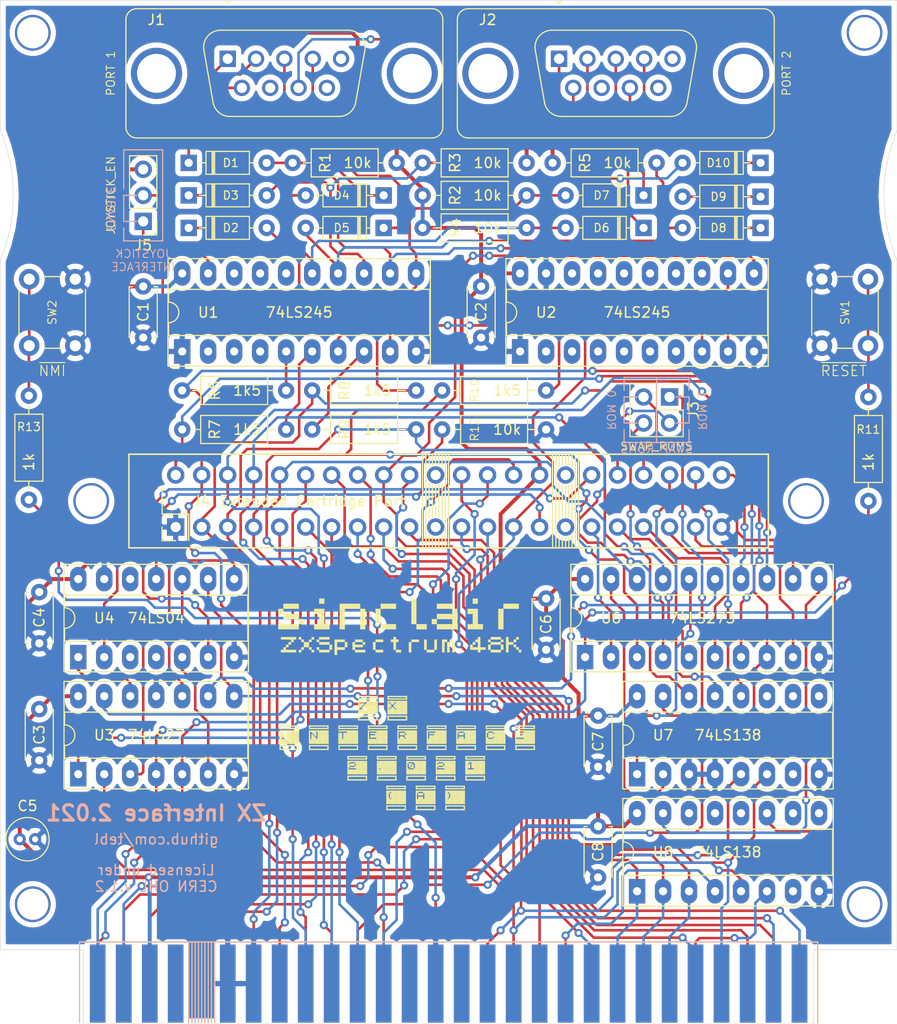
<source format=kicad_pcb>
(kicad_pcb (version 20171130) (host pcbnew "(5.1.8)-1")
  (title_block (title "ZX Interface 2.021"))
  (layers (0 F.Cu signal hide) (31 B.Cu signal hide) (34 B.Paste user) (35 F.Paste user) (36 B.SilkS user) (37 F.SilkS user) (38 B.Mask user) (39 F.Mask user) (44 Edge.Cuts user))
  (net 0 "")
  (net 1 GND)
  (net 2 VCC)
  (net 3 "Net-(D1-Pad1)")
  (net 4 "Net-(D1-Pad2)")
  (net 5 "Net-(D2-Pad2)")
  (net 6 "Net-(D2-Pad1)")
  (net 7 "Net-(D3-Pad1)")
  (net 8 "Net-(D10-Pad2)")
  (net 9 "Net-(D4-Pad2)")
  (net 10 "Net-(D4-Pad1)")
  (net 11 "Net-(D5-Pad1)")
  (net 12 "Net-(D5-Pad2)")
  (net 13 "Net-(D6-Pad1)")
  (net 14 "Net-(D7-Pad1)")
  (net 15 "Net-(D8-Pad1)")
  (net 16 "Net-(D9-Pad1)")
  (net 17 "Net-(D10-Pad1)")
  (net 18 "Net-(J1-Pad8)")
  (net 19 "Net-(J2-Pad8)")
  (net 20 "Net-(J3-Pad1)")
  (net 21 /~ROM_0)
  (net 22 /~ROM_1)
  (net 23 "Net-(J3-Pad4)")
  (net 24 /D3)
  (net 25 /D4)
  (net 26 /D5)
  (net 27 /D6)
  (net 28 /D7)
  (net 29 /A14)
  (net 30 /A10)
  (net 31 /~MREQ)
  (net 32 /A11)
  (net 33 /A9)
  (net 34 /A8)
  (net 35 /A13)
  (net 36 /A15)
  (net 37 /~ROM_3)
  (net 38 /~ROM_2)
  (net 39 /~ROM_OE)
  (net 40 OUT_63)
  (net 41 /D2)
  (net 42 /D1)
  (net 43 /D0)
  (net 44 /A0)
  (net 45 /A1)
  (net 46 /A2)
  (net 47 /A3)
  (net 48 /A4)
  (net 49 /A5)
  (net 50 /A6)
  (net 51 /A7)
  (net 52 /A12)
  (net 53 EXROM)
  (net 54 /BA14)
  (net 55 /BA15)
  (net 56 /BA16)
  (net 57 /BA17)
  (net 58 /BA18)
  (net 59 "Net-(J5-Pad1)")
  (net 60 "Net-(J5-Pad2)")
  (net 61 "Net-(R6-Pad1)")
  (net 62 "Net-(R7-Pad1)")
  (net 63 "Net-(R8-Pad1)")
  (net 64 "Net-(R9-Pad1)")
  (net 65 "Net-(R10-Pad1)")
  (net 66 "Net-(R11-Pad1)")
  (net 67 /~RESET)
  (net 68 /~ROMCS)
  (net 69 /~IORQ)
  (net 70 "Net-(U3-Pad3)")
  (net 71 "Net-(U3-Pad10)")
  (net 72 "Net-(U3-Pad12)")
  (net 73 "Net-(U3-Pad6)")
  (net 74 /~RD)
  (net 75 /OUT_31)
  (net 76 /BANK0)
  (net 77 /BANK1)
  (net 78 /~WR)
  (net 79 /~M1)
  (net 80 /CARTRIDGE_EN)
  (net 81 "Net-(R13-Pad1)")
  (net 82 /~NMI)
  (module artwork:interface_2021 (layer F.Cu) (at 129.54 114.3)
    (fp_text reference sinclair_title hide)
    (fp_text value Val** hide)
  )
  (module artwork:sinclair_title (layer F.Cu) (at 128.905 104.775)
    (fp_text reference sinclair_title hide)
    (fp_text value "" (at 0 0) (layer F.SilkS) (effects (font (size 1.27 1.27))))
  )
  (module switch_cutout:SW_PUSH_6mm (layer F.Cu) (at 184.785 76.835 90)
    (fp_text reference SW1 hide)
    (fp_text value ~RESET (at -5.715 -0.127) (layer F.SilkS) (effects (font (thickness 0.1))))
    (fp_text user %R (at 0 0 90) (layer F.SilkS) (effects (font (size 0.8 0.8) (thickness 0.1))))
    (pad 2 thru_hole circle (at -3.25 2.25 180) (size 2 2) (drill 1.1) (layers *.Cu *.Mask) (net 66 "Net-(R11-Pad1)"))
    (pad 1 thru_hole circle (at -3.25 -2.25 180) (size 2 2) (drill 1.1) (layers *.Cu *.Mask) (net 1 GND))
    (pad 2 thru_hole circle (at 3.25 2.25 180) (size 2 2) (drill 1.1) (layers *.Cu *.Mask) (net 66 "Net-(R11-Pad1)"))
    (pad 1 thru_hole circle (at 3.25 -2.25 180) (size 2 2) (drill 1.1) (layers *.Cu *.Mask) (net 1 GND))
  )
  (module Resistor_THT:R_Axial_DIN0207_L6.3mm_D2.5mm_P10.16mm_Horizontal (layer F.Cu) (at 187.071 85.09 270)
    (fp_text reference R11 (at 3.175 0) (layer F.SilkS) (effects (font (size 0.8 0.8) (thickness 0.1))))
    (fp_text value 1k (at 6.35 0 90) (layer F.SilkS))
    (fp_text user %R (at 3.175 0) (layer F.SilkS) (effects (font (size 0.8 0.8) (thickness 0.1))))
    (pad 1 thru_hole circle (at 0 0 270) (size 1.6 1.6) (drill 0.8) (layers *.Cu *.Mask) (net 66 "Net-(R11-Pad1)"))
    (pad 2 thru_hole oval (at 10.16 0 270) (size 1.6 1.6) (drill 0.8) (layers *.Cu *.Mask) (net 67 /~RESET))
  )
  (module Resistor_THT:R_Axial_DIN0207_L6.3mm_D2.5mm_P10.16mm_Horizontal (layer F.Cu) (at 155.575 88.265 180)
    (fp_text reference R12 (at 6.985 0 90) (layer F.SilkS) (effects (font (size 0.8 0.8) (thickness 0.1))))
    (fp_text value 10k (at 3.81 0) (layer F.SilkS))
    (pad 2 thru_hole oval (at 10.16 0 180) (size 1.6 1.6) (drill 0.8) (layers *.Cu *.Mask) (net 53 EXROM))
    (pad 1 thru_hole circle (at 0 0 180) (size 1.6 1.6) (drill 0.8) (layers *.Cu *.Mask) (net 1 GND))
  )
  (module Resistor_THT:R_Axial_DIN0207_L6.3mm_D2.5mm_P10.16mm_Horizontal (layer F.Cu) (at 132.715 88.265)
    (fp_text reference R9 (at 3.175 0 90) (layer F.SilkS))
    (fp_text value 1k5 (at 6.35 0) (layer F.SilkS))
    (pad 1 thru_hole circle (at 0 0) (size 1.6 1.6) (drill 0.8) (layers *.Cu *.Mask) (net 64 "Net-(R9-Pad1)"))
    (pad 2 thru_hole oval (at 10.16 0) (size 1.6 1.6) (drill 0.8) (layers *.Cu *.Mask) (net 42 /D1))
  )
  (module Capacitor_THT:C_Disc_D4.7mm_W2.5mm_P5.00mm (layer F.Cu) (at 160.655 127 270)
    (fp_text reference C8 (at 2.5 0 90) (layer F.SilkS))
    (fp_text value 100nF)
    (pad 1 thru_hole circle (at 0 0 270) (size 1.6 1.6) (drill 0.8) (layers *.Cu *.Mask) (net 2 VCC))
    (pad 2 thru_hole circle (at 5 0 270) (size 1.6 1.6) (drill 0.8) (layers *.Cu *.Mask) (net 1 GND))
  )
  (module Package_DIP:DIP-16_W7.62mm_Socket_LongPads (layer F.Cu) (at 164.465 133.35 90)
    (fp_text reference U8 (at 3.81 2.54 180) (layer F.SilkS))
    (fp_text value 74LS138 (at 3.81 8.89 180) (layer F.SilkS))
    (pad 1 thru_hole rect (at 0 0 90) (size 2.4 1.6) (drill 0.8) (layers *.Cu *.Mask) (net 51 /A7))
    (pad 9 thru_hole oval (at 7.62 17.78 90) (size 2.4 1.6) (drill 0.8) (layers *.Cu *.Mask))
    (pad 2 thru_hole oval (at 0 2.54 90) (size 2.4 1.6) (drill 0.8) (layers *.Cu *.Mask) (net 50 /A6))
    (pad 10 thru_hole oval (at 7.62 15.24 90) (size 2.4 1.6) (drill 0.8) (layers *.Cu *.Mask))
    (pad 3 thru_hole oval (at 0 5.08 90) (size 2.4 1.6) (drill 0.8) (layers *.Cu *.Mask) (net 49 /A5))
    (pad 11 thru_hole oval (at 7.62 12.7 90) (size 2.4 1.6) (drill 0.8) (layers *.Cu *.Mask) (net 40 OUT_63))
    (pad 4 thru_hole oval (at 0 7.62 90) (size 2.4 1.6) (drill 0.8) (layers *.Cu *.Mask) (net 78 /~WR))
    (pad 12 thru_hole oval (at 7.62 10.16 90) (size 2.4 1.6) (drill 0.8) (layers *.Cu *.Mask))
    (pad 5 thru_hole oval (at 0 10.16 90) (size 2.4 1.6) (drill 0.8) (layers *.Cu *.Mask) (net 69 /~IORQ))
    (pad 13 thru_hole oval (at 7.62 7.62 90) (size 2.4 1.6) (drill 0.8) (layers *.Cu *.Mask))
    (pad 6 thru_hole oval (at 0 12.7 90) (size 2.4 1.6) (drill 0.8) (layers *.Cu *.Mask) (net 79 /~M1))
    (pad 14 thru_hole oval (at 7.62 5.08 90) (size 2.4 1.6) (drill 0.8) (layers *.Cu *.Mask))
    (pad 7 thru_hole oval (at 0 15.24 90) (size 2.4 1.6) (drill 0.8) (layers *.Cu *.Mask))
    (pad 15 thru_hole oval (at 7.62 2.54 90) (size 2.4 1.6) (drill 0.8) (layers *.Cu *.Mask) (net 75 /OUT_31))
    (pad 8 thru_hole oval (at 0 17.78 90) (size 2.4 1.6) (drill 0.8) (layers *.Cu *.Mask) (net 1 GND))
    (pad 16 thru_hole oval (at 7.62 0 90) (size 2.4 1.6) (drill 0.8) (layers *.Cu *.Mask) (net 2 VCC))
  )
  (module Capacitor_THT:C_Disc_D4.7mm_W2.5mm_P5.00mm (layer F.Cu) (at 160.655 116.205 270)
    (fp_text reference C7 (at 2.54 0 90) (layer F.SilkS))
    (fp_text value 100nF)
    (pad 1 thru_hole circle (at 0 0 270) (size 1.6 1.6) (drill 0.8) (layers *.Cu *.Mask) (net 2 VCC))
    (pad 2 thru_hole circle (at 5 0 270) (size 1.6 1.6) (drill 0.8) (layers *.Cu *.Mask) (net 1 GND))
  )
  (module Package_DIP:DIP-16_W7.62mm_Socket_LongPads (layer F.Cu) (at 164.465 121.92 90)
    (fp_text reference U7 (at 3.81 2.54 180) (layer F.SilkS))
    (fp_text value 74LS138 (at 3.81 8.89 180) (layer F.SilkS))
    (pad 16 thru_hole oval (at 7.62 0 90) (size 2.4 1.6) (drill 0.8) (layers *.Cu *.Mask) (net 2 VCC))
    (pad 8 thru_hole oval (at 0 17.78 90) (size 2.4 1.6) (drill 0.8) (layers *.Cu *.Mask) (net 1 GND))
    (pad 15 thru_hole oval (at 7.62 2.54 90) (size 2.4 1.6) (drill 0.8) (layers *.Cu *.Mask) (net 20 "Net-(J3-Pad1)"))
    (pad 7 thru_hole oval (at 0 15.24 90) (size 2.4 1.6) (drill 0.8) (layers *.Cu *.Mask))
    (pad 14 thru_hole oval (at 7.62 5.08 90) (size 2.4 1.6) (drill 0.8) (layers *.Cu *.Mask) (net 23 "Net-(J3-Pad4)"))
    (pad 6 thru_hole oval (at 0 12.7 90) (size 2.4 1.6) (drill 0.8) (layers *.Cu *.Mask) (net 68 /~ROMCS))
    (pad 13 thru_hole oval (at 7.62 7.62 90) (size 2.4 1.6) (drill 0.8) (layers *.Cu *.Mask) (net 38 /~ROM_2))
    (pad 5 thru_hole oval (at 0 10.16 90) (size 2.4 1.6) (drill 0.8) (layers *.Cu *.Mask) (net 31 /~MREQ))
    (pad 12 thru_hole oval (at 7.62 10.16 90) (size 2.4 1.6) (drill 0.8) (layers *.Cu *.Mask) (net 37 /~ROM_3))
    (pad 4 thru_hole oval (at 0 7.62 90) (size 2.4 1.6) (drill 0.8) (layers *.Cu *.Mask) (net 1 GND))
    (pad 11 thru_hole oval (at 7.62 12.7 90) (size 2.4 1.6) (drill 0.8) (layers *.Cu *.Mask))
    (pad 3 thru_hole oval (at 0 5.08 90) (size 2.4 1.6) (drill 0.8) (layers *.Cu *.Mask) (net 1 GND))
    (pad 10 thru_hole oval (at 7.62 15.24 90) (size 2.4 1.6) (drill 0.8) (layers *.Cu *.Mask))
    (pad 2 thru_hole oval (at 0 2.54 90) (size 2.4 1.6) (drill 0.8) (layers *.Cu *.Mask) (net 77 /BANK1))
    (pad 9 thru_hole oval (at 7.62 17.78 90) (size 2.4 1.6) (drill 0.8) (layers *.Cu *.Mask))
    (pad 1 thru_hole rect (at 0 0 90) (size 2.4 1.6) (drill 0.8) (layers *.Cu *.Mask) (net 76 /BANK0))
  )
  (module Resistor_THT:R_Axial_DIN0207_L6.3mm_D2.5mm_P10.16mm_Horizontal (layer F.Cu) (at 155.575 84.455 180)
    (fp_text reference R10 (at 6.985 0 90) (layer F.SilkS) (effects (font (size 0.8 0.8) (thickness 0.1))))
    (fp_text value 1k5 (at 3.81 0) (layer F.SilkS))
    (pad 2 thru_hole oval (at 10.16 0 180) (size 1.6 1.6) (drill 0.8) (layers *.Cu *.Mask) (net 43 /D0))
    (pad 1 thru_hole circle (at 0 0 180) (size 1.6 1.6) (drill 0.8) (layers *.Cu *.Mask) (net 65 "Net-(R10-Pad1)"))
  )
  (module zx_spectrum:ZX_Spectrum_Cartridge_Port (layer F.Cu) (at 119.38 97.79 90)
    (fp_text reference J4 (at 2.54 2.54 180) (layer F.SilkS))
    (fp_text value "Extended Cartridge Port" (at 2.54 13.335 180) (layer F.SilkS))
    (pad B22 thru_hole circle (at 0 53.34 90) (size 1.7 1.7) (drill 1) (layers *.Cu *.Mask) (net 1 GND))
    (pad B21 thru_hole circle (at 0 50.8 90) (size 1.7 1.7) (drill 1) (layers *.Cu *.Mask) (net 58 /BA18))
    (pad B20 thru_hole circle (at 0 48.26 90) (size 1.7 1.7) (drill 1) (layers *.Cu *.Mask) (net 57 /BA17))
    (pad B19 thru_hole circle (at 0 45.72 90) (size 1.7 1.7) (drill 1) (layers *.Cu *.Mask) (net 56 /BA16))
    (pad B18 thru_hole circle (at 0 43.18 90) (size 1.7 1.7) (drill 1) (layers *.Cu *.Mask) (net 55 /BA15))
    (pad B17 thru_hole circle (at 0 40.64 90) (size 1.7 1.7) (drill 1) (layers *.Cu *.Mask) (net 54 /BA14))
    (pad B16 thru_hole circle (at 0 38.1 90) (size 1.7 1.7) (drill 1) (layers *.Cu *.Mask))
    (pad B15 thru_hole circle (at 0 35.56 90) (size 1.7 1.7) (drill 1) (layers *.Cu *.Mask) (net 53 EXROM))
    (pad B14 thru_hole circle (at 0 33.02 90) (size 1.7 1.7) (drill 1) (layers *.Cu *.Mask) (net 52 /A12))
    (pad B13 thru_hole circle (at 0 30.48 90) (size 1.7 1.7) (drill 1) (layers *.Cu *.Mask) (net 51 /A7))
    (pad B12 thru_hole circle (at 0 27.94 90) (size 1.7 1.7) (drill 1) (layers *.Cu *.Mask) (net 50 /A6))
    (pad B11 thru_hole circle (at 0 25.4 90) (size 1.7 1.7) (drill 1) (layers *.Cu *.Mask))
    (pad B10 thru_hole circle (at 0 22.86 90) (size 1.7 1.7) (drill 1) (layers *.Cu *.Mask) (net 49 /A5))
    (pad B9 thru_hole circle (at 0 20.32 90) (size 1.7 1.7) (drill 1) (layers *.Cu *.Mask) (net 48 /A4))
    (pad B8 thru_hole circle (at 0 17.78 90) (size 1.7 1.7) (drill 1) (layers *.Cu *.Mask) (net 47 /A3))
    (pad B7 thru_hole circle (at 0 15.24 90) (size 1.7 1.7) (drill 1) (layers *.Cu *.Mask) (net 46 /A2))
    (pad B6 thru_hole circle (at 0 12.7 90) (size 1.7 1.7) (drill 1) (layers *.Cu *.Mask) (net 45 /A1))
    (pad B5 thru_hole circle (at 0 10.16 90) (size 1.7 1.7) (drill 1) (layers *.Cu *.Mask) (net 44 /A0))
    (pad B4 thru_hole circle (at 0 7.62 90) (size 1.7 1.7) (drill 1) (layers *.Cu *.Mask) (net 43 /D0))
    (pad B3 thru_hole circle (at 0 5.08 90) (size 1.7 1.7) (drill 1) (layers *.Cu *.Mask) (net 42 /D1))
    (pad B2 thru_hole circle (at 0 2.54 90) (size 1.7 1.7) (drill 1) (layers *.Cu *.Mask) (net 41 /D2))
    (pad A22 thru_hole oval (at 5.08 53.34 90) (size 1.7 1.7) (drill 1) (layers *.Cu *.Mask) (net 40 OUT_63))
    (pad A21 thru_hole oval (at 5.08 50.8 90) (size 1.7 1.7) (drill 1) (layers *.Cu *.Mask) (net 37 /~ROM_3))
    (pad A20 thru_hole oval (at 5.08 48.26 90) (size 1.7 1.7) (drill 1) (layers *.Cu *.Mask) (net 38 /~ROM_2))
    (pad A19 thru_hole oval (at 5.08 45.72 90) (size 1.7 1.7) (drill 1) (layers *.Cu *.Mask) (net 22 /~ROM_1))
    (pad A18 thru_hole oval (at 5.08 43.18 90) (size 1.7 1.7) (drill 1) (layers *.Cu *.Mask) (net 21 /~ROM_0))
    (pad A17 thru_hole oval (at 5.08 40.64 90) (size 1.7 1.7) (drill 1) (layers *.Cu *.Mask) (net 39 /~ROM_OE))
    (pad A16 thru_hole oval (at 5.08 38.1 90) (size 1.7 1.7) (drill 1) (layers *.Cu *.Mask))
    (pad A15 thru_hole oval (at 5.08 35.56 90) (size 1.7 1.7) (drill 1) (layers *.Cu *.Mask) (net 2 VCC))
    (pad A14 thru_hole oval (at 5.08 33.02 90) (size 1.7 1.7) (drill 1) (layers *.Cu *.Mask) (net 36 /A15))
    (pad A13 thru_hole oval (at 5.08 30.48 90) (size 1.7 1.7) (drill 1) (layers *.Cu *.Mask) (net 35 /A13))
    (pad A12 thru_hole oval (at 5.08 27.94 90) (size 1.7 1.7) (drill 1) (layers *.Cu *.Mask) (net 34 /A8))
    (pad A11 thru_hole oval (at 5.08 25.4 90) (size 1.7 1.7) (drill 1) (layers *.Cu *.Mask))
    (pad A10 thru_hole oval (at 5.08 22.86 90) (size 1.7 1.7) (drill 1) (layers *.Cu *.Mask) (net 33 /A9))
    (pad A9 thru_hole oval (at 5.08 20.32 90) (size 1.7 1.7) (drill 1) (layers *.Cu *.Mask) (net 32 /A11))
    (pad A8 thru_hole oval (at 5.08 17.78 90) (size 1.7 1.7) (drill 1) (layers *.Cu *.Mask) (net 31 /~MREQ))
    (pad A7 thru_hole oval (at 5.08 15.24 90) (size 1.7 1.7) (drill 1) (layers *.Cu *.Mask) (net 30 /A10))
    (pad A6 thru_hole oval (at 5.08 12.7 90) (size 1.7 1.7) (drill 1) (layers *.Cu *.Mask) (net 29 /A14))
    (pad A5 thru_hole oval (at 5.08 10.16 90) (size 1.7 1.7) (drill 1) (layers *.Cu *.Mask) (net 28 /D7))
    (pad A4 thru_hole oval (at 5.08 7.62 90) (size 1.7 1.7) (drill 1) (layers *.Cu *.Mask) (net 27 /D6))
    (pad A3 thru_hole oval (at 5.08 5.08 90) (size 1.7 1.7) (drill 1) (layers *.Cu *.Mask) (net 26 /D5))
    (pad A2 thru_hole oval (at 5.08 2.54 90) (size 1.7 1.7) (drill 1) (layers *.Cu *.Mask) (net 25 /D4))
    (pad A1 thru_hole oval (at 5.08 0 90) (size 1.7 1.7) (drill 1) (layers *.Cu *.Mask) (net 24 /D3))
    (pad B1 thru_hole rect (at 0 0 90) (size 1.7 1.7) (drill 1) (layers *.Cu *.Mask) (net 1 GND))
  )
  (module RND_DSUB:DSUB-9_Male_Vertical_Pitch2.77x2.84mm (layer F.Cu) (at 156.845 52.07)
    (fp_text reference J2 (at -6.985 -3.81) (layer F.SilkS))
    (fp_text value "PORT 2" (at 22.225 1.42 90) (layer F.SilkS) (effects (font (size 0.8 0.8) (thickness 0.1))))
    (pad "" np_thru_hole circle (at -6.96 1.42) (size 5 5) (drill 3.8) (layers *.Cu *.Mask))
    (pad "" np_thru_hole circle (at 18.04 1.42) (size 5 5) (drill 3.8) (layers *.Cu *.Mask))
    (pad 9 thru_hole circle (at 9.695 2.84) (size 1.6 1.6) (drill 1) (layers *.Cu *.Mask))
    (pad 8 thru_hole circle (at 6.925 2.84) (size 1.6 1.6) (drill 1) (layers *.Cu *.Mask) (net 19 "Net-(J2-Pad8)"))
    (pad 7 thru_hole circle (at 4.155 2.84) (size 1.6 1.6) (drill 1) (layers *.Cu *.Mask))
    (pad 6 thru_hole circle (at 1.385 2.84) (size 1.6 1.6) (drill 1) (layers *.Cu *.Mask) (net 14 "Net-(D7-Pad1)"))
    (pad 5 thru_hole circle (at 11.08 0) (size 1.6 1.6) (drill 1) (layers *.Cu *.Mask))
    (pad 4 thru_hole circle (at 8.31 0) (size 1.6 1.6) (drill 1) (layers *.Cu *.Mask) (net 17 "Net-(D10-Pad1)"))
    (pad 3 thru_hole circle (at 5.54 0) (size 1.6 1.6) (drill 1) (layers *.Cu *.Mask) (net 16 "Net-(D9-Pad1)"))
    (pad 2 thru_hole circle (at 2.77 0) (size 1.6 1.6) (drill 1) (layers *.Cu *.Mask) (net 15 "Net-(D8-Pad1)"))
    (pad 1 thru_hole rect (at 0 0) (size 1.6 1.6) (drill 1) (layers *.Cu *.Mask) (net 13 "Net-(D6-Pad1)"))
  )
  (module Resistor_THT:R_Axial_DIN0207_L6.3mm_D2.5mm_P10.16mm_Horizontal (layer F.Cu) (at 143.51 65.405)
    (fp_text reference R2 (at 3.175 0 90) (layer F.SilkS))
    (fp_text value 10k (at 6.35 0) (layer F.SilkS))
    (pad 1 thru_hole circle (at 0 0) (size 1.6 1.6) (drill 0.8) (layers *.Cu *.Mask) (net 2 VCC))
    (pad 2 thru_hole oval (at 10.16 0) (size 1.6 1.6) (drill 0.8) (layers *.Cu *.Mask) (net 5 "Net-(D2-Pad2)"))
  )
  (module zx_spectrum:ZX_Spectrum_Expansion_Edge (layer F.Cu) (at 144.78 142.367)
    (fp_text reference Z1 (at 0 5.08) (layer F.SilkS))
    (fp_text value "ZX Spectrum")
    (pad A14 smd rect (at 0 0) (size 1.524 7.62) (layers F.Cu F.Paste F.Mask) (net 82 /~NMI))
    (pad A15 smd rect (at 2.54 0) (size 1.524 7.62) (layers F.Cu F.Paste F.Mask))
    (pad A16 smd rect (at 5.08 0) (size 1.524 7.62) (layers F.Cu F.Paste F.Mask) (net 31 /~MREQ))
    (pad A17 smd rect (at 7.62 0) (size 1.524 7.62) (layers F.Cu F.Paste F.Mask) (net 69 /~IORQ))
    (pad A21 smd rect (at 17.78 0) (size 1.524 7.62) (layers F.Cu F.Paste F.Mask))
    (pad A20 smd rect (at 15.24 0) (size 1.524 7.62) (layers F.Cu F.Paste F.Mask))
    (pad A19 smd rect (at 12.7 0) (size 1.524 7.62) (layers F.Cu F.Paste F.Mask) (net 78 /~WR))
    (pad A18 smd rect (at 10.16 0) (size 1.524 7.62) (layers F.Cu F.Paste F.Mask) (net 74 /~RD))
    (pad A26 smd rect (at 30.48 0) (size 1.524 7.62) (layers F.Cu F.Paste F.Mask) (net 34 /A8))
    (pad A27 smd rect (at 33.02 0) (size 1.524 7.62) (layers F.Cu F.Paste F.Mask) (net 30 /A10))
    (pad A28 smd rect (at 35.56 0) (size 1.524 7.62) (layers F.Cu F.Paste F.Mask))
    (pad A25 smd rect (at 27.94 0) (size 1.524 7.62) (layers F.Cu F.Paste F.Mask))
    (pad A24 smd rect (at 25.4 0) (size 1.524 7.62) (layers F.Cu F.Paste F.Mask) (net 79 /~M1))
    (pad A23 smd rect (at 22.86 0) (size 1.524 7.62) (layers F.Cu F.Paste F.Mask))
    (pad A22 smd rect (at 20.32 0) (size 1.524 7.62) (layers F.Cu F.Paste F.Mask))
    (pad A6 smd rect (at -20.32 0) (size 1.524 7.62) (layers F.Cu F.Paste F.Mask) (net 43 /D0))
    (pad A7 smd rect (at -17.78 0) (size 1.524 7.62) (layers F.Cu F.Paste F.Mask) (net 42 /D1))
    (pad A8 smd rect (at -15.24 0) (size 1.524 7.62) (layers F.Cu F.Paste F.Mask) (net 41 /D2))
    (pad A9 smd rect (at -12.7 0) (size 1.524 7.62) (layers F.Cu F.Paste F.Mask) (net 27 /D6))
    (pad A13 smd rect (at -2.54 0) (size 1.524 7.62) (layers F.Cu F.Paste F.Mask))
    (pad A12 smd rect (at -5.08 0) (size 1.524 7.62) (layers F.Cu F.Paste F.Mask) (net 25 /D4))
    (pad A11 smd rect (at -7.62 0) (size 1.524 7.62) (layers F.Cu F.Paste F.Mask) (net 24 /D3))
    (pad A10 smd rect (at -10.16 0) (size 1.524 7.62) (layers F.Cu F.Paste F.Mask) (net 26 /D5))
    (pad A3 smd rect (at -27.94 0) (size 1.524 7.62) (layers F.Cu F.Paste F.Mask) (net 28 /D7))
    (pad A4 smd rect (at -25.4 0) (size 1.524 7.62) (layers F.Cu F.Paste F.Mask))
    (pad A2 smd rect (at -30.48 0) (size 1.524 7.62) (layers F.Cu F.Paste F.Mask) (net 35 /A13))
    (pad A1 smd rect (at -33.02 0) (size 1.524 7.62) (layers F.Cu F.Paste F.Mask) (net 36 /A15))
    (pad B1 smd rect (at -33.02 0) (size 1.524 7.62) (layers B.Cu B.Paste B.Mask) (net 29 /A14))
    (pad B2 smd rect (at -30.48 0) (size 1.524 7.62) (layers B.Cu B.Paste B.Mask) (net 52 /A12))
    (pad B4 smd rect (at -25.4 0) (size 1.524 7.62) (layers B.Cu B.Paste B.Mask))
    (pad B3 smd rect (at -27.94 0) (size 1.524 7.62) (layers B.Cu B.Paste B.Mask) (net 2 VCC))
    (pad B10 smd rect (at -10.16 0) (size 1.524 7.62) (layers B.Cu B.Paste B.Mask) (net 45 /A1))
    (pad B11 smd rect (at -7.62 0) (size 1.524 7.62) (layers B.Cu B.Paste B.Mask) (net 46 /A2))
    (pad B12 smd rect (at -5.08 0) (size 1.524 7.62) (layers B.Cu B.Paste B.Mask) (net 47 /A3))
    (pad B13 smd rect (at -2.54 0) (size 1.524 7.62) (layers B.Cu B.Paste B.Mask))
    (pad B9 smd rect (at -12.7 0) (size 1.524 7.62) (layers B.Cu B.Paste B.Mask) (net 44 /A0))
    (pad B8 smd rect (at -15.24 0) (size 1.524 7.62) (layers B.Cu B.Paste B.Mask))
    (pad B7 smd rect (at -17.78 0) (size 1.524 7.62) (layers B.Cu B.Paste B.Mask) (net 1 GND))
    (pad B6 smd rect (at -20.32 0) (size 1.524 7.62) (layers B.Cu B.Paste B.Mask) (net 1 GND))
    (pad B22 smd rect (at 20.32 0) (size 1.524 7.62) (layers B.Cu B.Paste B.Mask) (net 50 /A6))
    (pad B23 smd rect (at 22.86 0) (size 1.524 7.62) (layers B.Cu B.Paste B.Mask) (net 49 /A5))
    (pad B24 smd rect (at 25.4 0) (size 1.524 7.62) (layers B.Cu B.Paste B.Mask) (net 48 /A4))
    (pad B25 smd rect (at 27.94 0) (size 1.524 7.62) (layers B.Cu B.Paste B.Mask) (net 68 /~ROMCS))
    (pad B28 smd rect (at 35.56 0) (size 1.524 7.62) (layers B.Cu B.Paste B.Mask) (net 32 /A11))
    (pad B27 smd rect (at 33.02 0) (size 1.524 7.62) (layers B.Cu B.Paste B.Mask) (net 33 /A9))
    (pad B26 smd rect (at 30.48 0) (size 1.524 7.62) (layers B.Cu B.Paste B.Mask))
    (pad B18 smd rect (at 10.16 0) (size 1.524 7.62) (layers B.Cu B.Paste B.Mask))
    (pad B19 smd rect (at 12.7 0) (size 1.524 7.62) (layers B.Cu B.Paste B.Mask))
    (pad B20 smd rect (at 15.24 0) (size 1.524 7.62) (layers B.Cu B.Paste B.Mask) (net 67 /~RESET))
    (pad B21 smd rect (at 17.78 0) (size 1.524 7.62) (layers B.Cu B.Paste B.Mask) (net 51 /A7))
    (pad B17 smd rect (at 7.62 0) (size 1.524 7.62) (layers B.Cu B.Paste B.Mask))
    (pad B16 smd rect (at 5.08 0) (size 1.524 7.62) (layers B.Cu B.Paste B.Mask))
    (pad B15 smd rect (at 2.54 0) (size 1.524 7.62) (layers B.Cu B.Paste B.Mask))
    (pad B14 smd rect (at 0 0) (size 1.524 7.62) (layers B.Cu B.Paste B.Mask) (net 1 GND))
  )
  (module Capacitor_THT:C_Disc_D4.7mm_W2.5mm_P5.00mm (layer F.Cu) (at 116.205 74.295 270)
    (fp_text reference C1 (at 2.5 0 90) (layer F.SilkS))
    (fp_text value 100nF)
    (pad 2 thru_hole circle (at 5 0 270) (size 1.6 1.6) (drill 0.8) (layers *.Cu *.Mask) (net 1 GND))
    (pad 1 thru_hole circle (at 0 0 270) (size 1.6 1.6) (drill 0.8) (layers *.Cu *.Mask) (net 2 VCC))
  )
  (module Capacitor_THT:C_Disc_D4.7mm_W2.5mm_P5.00mm (layer F.Cu) (at 149.225 74.295 270)
    (fp_text reference C2 (at 2.5 0 90) (layer F.SilkS))
    (fp_text value 100nF)
    (pad 1 thru_hole circle (at 0 0 270) (size 1.6 1.6) (drill 0.8) (layers *.Cu *.Mask) (net 2 VCC))
    (pad 2 thru_hole circle (at 5 0 270) (size 1.6 1.6) (drill 0.8) (layers *.Cu *.Mask) (net 1 GND))
  )
  (module Capacitor_THT:C_Disc_D4.7mm_W2.5mm_P5.00mm (layer F.Cu) (at 106.045 115.57 270)
    (fp_text reference C3 (at 2.5 0 90) (layer F.SilkS))
    (fp_text value 100nF)
    (pad 1 thru_hole circle (at 0 0 270) (size 1.6 1.6) (drill 0.8) (layers *.Cu *.Mask) (net 2 VCC))
    (pad 2 thru_hole circle (at 5 0 270) (size 1.6 1.6) (drill 0.8) (layers *.Cu *.Mask) (net 1 GND))
  )
  (module Capacitor_THT:C_Disc_D4.7mm_W2.5mm_P5.00mm (layer F.Cu) (at 106.045 104.14 270)
    (fp_text reference C4 (at 2.5 0 90) (layer F.SilkS))
    (fp_text value 100nF)
    (pad 2 thru_hole circle (at 5 0 270) (size 1.6 1.6) (drill 0.8) (layers *.Cu *.Mask) (net 1 GND))
    (pad 1 thru_hole circle (at 0 0 270) (size 1.6 1.6) (drill 0.8) (layers *.Cu *.Mask) (net 2 VCC))
  )
  (module Capacitor_THT:C_Radial_D4.0mm_H7.0mm_P1.50mm (layer F.Cu) (at 104.14 128.27)
    (fp_text reference C5 (at 0.75 -3.25) (layer F.SilkS))
    (fp_text value 10uF)
    (pad 1 thru_hole circle (at 0 0) (size 1.2 1.2) (drill 0.6) (layers *.Cu *.Mask) (net 2 VCC))
    (pad 2 thru_hole circle (at 1.5 0) (size 1.2 1.2) (drill 0.6) (layers *.Cu *.Mask) (net 1 GND))
  )
  (module Capacitor_THT:C_Disc_D4.7mm_W2.5mm_P5.00mm (layer F.Cu) (at 155.575 104.775 270)
    (fp_text reference C6 (at 2.5 0 90) (layer F.SilkS))
    (fp_text value 100nF)
    (pad 2 thru_hole circle (at 5 0 270) (size 1.6 1.6) (drill 0.8) (layers *.Cu *.Mask) (net 1 GND))
    (pad 1 thru_hole circle (at 0 0 270) (size 1.6 1.6) (drill 0.8) (layers *.Cu *.Mask) (net 2 VCC))
  )
  (module RND_DSUB:DSUB-9_Male_Vertical_Pitch2.77x2.84mm (layer F.Cu) (at 124.46 52.07)
    (fp_text reference J1 (at -6.985 -3.81) (layer F.SilkS))
    (fp_text value "PORT 1" (at -11.43 1.42 90) (layer F.SilkS) (effects (font (size 0.8 0.8) (thickness 0.1))))
    (pad 1 thru_hole rect (at 0 0) (size 1.6 1.6) (drill 1) (layers *.Cu *.Mask) (net 3 "Net-(D1-Pad1)"))
    (pad 2 thru_hole circle (at 2.77 0) (size 1.6 1.6) (drill 1) (layers *.Cu *.Mask) (net 7 "Net-(D3-Pad1)"))
    (pad 3 thru_hole circle (at 5.54 0) (size 1.6 1.6) (drill 1) (layers *.Cu *.Mask) (net 10 "Net-(D4-Pad1)"))
    (pad 4 thru_hole circle (at 8.31 0) (size 1.6 1.6) (drill 1) (layers *.Cu *.Mask) (net 11 "Net-(D5-Pad1)"))
    (pad 5 thru_hole circle (at 11.08 0) (size 1.6 1.6) (drill 1) (layers *.Cu *.Mask))
    (pad 6 thru_hole circle (at 1.385 2.84) (size 1.6 1.6) (drill 1) (layers *.Cu *.Mask) (net 6 "Net-(D2-Pad1)"))
    (pad 7 thru_hole circle (at 4.155 2.84) (size 1.6 1.6) (drill 1) (layers *.Cu *.Mask))
    (pad 8 thru_hole circle (at 6.925 2.84) (size 1.6 1.6) (drill 1) (layers *.Cu *.Mask) (net 18 "Net-(J1-Pad8)"))
    (pad 9 thru_hole circle (at 9.695 2.84) (size 1.6 1.6) (drill 1) (layers *.Cu *.Mask))
    (pad "" np_thru_hole circle (at 18.04 1.42) (size 5 5) (drill 3.8) (layers *.Cu *.Mask))
    (pad "" np_thru_hole circle (at -6.96 1.42) (size 5 5) (drill 3.8) (layers *.Cu *.Mask))
  )
  (module Connector_PinHeader_2.54mm:PinHeader_2x02_P2.54mm_Vertical (layer F.Cu) (at 167.64 85.09 270)
    (fp_text reference J3 (at 1.27 -2.33 90) (layer F.SilkS))
    (fp_text value SWAP_ROMS (at 4.826 1.27 180) (layer F.SilkS) (effects (font (size 0.8 0.8) (thickness 0.1))))
    (pad 1 thru_hole rect (at 0 0 270) (size 1.7 1.7) (drill 1) (layers *.Cu *.Mask) (net 20 "Net-(J3-Pad1)"))
    (pad 2 thru_hole oval (at 2.54 0 270) (size 1.7 1.7) (drill 1) (layers *.Cu *.Mask) (net 21 /~ROM_0))
    (pad 3 thru_hole oval (at 0 2.54 270) (size 1.7 1.7) (drill 1) (layers *.Cu *.Mask) (net 22 /~ROM_1))
    (pad 4 thru_hole oval (at 2.54 2.54 270) (size 1.7 1.7) (drill 1) (layers *.Cu *.Mask) (net 23 "Net-(J3-Pad4)"))
  )
  (module Connector_PinHeader_2.54mm:PinHeader_1x03_P2.54mm_Vertical (layer F.Cu) (at 116.205 67.945 180)
    (fp_text reference J5 (at 0 -2.33) (layer F.SilkS))
    (fp_text value JOYSTICK_EN (at 3.175 2.54 90) (layer F.SilkS) (effects (font (size 0.8 0.8) (thickness 0.1))))
    (pad 1 thru_hole rect (at 0 0 180) (size 1.7 1.7) (drill 1) (layers *.Cu *.Mask) (net 59 "Net-(J5-Pad1)"))
    (pad 2 thru_hole oval (at 0 2.54 180) (size 1.7 1.7) (drill 1) (layers *.Cu *.Mask) (net 60 "Net-(J5-Pad2)"))
    (pad 3 thru_hole oval (at 0 5.08 180) (size 1.7 1.7) (drill 1) (layers *.Cu *.Mask) (net 2 VCC))
  )
  (module mounting:M3_pin (layer F.Cu) (at 105.41 134.62)
    (fp_text reference M1 hide)
    (fp_text value Mounting hide)
    (pad 1 thru_hole circle (at 0 0) (size 3.5 3.5) (drill 3.048) (layers *.Cu *.Mask))
  )
  (module mounting:M3_pin (layer F.Cu) (at 186.69 134.62)
    (fp_text reference M2 hide)
    (fp_text value Mounting hide)
    (pad 1 thru_hole circle (at 0 0) (size 3.5 3.5) (drill 3.048) (layers *.Cu *.Mask))
  )
  (module mounting:M3_pin (layer F.Cu) (at 186.69 49.53)
    (fp_text reference M3 hide)
    (fp_text value Mounting hide)
    (pad 1 thru_hole circle (at 0 0) (size 3.5 3.5) (drill 3.048) (layers *.Cu *.Mask))
  )
  (module mounting:M3_pin (layer F.Cu) (at 180.975 95.25)
    (fp_text reference M5 hide)
    (fp_text value Mounting hide)
    (pad 1 thru_hole circle (at 0 0) (size 3.5 3.5) (drill 3.048) (layers *.Cu *.Mask))
  )
  (module mounting:M3_pin (layer F.Cu) (at 111.125 95.25)
    (fp_text reference M6 hide)
    (fp_text value Mounting hide)
    (pad 1 thru_hole circle (at 0 0) (size 3.5 3.5) (drill 3.048) (layers *.Cu *.Mask))
  )
  (module Resistor_THT:R_Axial_DIN0207_L6.3mm_D2.5mm_P10.16mm_Horizontal (layer F.Cu) (at 140.97 62.23 180)
    (fp_text reference R1 (at 6.985 0 90) (layer F.SilkS))
    (fp_text value 10k (at 3.81 0) (layer F.SilkS))
    (pad 2 thru_hole oval (at 10.16 0 180) (size 1.6 1.6) (drill 0.8) (layers *.Cu *.Mask) (net 4 "Net-(D1-Pad2)"))
    (pad 1 thru_hole circle (at 0 0 180) (size 1.6 1.6) (drill 0.8) (layers *.Cu *.Mask) (net 2 VCC))
  )
  (module Resistor_THT:R_Axial_DIN0207_L6.3mm_D2.5mm_P10.16mm_Horizontal (layer F.Cu) (at 153.67 62.23 180)
    (fp_text reference R3 (at 6.985 0 90) (layer F.SilkS))
    (fp_text value 10k (at 3.81 0) (layer F.SilkS))
    (pad 1 thru_hole circle (at 0 0 180) (size 1.6 1.6) (drill 0.8) (layers *.Cu *.Mask) (net 2 VCC))
    (pad 2 thru_hole oval (at 10.16 0 180) (size 1.6 1.6) (drill 0.8) (layers *.Cu *.Mask) (net 8 "Net-(D10-Pad2)"))
  )
  (module Resistor_THT:R_Axial_DIN0207_L6.3mm_D2.5mm_P10.16mm_Horizontal (layer F.Cu) (at 143.51 68.58)
    (fp_text reference R4 (at 3.175 0 90) (layer F.SilkS))
    (fp_text value 10k (at 6.35 0) (layer F.SilkS))
    (pad 2 thru_hole oval (at 10.16 0) (size 1.6 1.6) (drill 0.8) (layers *.Cu *.Mask) (net 9 "Net-(D4-Pad2)"))
    (pad 1 thru_hole circle (at 0 0) (size 1.6 1.6) (drill 0.8) (layers *.Cu *.Mask) (net 2 VCC))
  )
  (module Resistor_THT:R_Axial_DIN0207_L6.3mm_D2.5mm_P10.16mm_Horizontal (layer F.Cu) (at 156.21 62.23)
    (fp_text reference R5 (at 3.175 0 90) (layer F.SilkS))
    (fp_text value 10k (at 6.35 0) (layer F.SilkS))
    (pad 1 thru_hole circle (at 0 0) (size 1.6 1.6) (drill 0.8) (layers *.Cu *.Mask) (net 2 VCC))
    (pad 2 thru_hole oval (at 10.16 0) (size 1.6 1.6) (drill 0.8) (layers *.Cu *.Mask) (net 12 "Net-(D5-Pad2)"))
  )
  (module Resistor_THT:R_Axial_DIN0207_L6.3mm_D2.5mm_P10.16mm_Horizontal (layer F.Cu) (at 130.175 84.455 180)
    (fp_text reference R6 (at 6.985 0 90) (layer F.SilkS))
    (fp_text value 1k5 (at 3.81 0) (layer F.SilkS))
    (pad 2 thru_hole oval (at 10.16 0 180) (size 1.6 1.6) (drill 0.8) (layers *.Cu *.Mask) (net 25 /D4))
    (pad 1 thru_hole circle (at 0 0 180) (size 1.6 1.6) (drill 0.8) (layers *.Cu *.Mask) (net 61 "Net-(R6-Pad1)"))
  )
  (module Resistor_THT:R_Axial_DIN0207_L6.3mm_D2.5mm_P10.16mm_Horizontal (layer F.Cu) (at 130.175 88.265 180)
    (fp_text reference R7 (at 6.985 0 90) (layer F.SilkS))
    (fp_text value 1k5 (at 3.81 0) (layer F.SilkS))
    (pad 1 thru_hole circle (at 0 0 180) (size 1.6 1.6) (drill 0.8) (layers *.Cu *.Mask) (net 62 "Net-(R7-Pad1)"))
    (pad 2 thru_hole oval (at 10.16 0 180) (size 1.6 1.6) (drill 0.8) (layers *.Cu *.Mask) (net 24 /D3))
  )
  (module Resistor_THT:R_Axial_DIN0207_L6.3mm_D2.5mm_P10.16mm_Horizontal (layer F.Cu) (at 142.875 84.455 180)
    (fp_text reference R8 (at 6.985 0 90) (layer F.SilkS))
    (fp_text value 1k5 (at 3.81 0) (layer F.SilkS))
    (pad 2 thru_hole oval (at 10.16 0 180) (size 1.6 1.6) (drill 0.8) (layers *.Cu *.Mask) (net 41 /D2))
    (pad 1 thru_hole circle (at 0 0 180) (size 1.6 1.6) (drill 0.8) (layers *.Cu *.Mask) (net 63 "Net-(R8-Pad1)"))
  )
  (module Package_DIP:DIP-20_W7.62mm_Socket_LongPads (layer F.Cu) (at 120.015 80.645 90)
    (fp_text reference U1 (at 3.81 2.54 180) (layer F.SilkS))
    (fp_text value 74LS245 (at 3.81 11.43 180) (layer F.SilkS))
    (pad 1 thru_hole rect (at 0 0 90) (size 2.4 1.6) (drill 0.8) (layers *.Cu *.Mask) (net 1 GND))
    (pad 11 thru_hole oval (at 7.62 22.86 90) (size 2.4 1.6) (drill 0.8) (layers *.Cu *.Mask) (net 5 "Net-(D2-Pad2)"))
    (pad 2 thru_hole oval (at 0 2.54 90) (size 2.4 1.6) (drill 0.8) (layers *.Cu *.Mask))
    (pad 12 thru_hole oval (at 7.62 20.32 90) (size 2.4 1.6) (drill 0.8) (layers *.Cu *.Mask) (net 4 "Net-(D1-Pad2)"))
    (pad 3 thru_hole oval (at 0 5.08 90) (size 2.4 1.6) (drill 0.8) (layers *.Cu *.Mask))
    (pad 13 thru_hole oval (at 7.62 17.78 90) (size 2.4 1.6) (drill 0.8) (layers *.Cu *.Mask) (net 8 "Net-(D10-Pad2)"))
    (pad 4 thru_hole oval (at 0 7.62 90) (size 2.4 1.6) (drill 0.8) (layers *.Cu *.Mask))
    (pad 14 thru_hole oval (at 7.62 15.24 90) (size 2.4 1.6) (drill 0.8) (layers *.Cu *.Mask) (net 12 "Net-(D5-Pad2)"))
    (pad 5 thru_hole oval (at 0 10.16 90) (size 2.4 1.6) (drill 0.8) (layers *.Cu *.Mask) (net 61 "Net-(R6-Pad1)"))
    (pad 15 thru_hole oval (at 7.62 12.7 90) (size 2.4 1.6) (drill 0.8) (layers *.Cu *.Mask) (net 9 "Net-(D4-Pad2)"))
    (pad 6 thru_hole oval (at 0 12.7 90) (size 2.4 1.6) (drill 0.8) (layers *.Cu *.Mask) (net 62 "Net-(R7-Pad1)"))
    (pad 16 thru_hole oval (at 7.62 10.16 90) (size 2.4 1.6) (drill 0.8) (layers *.Cu *.Mask))
    (pad 7 thru_hole oval (at 0 15.24 90) (size 2.4 1.6) (drill 0.8) (layers *.Cu *.Mask) (net 63 "Net-(R8-Pad1)"))
    (pad 17 thru_hole oval (at 7.62 7.62 90) (size 2.4 1.6) (drill 0.8) (layers *.Cu *.Mask))
    (pad 8 thru_hole oval (at 0 17.78 90) (size 2.4 1.6) (drill 0.8) (layers *.Cu *.Mask) (net 64 "Net-(R9-Pad1)"))
    (pad 18 thru_hole oval (at 7.62 5.08 90) (size 2.4 1.6) (drill 0.8) (layers *.Cu *.Mask))
    (pad 9 thru_hole oval (at 0 20.32 90) (size 2.4 1.6) (drill 0.8) (layers *.Cu *.Mask) (net 65 "Net-(R10-Pad1)"))
    (pad 19 thru_hole oval (at 7.62 2.54 90) (size 2.4 1.6) (drill 0.8) (layers *.Cu *.Mask) (net 60 "Net-(J5-Pad2)"))
    (pad 10 thru_hole oval (at 0 22.86 90) (size 2.4 1.6) (drill 0.8) (layers *.Cu *.Mask) (net 1 GND))
    (pad 20 thru_hole oval (at 7.62 0 90) (size 2.4 1.6) (drill 0.8) (layers *.Cu *.Mask) (net 2 VCC))
  )
  (module Package_DIP:DIP-20_W7.62mm_Socket_LongPads (layer F.Cu) (at 153.035 80.645 90)
    (fp_text reference U2 (at 3.81 2.54 180) (layer F.SilkS))
    (fp_text value 74LS245 (at 3.81 11.43 180) (layer F.SilkS))
    (pad 20 thru_hole oval (at 7.62 0 90) (size 2.4 1.6) (drill 0.8) (layers *.Cu *.Mask) (net 2 VCC))
    (pad 10 thru_hole oval (at 0 22.86 90) (size 2.4 1.6) (drill 0.8) (layers *.Cu *.Mask) (net 1 GND))
    (pad 19 thru_hole oval (at 7.62 2.54 90) (size 2.4 1.6) (drill 0.8) (layers *.Cu *.Mask) (net 1 GND))
    (pad 9 thru_hole oval (at 0 20.32 90) (size 2.4 1.6) (drill 0.8) (layers *.Cu *.Mask) (net 18 "Net-(J1-Pad8)"))
    (pad 18 thru_hole oval (at 7.62 5.08 90) (size 2.4 1.6) (drill 0.8) (layers *.Cu *.Mask))
    (pad 8 thru_hole oval (at 0 17.78 90) (size 2.4 1.6) (drill 0.8) (layers *.Cu *.Mask) (net 19 "Net-(J2-Pad8)"))
    (pad 17 thru_hole oval (at 7.62 7.62 90) (size 2.4 1.6) (drill 0.8) (layers *.Cu *.Mask))
    (pad 7 thru_hole oval (at 0 15.24 90) (size 2.4 1.6) (drill 0.8) (layers *.Cu *.Mask))
    (pad 16 thru_hole oval (at 7.62 10.16 90) (size 2.4 1.6) (drill 0.8) (layers *.Cu *.Mask))
    (pad 6 thru_hole oval (at 0 12.7 90) (size 2.4 1.6) (drill 0.8) (layers *.Cu *.Mask))
    (pad 15 thru_hole oval (at 7.62 12.7 90) (size 2.4 1.6) (drill 0.8) (layers *.Cu *.Mask))
    (pad 5 thru_hole oval (at 0 10.16 90) (size 2.4 1.6) (drill 0.8) (layers *.Cu *.Mask))
    (pad 14 thru_hole oval (at 7.62 15.24 90) (size 2.4 1.6) (drill 0.8) (layers *.Cu *.Mask))
    (pad 4 thru_hole oval (at 0 7.62 90) (size 2.4 1.6) (drill 0.8) (layers *.Cu *.Mask))
    (pad 13 thru_hole oval (at 7.62 17.78 90) (size 2.4 1.6) (drill 0.8) (layers *.Cu *.Mask))
    (pad 3 thru_hole oval (at 0 5.08 90) (size 2.4 1.6) (drill 0.8) (layers *.Cu *.Mask))
    (pad 12 thru_hole oval (at 7.62 20.32 90) (size 2.4 1.6) (drill 0.8) (layers *.Cu *.Mask) (net 52 /A12))
    (pad 2 thru_hole oval (at 0 2.54 90) (size 2.4 1.6) (drill 0.8) (layers *.Cu *.Mask))
    (pad 11 thru_hole oval (at 7.62 22.86 90) (size 2.4 1.6) (drill 0.8) (layers *.Cu *.Mask) (net 32 /A11))
    (pad 1 thru_hole rect (at 0 0 90) (size 2.4 1.6) (drill 0.8) (layers *.Cu *.Mask) (net 1 GND))
  )
  (module Package_DIP:DIP-14_W7.62mm_Socket_LongPads (layer F.Cu) (at 109.855 121.92 90)
    (fp_text reference U3 (at 3.81 2.54) (layer F.SilkS))
    (fp_text value 74LS27 (at 3.81 7.62 180) (layer F.SilkS))
    (pad 1 thru_hole rect (at 0 0 90) (size 2.4 1.6) (drill 0.8) (layers *.Cu *.Mask) (net 44 /A0))
    (pad 8 thru_hole oval (at 7.62 15.24 90) (size 2.4 1.6) (drill 0.8) (layers *.Cu *.Mask) (net 68 /~ROMCS))
    (pad 2 thru_hole oval (at 0 2.54 90) (size 2.4 1.6) (drill 0.8) (layers *.Cu *.Mask) (net 69 /~IORQ))
    (pad 9 thru_hole oval (at 7.62 12.7 90) (size 2.4 1.6) (drill 0.8) (layers *.Cu *.Mask) (net 80 /CARTRIDGE_EN))
    (pad 3 thru_hole oval (at 0 5.08 90) (size 2.4 1.6) (drill 0.8) (layers *.Cu *.Mask) (net 70 "Net-(U3-Pad3)"))
    (pad 10 thru_hole oval (at 7.62 10.16 90) (size 2.4 1.6) (drill 0.8) (layers *.Cu *.Mask) (net 71 "Net-(U3-Pad10)"))
    (pad 4 thru_hole oval (at 0 7.62 90) (size 2.4 1.6) (drill 0.8) (layers *.Cu *.Mask) (net 29 /A14))
    (pad 11 thru_hole oval (at 7.62 7.62 90) (size 2.4 1.6) (drill 0.8) (layers *.Cu *.Mask) (net 1 GND))
    (pad 5 thru_hole oval (at 0 10.16 90) (size 2.4 1.6) (drill 0.8) (layers *.Cu *.Mask) (net 36 /A15))
    (pad 12 thru_hole oval (at 7.62 5.08 90) (size 2.4 1.6) (drill 0.8) (layers *.Cu *.Mask) (net 72 "Net-(U3-Pad12)"))
    (pad 6 thru_hole oval (at 0 12.7 90) (size 2.4 1.6) (drill 0.8) (layers *.Cu *.Mask) (net 73 "Net-(U3-Pad6)"))
    (pad 13 thru_hole oval (at 7.62 2.54 90) (size 2.4 1.6) (drill 0.8) (layers *.Cu *.Mask) (net 74 /~RD))
    (pad 7 thru_hole oval (at 0 15.24 90) (size 2.4 1.6) (drill 0.8) (layers *.Cu *.Mask) (net 1 GND))
    (pad 14 thru_hole oval (at 7.62 0 90) (size 2.4 1.6) (drill 0.8) (layers *.Cu *.Mask) (net 2 VCC))
  )
  (module Package_DIP:DIP-14_W7.62mm_Socket_LongPads (layer F.Cu) (at 109.855 110.49 90)
    (fp_text reference U4 (at 3.81 2.54 180) (layer F.SilkS))
    (fp_text value 74LS04 (at 3.81 7.62 180) (layer F.SilkS))
    (pad 14 thru_hole oval (at 7.62 0 90) (size 2.4 1.6) (drill 0.8) (layers *.Cu *.Mask) (net 2 VCC))
    (pad 7 thru_hole oval (at 0 15.24 90) (size 2.4 1.6) (drill 0.8) (layers *.Cu *.Mask) (net 1 GND))
    (pad 13 thru_hole oval (at 7.62 2.54 90) (size 2.4 1.6) (drill 0.8) (layers *.Cu *.Mask) (net 1 GND))
    (pad 6 thru_hole oval (at 0 12.7 90) (size 2.4 1.6) (drill 0.8) (layers *.Cu *.Mask) (net 39 /~ROM_OE))
    (pad 12 thru_hole oval (at 7.62 5.08 90) (size 2.4 1.6) (drill 0.8) (layers *.Cu *.Mask))
    (pad 5 thru_hole oval (at 0 10.16 90) (size 2.4 1.6) (drill 0.8) (layers *.Cu *.Mask) (net 73 "Net-(U3-Pad6)"))
    (pad 11 thru_hole oval (at 7.62 7.62 90) (size 2.4 1.6) (drill 0.8) (layers *.Cu *.Mask) (net 53 EXROM))
    (pad 4 thru_hole oval (at 0 7.62 90) (size 2.4 1.6) (drill 0.8) (layers *.Cu *.Mask))
    (pad 10 thru_hole oval (at 7.62 10.16 90) (size 2.4 1.6) (drill 0.8) (layers *.Cu *.Mask) (net 71 "Net-(U3-Pad10)"))
    (pad 3 thru_hole oval (at 0 5.08 90) (size 2.4 1.6) (drill 0.8) (layers *.Cu *.Mask))
    (pad 9 thru_hole oval (at 7.62 12.7 90) (size 2.4 1.6) (drill 0.8) (layers *.Cu *.Mask) (net 68 /~ROMCS))
    (pad 2 thru_hole oval (at 0 2.54 90) (size 2.4 1.6) (drill 0.8) (layers *.Cu *.Mask) (net 59 "Net-(J5-Pad1)"))
    (pad 8 thru_hole oval (at 7.62 15.24 90) (size 2.4 1.6) (drill 0.8) (layers *.Cu *.Mask) (net 70 "Net-(U3-Pad3)"))
    (pad 1 thru_hole rect (at 0 0 90) (size 2.4 1.6) (drill 0.8) (layers *.Cu *.Mask) (net 72 "Net-(U3-Pad12)"))
  )
  (module Package_DIP:DIP-20_W7.62mm_Socket_LongPads (layer F.Cu) (at 159.385 110.49 90)
    (fp_text reference U6 (at 3.81 2.54 180) (layer F.SilkS))
    (fp_text value 74LS273 (at 3.81 11.43 180) (layer F.SilkS))
    (pad 1 thru_hole rect (at 0 0 90) (size 2.4 1.6) (drill 0.8) (layers *.Cu *.Mask) (net 67 /~RESET))
    (pad 11 thru_hole oval (at 7.62 22.86 90) (size 2.4 1.6) (drill 0.8) (layers *.Cu *.Mask) (net 75 /OUT_31))
    (pad 2 thru_hole oval (at 0 2.54 90) (size 2.4 1.6) (drill 0.8) (layers *.Cu *.Mask) (net 54 /BA14))
    (pad 12 thru_hole oval (at 7.62 20.32 90) (size 2.4 1.6) (drill 0.8) (layers *.Cu *.Mask) (net 58 /BA18))
    (pad 3 thru_hole oval (at 0 5.08 90) (size 2.4 1.6) (drill 0.8) (layers *.Cu *.Mask) (net 43 /D0))
    (pad 13 thru_hole oval (at 7.62 17.78 90) (size 2.4 1.6) (drill 0.8) (layers *.Cu *.Mask) (net 25 /D4))
    (pad 4 thru_hole oval (at 0 7.62 90) (size 2.4 1.6) (drill 0.8) (layers *.Cu *.Mask) (net 42 /D1))
    (pad 14 thru_hole oval (at 7.62 15.24 90) (size 2.4 1.6) (drill 0.8) (layers *.Cu *.Mask) (net 26 /D5))
    (pad 5 thru_hole oval (at 0 10.16 90) (size 2.4 1.6) (drill 0.8) (layers *.Cu *.Mask) (net 55 /BA15))
    (pad 15 thru_hole oval (at 7.62 12.7 90) (size 2.4 1.6) (drill 0.8) (layers *.Cu *.Mask) (net 80 /CARTRIDGE_EN))
    (pad 6 thru_hole oval (at 0 12.7 90) (size 2.4 1.6) (drill 0.8) (layers *.Cu *.Mask) (net 56 /BA16))
    (pad 16 thru_hole oval (at 7.62 10.16 90) (size 2.4 1.6) (drill 0.8) (layers *.Cu *.Mask) (net 76 /BANK0))
    (pad 7 thru_hole oval (at 0 15.24 90) (size 2.4 1.6) (drill 0.8) (layers *.Cu *.Mask) (net 41 /D2))
    (pad 17 thru_hole oval (at 7.62 7.62 90) (size 2.4 1.6) (drill 0.8) (layers *.Cu *.Mask) (net 27 /D6))
    (pad 8 thru_hole oval (at 0 17.78 90) (size 2.4 1.6) (drill 0.8) (layers *.Cu *.Mask) (net 24 /D3))
    (pad 18 thru_hole oval (at 7.62 5.08 90) (size 2.4 1.6) (drill 0.8) (layers *.Cu *.Mask) (net 28 /D7))
    (pad 9 thru_hole oval (at 0 20.32 90) (size 2.4 1.6) (drill 0.8) (layers *.Cu *.Mask) (net 57 /BA17))
    (pad 19 thru_hole oval (at 7.62 2.54 90) (size 2.4 1.6) (drill 0.8) (layers *.Cu *.Mask) (net 77 /BANK1))
    (pad 10 thru_hole oval (at 0 22.86 90) (size 2.4 1.6) (drill 0.8) (layers *.Cu *.Mask) (net 1 GND))
    (pad 20 thru_hole oval (at 7.62 0 90) (size 2.4 1.6) (drill 0.8) (layers *.Cu *.Mask) (net 2 VCC))
  )
  (module 1n4148:D_DO-35_SOD27_P7.62mm_Horizontal (layer F.Cu) (at 120.65 62.23)
    (fp_text reference D1 hide)
    (fp_text value 1n4148)
    (fp_text user %R (at 4.11 0) (layer F.SilkS) (effects (font (size 0.8 0.8) (thickness 0.12))))
    (pad 1 thru_hole rect (at 0 0) (size 1.6 1.6) (drill 0.8) (layers *.Cu *.Mask) (net 3 "Net-(D1-Pad1)"))
    (pad 2 thru_hole oval (at 7.62 0) (size 1.6 1.6) (drill 0.8) (layers *.Cu *.Mask) (net 4 "Net-(D1-Pad2)"))
  )
  (module 1n4148:D_DO-35_SOD27_P7.62mm_Horizontal (layer F.Cu) (at 120.65 68.58)
    (fp_text reference D2 hide)
    (fp_text value 1n4148)
    (fp_text user %R (at 4.11 0) (layer F.SilkS) (effects (font (size 0.8 0.8) (thickness 0.12))))
    (pad 2 thru_hole oval (at 7.62 0) (size 1.6 1.6) (drill 0.8) (layers *.Cu *.Mask) (net 5 "Net-(D2-Pad2)"))
    (pad 1 thru_hole rect (at 0 0) (size 1.6 1.6) (drill 0.8) (layers *.Cu *.Mask) (net 6 "Net-(D2-Pad1)"))
  )
  (module 1n4148:D_DO-35_SOD27_P7.62mm_Horizontal (layer F.Cu) (at 120.65 65.405)
    (fp_text reference D3 hide)
    (fp_text value 1n4148)
    (fp_text user %R (at 4.11 0) (layer F.SilkS) (effects (font (size 0.8 0.8) (thickness 0.12))))
    (pad 1 thru_hole rect (at 0 0) (size 1.6 1.6) (drill 0.8) (layers *.Cu *.Mask) (net 7 "Net-(D3-Pad1)"))
    (pad 2 thru_hole oval (at 7.62 0) (size 1.6 1.6) (drill 0.8) (layers *.Cu *.Mask) (net 8 "Net-(D10-Pad2)"))
  )
  (module 1n4148:D_DO-35_SOD27_P7.62mm_Horizontal (layer F.Cu) (at 139.7 65.405 180)
    (fp_text reference D4 hide)
    (fp_text value 1n4148)
    (fp_text user %R (at 4.11 0) (layer F.SilkS) (effects (font (size 0.8 0.8) (thickness 0.12))))
    (pad 2 thru_hole oval (at 7.62 0 180) (size 1.6 1.6) (drill 0.8) (layers *.Cu *.Mask) (net 9 "Net-(D4-Pad2)"))
    (pad 1 thru_hole rect (at 0 0 180) (size 1.6 1.6) (drill 0.8) (layers *.Cu *.Mask) (net 10 "Net-(D4-Pad1)"))
  )
  (module 1n4148:D_DO-35_SOD27_P7.62mm_Horizontal (layer F.Cu) (at 139.7 68.58 180)
    (fp_text reference D5 hide)
    (fp_text value 1n4148)
    (fp_text user %R (at 4.11 0) (layer F.SilkS) (effects (font (size 0.8 0.8) (thickness 0.12))))
    (pad 1 thru_hole rect (at 0 0 180) (size 1.6 1.6) (drill 0.8) (layers *.Cu *.Mask) (net 11 "Net-(D5-Pad1)"))
    (pad 2 thru_hole oval (at 7.62 0 180) (size 1.6 1.6) (drill 0.8) (layers *.Cu *.Mask) (net 12 "Net-(D5-Pad2)"))
  )
  (module 1n4148:D_DO-35_SOD27_P7.62mm_Horizontal (layer F.Cu) (at 165.1 68.58 180)
    (fp_text reference D6 hide)
    (fp_text value 1n4148)
    (fp_text user %R (at 4.11 0) (layer F.SilkS) (effects (font (size 0.8 0.8) (thickness 0.12))))
    (pad 2 thru_hole oval (at 7.62 0 180) (size 1.6 1.6) (drill 0.8) (layers *.Cu *.Mask) (net 9 "Net-(D4-Pad2)"))
    (pad 1 thru_hole rect (at 0 0 180) (size 1.6 1.6) (drill 0.8) (layers *.Cu *.Mask) (net 13 "Net-(D6-Pad1)"))
  )
  (module 1n4148:D_DO-35_SOD27_P7.62mm_Horizontal (layer F.Cu) (at 165.1 65.405 180)
    (fp_text reference D7 hide)
    (fp_text value 1n4148)
    (fp_text user %R (at 4.11 0) (layer F.SilkS) (effects (font (size 0.8 0.8) (thickness 0.12))))
    (pad 1 thru_hole rect (at 0 0 180) (size 1.6 1.6) (drill 0.8) (layers *.Cu *.Mask) (net 14 "Net-(D7-Pad1)"))
    (pad 2 thru_hole oval (at 7.62 0 180) (size 1.6 1.6) (drill 0.8) (layers *.Cu *.Mask) (net 5 "Net-(D2-Pad2)"))
  )
  (module 1n4148:D_DO-35_SOD27_P7.62mm_Horizontal (layer F.Cu) (at 176.53 68.58 180)
    (fp_text reference D8 hide)
    (fp_text value 1n4148)
    (fp_text user %R (at 4.11 0) (layer F.SilkS) (effects (font (size 0.8 0.8) (thickness 0.12))))
    (pad 2 thru_hole oval (at 7.62 0 180) (size 1.6 1.6) (drill 0.8) (layers *.Cu *.Mask) (net 12 "Net-(D5-Pad2)"))
    (pad 1 thru_hole rect (at 0 0 180) (size 1.6 1.6) (drill 0.8) (layers *.Cu *.Mask) (net 15 "Net-(D8-Pad1)"))
  )
  (module 1n4148:D_DO-35_SOD27_P7.62mm_Horizontal (layer F.Cu) (at 176.53 65.532 180)
    (fp_text reference D9 hide)
    (fp_text value 1n4148)
    (fp_text user %R (at 4.11 0) (layer F.SilkS) (effects (font (size 0.8 0.8) (thickness 0.12))))
    (pad 1 thru_hole rect (at 0 0 180) (size 1.6 1.6) (drill 0.8) (layers *.Cu *.Mask) (net 16 "Net-(D9-Pad1)"))
    (pad 2 thru_hole oval (at 7.62 0 180) (size 1.6 1.6) (drill 0.8) (layers *.Cu *.Mask) (net 4 "Net-(D1-Pad2)"))
  )
  (module 1n4148:D_DO-35_SOD27_P7.62mm_Horizontal (layer F.Cu) (at 176.53 62.23 180)
    (fp_text reference D10 hide)
    (fp_text value 1n4148)
    (fp_text user %R (at 4.11 0) (layer F.SilkS) (effects (font (size 0.8 0.8) (thickness 0.12))))
    (pad 2 thru_hole oval (at 7.62 0 180) (size 1.6 1.6) (drill 0.8) (layers *.Cu *.Mask) (net 8 "Net-(D10-Pad2)"))
    (pad 1 thru_hole rect (at 0 0 180) (size 1.6 1.6) (drill 0.8) (layers *.Cu *.Mask) (net 17 "Net-(D10-Pad1)"))
  )
  (module mounting:M3_pin (layer F.Cu) (at 105.41 49.53)
    (fp_text reference M4 hide)
    (fp_text value Mounting hide)
    (pad 1 thru_hole circle (at 0 0) (size 3.5 3.5) (drill 3.048) (layers *.Cu *.Mask))
  )
  (module Resistor_THT:R_Axial_DIN0207_L6.3mm_D2.5mm_P10.16mm_Horizontal (layer F.Cu) (at 105.029 84.963 270)
    (fp_text reference R13 (at 3.048 0 180) (layer F.SilkS) (effects (font (size 0.8 0.8) (thickness 0.1))))
    (fp_text value 1k (at 6.477 0 90) (layer F.SilkS))
    (fp_text user %R (at 3.048 0 180) (layer F.SilkS) (effects (font (size 0.8 0.8) (thickness 0.1))))
    (pad 1 thru_hole circle (at 0 0 270) (size 1.6 1.6) (drill 0.8) (layers *.Cu *.Mask) (net 81 "Net-(R13-Pad1)"))
    (pad 2 thru_hole oval (at 10.16 0 270) (size 1.6 1.6) (drill 0.8) (layers *.Cu *.Mask) (net 82 /~NMI))
  )
  (module switch_cutout:SW_PUSH_6mm (layer F.Cu) (at 107.315 76.835 270)
    (fp_text reference SW2 hide)
    (fp_text value ~NMI (at 5.715 0 180) (layer F.SilkS) (effects (font (thickness 0.1))))
    (fp_text user %R (at 0 0 90) (layer F.SilkS) (effects (font (size 0.8 0.8) (thickness 0.1))))
    (pad 2 thru_hole circle (at -3.25 2.25) (size 2 2) (drill 1.1) (layers *.Cu *.Mask) (net 81 "Net-(R13-Pad1)"))
    (pad 1 thru_hole circle (at -3.25 -2.25) (size 2 2) (drill 1.1) (layers *.Cu *.Mask) (net 1 GND))
    (pad 2 thru_hole circle (at 3.25 2.25) (size 2 2) (drill 1.1) (layers *.Cu *.Mask) (net 81 "Net-(R13-Pad1)"))
    (pad 1 thru_hole circle (at 3.25 -2.25) (size 2 2) (drill 1.1) (layers *.Cu *.Mask) (net 1 GND))
  )
  (gr_text SWAP_ROMS (at 166.37 90.17) (layer B.SilkS) (effects (font (size 0.8 0.8) (thickness 0.1)) (justify mirror)))
  (gr_text "ROM 1" (at 170.815 86.36 270) (layer B.SilkS) (effects (font (size 0.8 0.8) (thickness 0.1)) (justify mirror)))
  (gr_text "ROM 0" (at 161.925 86.36 270) (layer B.SilkS) (effects (font (size 0.8 0.8) (thickness 0.1)) (justify mirror)))
  (gr_text "JOYSTICK\nINTERFACE" (at 116.205 71.755) (layer B.SilkS) (effects (font (size 0.8 0.8) (thickness 0.1)) (justify mirror)))
  (gr_text ENABLE (at 113.03 66.675 270) (layer B.SilkS) (effects (font (size 0.8 0.8) (thickness 0.1)) (justify mirror)))
  (gr_line (start 114.3 64.77) (end 114.3 60.96) (layer B.SilkS) (width 0.12))
  (gr_line (start 114.3 65.405) (end 115.57 65.405) (layer B.SilkS) (width 0.12))
  (gr_line (start 114.3 67.945) (end 114.3 65.405) (layer B.SilkS) (width 0.12))
  (gr_line (start 115.57 67.945) (end 114.3 67.945) (layer B.SilkS) (width 0.12))
  (gr_line (start 114.3 69.85) (end 114.3 68.58) (layer B.SilkS) (width 0.12))
  (gr_line (start 118.11 69.85) (end 114.3 69.85) (layer B.SilkS) (width 0.12))
  (gr_line (start 118.11 60.96) (end 118.11 69.85) (layer B.SilkS) (width 0.12))
  (gr_line (start 114.3 60.96) (end 118.11 60.96) (layer B.SilkS) (width 0.12))
  (gr_line (start 169.545 89.535) (end 166.37 89.535) (layer B.SilkS) (width 0.12))
  (gr_line (start 169.545 88.265) (end 169.545 89.535) (layer B.SilkS) (width 0.12))
  (gr_line (start 169.545 83.185) (end 169.545 84.455) (layer B.SilkS) (width 0.12))
  (gr_line (start 166.37 83.185) (end 169.545 83.185) (layer B.SilkS) (width 0.12))
  (gr_line (start 163.195 83.185) (end 163.195 84.455) (layer B.SilkS) (width 0.12))
  (gr_line (start 166.37 83.185) (end 163.195 83.185) (layer B.SilkS) (width 0.12))
  (gr_line (start 166.37 89.535) (end 166.37 83.185) (layer B.SilkS) (width 0.12))
  (gr_line (start 163.195 89.535) (end 166.37 89.535) (layer B.SilkS) (width 0.12))
  (gr_line (start 163.195 88.265) (end 163.195 89.535) (layer B.SilkS) (width 0.12))
  (gr_line (start 163.195 87.63) (end 164.465 87.63) (layer B.SilkS) (width 0.12))
  (gr_line (start 163.195 85.09) (end 163.195 87.63) (layer B.SilkS) (width 0.12))
  (gr_line (start 164.465 85.09) (end 163.195 85.09) (layer B.SilkS) (width 0.12))
  (gr_line (start 169.545 87.63) (end 168.275 87.63) (layer B.SilkS) (width 0.12))
  (gr_line (start 169.545 85.09) (end 169.545 87.63) (layer B.SilkS) (width 0.12))
  (gr_line (start 168.275 85.09) (end 169.545 85.09) (layer B.SilkS) (width 0.12))
  (gr_text "ZX Interface 2.021" (at 117.475 125.73) (layer B.SilkS) (effects (font (size 1.5 1.5) (thickness 0.3)) (justify mirror)))
  (gr_text "Licensed under\nCERN OHL v.1.2" (at 117.475 132.08) (layer B.SilkS) (effects (font (size 1 1)) (justify mirror)))
  (gr_text github.com/tebl (at 117.475 128.27) (layer B.SilkS) (effects (font (size 1 1)) (justify mirror)))
  (gr_line (start 189.865 59.055001) (end 189.865 46.355) (layer Edge.Cuts) (width 0.05))
  (gr_line (start 102.234999 59.054999) (end 102.235 46.355) (layer Edge.Cuts) (width 0.05))
  (gr_arc (start 86.995 65.405) (end 102.235 71.754999) (angle -45.2397299) (layer Edge.Cuts) (width 0.05))
  (gr_arc (start 205.105 65.405) (end 189.865 59.055001) (angle -45.2397299) (layer Edge.Cuts) (width 0.05))
  (gr_line (start 102.235 71.754999) (end 102.235 139.065) (layer Edge.Cuts) (width 0.05))
  (gr_line (start 189.865 46.355) (end 102.235 46.355) (layer Edge.Cuts) (width 0.05))
  (gr_line (start 110.363 139.065) (end 102.235 139.065) (layer Edge.Cuts) (width 0.05))
  (gr_line (start 181.737 139.065) (end 189.865 139.065) (layer Edge.Cuts) (width 0.05))
  (gr_line (start 110.363 146.304) (end 110.363 139.065) (layer Edge.Cuts) (width 0.05))
  (gr_line (start 181.737 139.065) (end 181.737 146.304) (layer Edge.Cuts) (width 0.05))
  (gr_line (start 189.865 139.065) (end 189.865 71.755) (layer Edge.Cuts) (width 0.05))
  (gr_line (start 181.737 146.304) (end 110.363 146.304) (layer Edge.Cuts) (width 0.05))
  (segment (start 140.97 62.23) (end 140.97 60.96) (width 0.381) (layer F.Cu) (net 2))
  (segment (start 153.67 60.96) (end 153.67 62.23) (width 0.381) (layer F.Cu) (net 2))
  (segment (start 153.035 60.325) (end 153.67 60.96) (width 0.381) (layer F.Cu) (net 2))
  (segment (start 153.035 60.325) (end 155.575 60.325) (width 0.381) (layer F.Cu) (net 2))
  (segment (start 156.21 60.96) (end 156.21 62.23) (width 0.381) (layer F.Cu) (net 2))
  (segment (start 155.575 60.325) (end 156.21 60.96) (width 0.381) (layer F.Cu) (net 2))
  (segment (start 141.605 60.325) (end 143.51 60.325) (width 0.381) (layer F.Cu) (net 2))
  (segment (start 153.035 73.025) (end 150.495 73.025) (width 0.381) (layer F.Cu) (net 2))
  (segment (start 143.51 64.77) (end 143.51 65.405) (width 0.381) (layer F.Cu) (net 2))
  (segment (start 140.97 62.23) (end 143.51 64.77) (width 0.381) (layer F.Cu) (net 2))
  (segment (start 146.05 60.325) (end 153.035 60.325) (width 0.381) (layer F.Cu) (net 2))
  (segment (start 143.51 60.325) (end 146.05 60.325) (width 0.381) (layer F.Cu) (net 2))
  (segment (start 143.51 68.58) (end 148.59 68.58) (width 0.381) (layer F.Cu) (net 2))
  (segment (start 148.59 68.58) (end 149.225 69.215) (width 0.381) (layer F.Cu) (net 2))
  (segment (start 149.86 73.025) (end 149.225 72.39) (width 0.381) (layer F.Cu) (net 2))
  (segment (start 150.495 73.025) (end 149.86 73.025) (width 0.381) (layer F.Cu) (net 2))
  (segment (start 149.225 72.39) (end 149.225 74.295) (width 0.381) (layer F.Cu) (net 2))
  (segment (start 149.225 69.215) (end 149.225 72.39) (width 0.381) (layer F.Cu) (net 2))
  (segment (start 143.51 68.58) (end 143.51 65.405) (width 0.381) (layer B.Cu) (net 2))
  (segment (start 140.97 60.96) (end 140.97 60.325) (width 0.381) (layer F.Cu) (net 2))
  (segment (start 140.97 60.325) (end 141.605 60.325) (width 0.381) (layer F.Cu) (net 2))
  (segment (start 151.13 96.52) (end 151.13 103.505) (width 0.381) (layer F.Cu) (net 2))
  (segment (start 154.94 92.71) (end 151.13 96.52) (width 0.381) (layer F.Cu) (net 2))
  (segment (start 154.94 92.71) (end 154.94 91.44) (width 0.381) (layer F.Cu) (net 2))
  (segment (start 155.575 104.775) (end 152.4 104.775) (width 0.381) (layer F.Cu) (net 2))
  (segment (start 151.13 103.505) (end 152.4 104.775) (width 0.381) (layer F.Cu) (net 2))
  (segment (start 149.225 74.295) (end 147.32 76.2) (width 0.381) (layer F.Cu) (net 2))
  (segment (start 147.32 76.2) (end 147.32 89.535) (width 0.381) (layer F.Cu) (net 2))
  (segment (start 147.955 90.17) (end 153.67 90.17) (width 0.381) (layer F.Cu) (net 2))
  (segment (start 147.32 89.535) (end 147.955 90.17) (width 0.381) (layer F.Cu) (net 2))
  (segment (start 154.94 91.44) (end 153.67 90.17) (width 0.381) (layer F.Cu) (net 2))
  (segment (start 118.745 74.295) (end 120.015 73.025) (width 0.381) (layer B.Cu) (net 2))
  (segment (start 116.205 74.295) (end 118.745 74.295) (width 0.381) (layer B.Cu) (net 2))
  (segment (start 163.195 127) (end 164.465 125.73) (width 0.381) (layer F.Cu) (net 2))
  (segment (start 160.655 127) (end 163.195 127) (width 0.381) (layer F.Cu) (net 2))
  (segment (start 104.14 116.205) (end 104.14 106.045) (width 0.381) (layer F.Cu) (net 2))
  (segment (start 104.14 116.940056) (end 104.14 116.205) (width 0.381) (layer F.Cu) (net 2))
  (segment (start 162.56 116.205) (end 164.465 114.3) (width 0.381) (layer B.Cu) (net 2))
  (segment (start 160.655 116.205) (end 162.56 116.205) (width 0.381) (layer B.Cu) (net 2))
  (segment (start 116.84 142.367) (end 116.84 138.43) (width 0.381) (layer B.Cu) (net 2))
  (segment (start 158.75 116.84) (end 159.385 116.205) (width 0.381) (layer F.Cu) (net 2))
  (segment (start 159.385 116.205) (end 160.655 116.205) (width 0.381) (layer F.Cu) (net 2))
  (segment (start 160.655 127) (end 160.655 123.825) (width 0.381) (layer F.Cu) (net 2))
  (segment (start 160.655 123.825) (end 158.75 121.92) (width 0.381) (layer F.Cu) (net 2))
  (segment (start 158.75 116.84) (end 158.75 121.92) (width 0.381) (layer F.Cu) (net 2))
  (segment (start 153.652097 127) (end 148.662115 131.989982) (width 0.381) (layer B.Cu) (net 2))
  (segment (start 160.655 127) (end 153.652097 127) (width 0.381) (layer B.Cu) (net 2))
  (via (at 148.662115 131.989982) (size 0.8) (drill 0.4) (layers F.Cu B.Cu) (net 2))
  (segment (start 158.75 114.046) (end 157.226 112.522) (width 0.381) (layer F.Cu) (net 2))
  (segment (start 158.75 116.84) (end 158.75 114.046) (width 0.381) (layer F.Cu) (net 2))
  (segment (start 116.84 142.367) (end 116.84 134.619988) (width 0.381) (layer B.Cu) (net 2))
  (via (at 116.750004 131.989982) (size 0.8) (drill 0.4) (layers F.Cu B.Cu) (net 2))
  (segment (start 116.84 134.619988) (end 116.84 132.079978) (width 0.381) (layer B.Cu) (net 2))
  (segment (start 116.84 132.079978) (end 116.750004 131.989982) (width 0.381) (layer B.Cu) (net 2))
  (segment (start 148.662115 131.989982) (end 116.750004 131.989982) (width 0.381) (layer F.Cu) (net 2))
  (segment (start 104.14 128.27) (end 107.859982 131.989982) (width 0.381) (layer F.Cu) (net 2))
  (segment (start 107.859982 131.989982) (end 116.750004 131.989982) (width 0.381) (layer F.Cu) (net 2))
  (segment (start 107.315 114.3) (end 106.045 115.57) (width 0.381) (layer F.Cu) (net 2))
  (segment (start 109.855 114.3) (end 107.315 114.3) (width 0.381) (layer F.Cu) (net 2))
  (segment (start 106.045 104.14) (end 104.14 106.045) (width 0.381) (layer F.Cu) (net 2))
  (segment (start 106.045 115.57) (end 104.14 117.475) (width 0.381) (layer F.Cu) (net 2))
  (segment (start 104.14 117.475) (end 104.14 116.940056) (width 0.381) (layer F.Cu) (net 2))
  (segment (start 104.14 128.27) (end 104.14 117.475) (width 0.381) (layer F.Cu) (net 2))
  (segment (start 155.575 107.315) (end 157.226 108.966) (width 0.381) (layer F.Cu) (net 2))
  (segment (start 155.575 104.775) (end 155.575 107.315) (width 0.381) (layer F.Cu) (net 2))
  (segment (start 157.226 112.522) (end 157.226 108.966) (width 0.381) (layer F.Cu) (net 2))
  (segment (start 157.48 102.87) (end 155.575 104.775) (width 0.381) (layer F.Cu) (net 2))
  (segment (start 159.385 102.87) (end 157.48 102.87) (width 0.381) (layer F.Cu) (net 2))
  (segment (start 114.935 74.295) (end 116.205 74.295) (width 0.381) (layer F.Cu) (net 2))
  (segment (start 114.3 74.93) (end 114.935 74.295) (width 0.381) (layer F.Cu) (net 2))
  (segment (start 114.3 97.79) (end 114.3 74.93) (width 0.381) (layer F.Cu) (net 2))
  (segment (start 109.855 102.235) (end 114.3 97.79) (width 0.381) (layer F.Cu) (net 2))
  (segment (start 109.855 102.87) (end 109.855 102.235) (width 0.381) (layer F.Cu) (net 2))
  (segment (start 114.3 63.5) (end 114.935 62.865) (width 0.381) (layer F.Cu) (net 2))
  (segment (start 114.3 74.93) (end 114.3 63.5) (width 0.381) (layer F.Cu) (net 2))
  (segment (start 116.205 62.865) (end 114.935 62.865) (width 0.381) (layer F.Cu) (net 2))
  (segment (start 114.3 63.5) (end 114.3 50.8) (width 0.381) (layer F.Cu) (net 2))
  (segment (start 114.3 50.8) (end 115.57 49.53) (width 0.381) (layer F.Cu) (net 2))
  (segment (start 115.57 49.53) (end 136.625058 49.53) (width 0.381) (layer F.Cu) (net 2))
  (segment (start 136.625058 49.53) (end 137.16 50.064942) (width 0.381) (layer F.Cu) (net 2))
  (segment (start 137.16 50.064942) (end 137.16 58.42) (width 0.381) (layer F.Cu) (net 2))
  (segment (start 137.16 58.42) (end 139.065 60.325) (width 0.381) (layer F.Cu) (net 2))
  (segment (start 139.065 60.325) (end 140.97 60.325) (width 0.381) (layer F.Cu) (net 2))
  (segment (start 107.315 102.87) (end 106.045 104.14) (width 0.381) (layer F.Cu) (net 2))
  (segment (start 109.855 102.87) (end 107.315 102.87) (width 0.381) (layer F.Cu) (net 2))
  (segment (start 124.46 52.07) (end 124.46 52.451) (width 0.25) (layer F.Cu) (net 3))
  (segment (start 120.65 61.976) (end 120.65 62.23) (width 0.25) (layer F.Cu) (net 3))
  (segment (start 120.65 55.88) (end 124.46 52.07) (width 0.25) (layer F.Cu) (net 3))
  (segment (start 120.65 62.23) (end 120.65 55.88) (width 0.25) (layer F.Cu) (net 3))
  (segment (start 130.81 62.23) (end 128.27 62.23) (width 0.25) (layer F.Cu) (net 4))
  (segment (start 140.335 71.12) (end 140.335 73.025) (width 0.25) (layer F.Cu) (net 4))
  (segment (start 139.7 70.485) (end 140.335 71.12) (width 0.25) (layer F.Cu) (net 4))
  (segment (start 135.255 69.85) (end 135.89 70.485) (width 0.25) (layer F.Cu) (net 4))
  (segment (start 135.255 64.135) (end 135.255 69.85) (width 0.25) (layer F.Cu) (net 4))
  (segment (start 135.89 70.485) (end 139.7 70.485) (width 0.25) (layer F.Cu) (net 4))
  (segment (start 133.35 62.23) (end 135.255 64.135) (width 0.25) (layer F.Cu) (net 4))
  (segment (start 130.81 62.23) (end 133.35 62.23) (width 0.25) (layer F.Cu) (net 4))
  (via (at 151.13 70.575) (size 0.8) (drill 0.4) (layers F.Cu B.Cu) (net 4))
  (segment (start 146.595 70.575) (end 151.13 70.575) (width 0.25) (layer B.Cu) (net 4))
  (segment (start 146.05 71.12) (end 146.595 70.575) (width 0.25) (layer B.Cu) (net 4))
  (segment (start 140.97 71.12) (end 146.05 71.12) (width 0.25) (layer B.Cu) (net 4))
  (segment (start 140.335 71.755) (end 140.97 71.12) (width 0.25) (layer B.Cu) (net 4))
  (segment (start 140.335 73.025) (end 140.335 71.755) (width 0.25) (layer B.Cu) (net 4))
  (segment (start 170.815 69.85) (end 170.815 66.04) (width 0.25) (layer F.Cu) (net 4))
  (segment (start 170.09 70.575) (end 170.815 69.85) (width 0.25) (layer F.Cu) (net 4))
  (segment (start 170.307 65.532) (end 168.91 65.532) (width 0.25) (layer F.Cu) (net 4))
  (segment (start 170.815 66.04) (end 170.307 65.532) (width 0.25) (layer F.Cu) (net 4))
  (segment (start 151.13 70.575) (end 170.09 70.575) (width 0.25) (layer F.Cu) (net 4))
  (segment (start 153.67 65.405) (end 157.48 65.405) (width 0.25) (layer F.Cu) (net 5))
  (segment (start 128.27 68.58) (end 131.445 71.755) (width 0.25) (layer F.Cu) (net 5))
  (segment (start 131.445 71.755) (end 131.445 74.295) (width 0.25) (layer F.Cu) (net 5))
  (segment (start 131.445 74.295) (end 132.08 74.93) (width 0.25) (layer F.Cu) (net 5))
  (segment (start 132.08 74.93) (end 142.24 74.93) (width 0.25) (layer F.Cu) (net 5))
  (segment (start 142.24 74.93) (end 142.875 74.295) (width 0.25) (layer F.Cu) (net 5))
  (segment (start 142.875 74.295) (end 142.875 73.025) (width 0.25) (layer F.Cu) (net 5))
  (segment (start 142.875 73.025) (end 142.875 71.12) (width 0.25) (layer F.Cu) (net 5))
  (segment (start 142.875 71.12) (end 142.24 70.485) (width 0.25) (layer F.Cu) (net 5))
  (segment (start 142.24 70.485) (end 142.24 67.31) (width 0.25) (layer F.Cu) (net 5))
  (segment (start 142.24 67.31) (end 142.875 66.675) (width 0.25) (layer F.Cu) (net 5))
  (segment (start 152.4 66.675) (end 153.67 65.405) (width 0.25) (layer F.Cu) (net 5))
  (segment (start 142.875 66.675) (end 152.4 66.675) (width 0.25) (layer F.Cu) (net 5))
  (segment (start 124.16 54.91) (end 125.845 54.91) (width 0.25) (layer F.Cu) (net 6))
  (segment (start 123.19 55.88) (end 124.16 54.91) (width 0.25) (layer F.Cu) (net 6))
  (segment (start 123.19 67.945) (end 123.19 55.88) (width 0.25) (layer F.Cu) (net 6))
  (segment (start 122.555 68.58) (end 123.19 67.945) (width 0.25) (layer F.Cu) (net 6))
  (segment (start 120.65 68.58) (end 122.555 68.58) (width 0.25) (layer F.Cu) (net 6))
  (segment (start 125.706 53.594) (end 127.23 52.07) (width 0.25) (layer F.Cu) (net 7))
  (segment (start 124.206 53.594) (end 125.706 53.594) (width 0.25) (layer F.Cu) (net 7))
  (segment (start 122.555 55.245) (end 124.206 53.594) (width 0.25) (layer F.Cu) (net 7))
  (segment (start 122.555 64.77) (end 122.555 55.245) (width 0.25) (layer F.Cu) (net 7))
  (segment (start 121.92 65.405) (end 122.555 64.77) (width 0.25) (layer F.Cu) (net 7))
  (segment (start 120.65 65.405) (end 121.92 65.405) (width 0.25) (layer F.Cu) (net 7))
  (segment (start 137.795 71.755) (end 137.795 73.025) (width 0.25) (layer F.Cu) (net 8))
  (segment (start 135.255 71.12) (end 137.16 71.12) (width 0.25) (layer F.Cu) (net 8))
  (segment (start 137.16 71.12) (end 137.795 71.755) (width 0.25) (layer F.Cu) (net 8))
  (segment (start 134.500001 70.365001) (end 135.255 71.12) (width 0.25) (layer F.Cu) (net 8))
  (segment (start 134.500001 64.650001) (end 134.500001 70.365001) (width 0.25) (layer F.Cu) (net 8))
  (segment (start 129.54 64.135) (end 133.985 64.135) (width 0.25) (layer F.Cu) (net 8))
  (segment (start 133.985 64.135) (end 134.500001 64.650001) (width 0.25) (layer F.Cu) (net 8))
  (segment (start 128.27 65.405) (end 129.54 64.135) (width 0.25) (layer F.Cu) (net 8))
  (via (at 134.500001 64.650001) (size 0.8) (drill 0.4) (layers F.Cu B.Cu) (net 8))
  (segment (start 141.986 63.754) (end 143.51 62.23) (width 0.25) (layer B.Cu) (net 8))
  (segment (start 135.396002 63.754) (end 141.986 63.754) (width 0.25) (layer B.Cu) (net 8))
  (segment (start 134.500001 64.650001) (end 135.396002 63.754) (width 0.25) (layer B.Cu) (net 8))
  (segment (start 143.51 62.23) (end 151.13 62.23) (width 0.25) (layer F.Cu) (net 8))
  (via (at 162.814 63.754) (size 0.8) (drill 0.4) (layers F.Cu B.Cu) (net 8))
  (segment (start 152.654 63.754) (end 162.814 63.754) (width 0.25) (layer F.Cu) (net 8))
  (segment (start 151.13 62.23) (end 152.654 63.754) (width 0.25) (layer F.Cu) (net 8))
  (segment (start 162.814 63.754) (end 167.259 63.754) (width 0.25) (layer B.Cu) (net 8))
  (segment (start 167.386 63.754) (end 168.91 62.23) (width 0.25) (layer B.Cu) (net 8))
  (segment (start 167.259 63.754) (end 167.386 63.754) (width 0.25) (layer B.Cu) (net 8))
  (segment (start 130.81 65.405) (end 132.08 65.405) (width 0.25) (layer F.Cu) (net 9))
  (segment (start 130.175 66.04) (end 130.81 65.405) (width 0.25) (layer F.Cu) (net 9))
  (segment (start 132.715 73.025) (end 132.715 71.755) (width 0.25) (layer F.Cu) (net 9))
  (segment (start 132.715 71.755) (end 130.175 69.215) (width 0.25) (layer F.Cu) (net 9))
  (segment (start 130.175 69.215) (end 130.175 66.04) (width 0.25) (layer F.Cu) (net 9))
  (segment (start 153.67 68.58) (end 157.48 68.58) (width 0.25) (layer F.Cu) (net 9))
  (segment (start 132.715 73.025) (end 132.715 70.485) (width 0.25) (layer B.Cu) (net 9))
  (segment (start 132.715 70.485) (end 133.35 69.85) (width 0.25) (layer B.Cu) (net 9))
  (segment (start 133.35 69.85) (end 144.78 69.85) (width 0.25) (layer B.Cu) (net 9))
  (segment (start 146.05 68.58) (end 153.67 68.58) (width 0.25) (layer B.Cu) (net 9))
  (segment (start 144.78 69.85) (end 146.05 68.58) (width 0.25) (layer B.Cu) (net 9))
  (segment (start 132.715 60.325) (end 137.795 65.405) (width 0.25) (layer F.Cu) (net 10))
  (segment (start 137.795 65.405) (end 139.7 65.405) (width 0.25) (layer F.Cu) (net 10))
  (segment (start 130.81 60.325) (end 132.715 60.325) (width 0.25) (layer F.Cu) (net 10))
  (segment (start 130 59.515) (end 130.81 60.325) (width 0.25) (layer F.Cu) (net 10))
  (segment (start 130 52.07) (end 130 59.515) (width 0.25) (layer F.Cu) (net 10))
  (segment (start 140.97 68.58) (end 139.7 68.58) (width 0.25) (layer F.Cu) (net 11))
  (segment (start 141.605 67.945) (end 140.97 68.58) (width 0.25) (layer F.Cu) (net 11))
  (segment (start 141.605 64.77) (end 141.605 67.945) (width 0.25) (layer F.Cu) (net 11))
  (segment (start 140.335 63.5) (end 141.605 64.77) (width 0.25) (layer F.Cu) (net 11))
  (segment (start 137.16 63.5) (end 140.335 63.5) (width 0.25) (layer F.Cu) (net 11))
  (segment (start 132.77 59.11) (end 137.16 63.5) (width 0.25) (layer F.Cu) (net 11))
  (segment (start 132.77 52.07) (end 132.77 59.11) (width 0.25) (layer F.Cu) (net 11))
  (segment (start 132.08 69.215) (end 132.08 68.58) (width 0.25) (layer F.Cu) (net 12))
  (segment (start 135.255 72.39) (end 132.08 69.215) (width 0.25) (layer F.Cu) (net 12))
  (segment (start 135.255 73.025) (end 135.255 72.39) (width 0.25) (layer F.Cu) (net 12))
  (segment (start 135.255 73.025) (end 135.255 71.12) (width 0.25) (layer B.Cu) (net 12))
  (segment (start 135.255 71.12) (end 135.89 70.485) (width 0.25) (layer B.Cu) (net 12))
  (segment (start 135.89 70.485) (end 145.415 70.485) (width 0.25) (layer B.Cu) (net 12))
  (via (at 150.0155 69.85) (size 0.8) (drill 0.4) (layers F.Cu B.Cu) (net 12))
  (segment (start 146.05 69.85) (end 150.0155 69.85) (width 0.25) (layer B.Cu) (net 12))
  (segment (start 145.415 70.485) (end 146.05 69.85) (width 0.25) (layer B.Cu) (net 12))
  (segment (start 168.91 68.58) (end 167.64 68.58) (width 0.25) (layer F.Cu) (net 12))
  (segment (start 167.005 69.215) (end 166.37 69.85) (width 0.25) (layer F.Cu) (net 12))
  (segment (start 167.005 67.945) (end 167.005 69.215) (width 0.25) (layer F.Cu) (net 12))
  (segment (start 150.0155 69.85) (end 166.37 69.85) (width 0.25) (layer F.Cu) (net 12))
  (segment (start 167.64 68.58) (end 167.005 69.215) (width 0.25) (layer F.Cu) (net 12))
  (segment (start 166.37 63.5) (end 167.005 64.135) (width 0.25) (layer F.Cu) (net 12))
  (segment (start 166.37 62.23) (end 166.37 63.5) (width 0.25) (layer F.Cu) (net 12))
  (segment (start 167.005 67.945) (end 167.005 64.135) (width 0.25) (layer F.Cu) (net 12))
  (segment (start 163.576 62.738) (end 163.576 67.056) (width 0.25) (layer F.Cu) (net 13))
  (segment (start 163.1315 62.2935) (end 163.576 62.738) (width 0.25) (layer F.Cu) (net 13))
  (segment (start 163.576 67.056) (end 165.1 68.58) (width 0.25) (layer F.Cu) (net 13))
  (segment (start 160.7185 62.2935) (end 163.1315 62.2935) (width 0.25) (layer F.Cu) (net 13))
  (segment (start 156.845 58.42) (end 160.7185 62.2935) (width 0.25) (layer F.Cu) (net 13))
  (segment (start 156.845 52.07) (end 156.845 58.42) (width 0.25) (layer F.Cu) (net 13))
  (segment (start 165.1 63.246) (end 165.1 65.405) (width 0.25) (layer F.Cu) (net 14))
  (segment (start 163.449 61.595) (end 165.1 63.246) (width 0.25) (layer F.Cu) (net 14))
  (segment (start 161.29 61.595) (end 163.449 61.595) (width 0.25) (layer F.Cu) (net 14))
  (segment (start 158.23 58.535) (end 161.29 61.595) (width 0.25) (layer F.Cu) (net 14))
  (segment (start 158.23 54.91) (end 158.23 58.535) (width 0.25) (layer F.Cu) (net 14))
  (segment (start 172.974 67.818) (end 173.736 68.58) (width 0.25) (layer F.Cu) (net 15))
  (segment (start 173.736 68.58) (end 176.53 68.58) (width 0.25) (layer F.Cu) (net 15))
  (segment (start 169.545 60.325) (end 172.974 63.754) (width 0.25) (layer F.Cu) (net 15))
  (segment (start 161.29 60.325) (end 169.545 60.325) (width 0.25) (layer F.Cu) (net 15))
  (segment (start 159.615 58.65) (end 161.29 60.325) (width 0.25) (layer F.Cu) (net 15))
  (segment (start 172.974 63.754) (end 172.974 67.818) (width 0.25) (layer F.Cu) (net 15))
  (segment (start 159.615 52.07) (end 159.615 58.65) (width 0.25) (layer F.Cu) (net 15))
  (segment (start 174.498 65.532) (end 176.53 65.532) (width 0.25) (layer F.Cu) (net 16))
  (segment (start 173.736 64.77) (end 174.498 65.532) (width 0.25) (layer F.Cu) (net 16))
  (segment (start 170.18 59.69) (end 173.736 63.246) (width 0.25) (layer F.Cu) (net 16))
  (segment (start 163.195 59.69) (end 170.18 59.69) (width 0.25) (layer F.Cu) (net 16))
  (segment (start 173.736 63.246) (end 173.736 64.77) (width 0.25) (layer F.Cu) (net 16))
  (segment (start 162.385 58.88) (end 163.195 59.69) (width 0.25) (layer F.Cu) (net 16))
  (segment (start 162.385 52.07) (end 162.385 58.88) (width 0.25) (layer F.Cu) (net 16))
  (segment (start 175.26 62.23) (end 176.53 62.23) (width 0.25) (layer F.Cu) (net 17))
  (segment (start 165.735 58.42) (end 171.45 58.42) (width 0.25) (layer F.Cu) (net 17))
  (segment (start 165.155 57.84) (end 165.735 58.42) (width 0.25) (layer F.Cu) (net 17))
  (segment (start 171.45 58.42) (end 175.26 62.23) (width 0.25) (layer F.Cu) (net 17))
  (segment (start 165.155 52.07) (end 165.155 57.84) (width 0.25) (layer F.Cu) (net 17))
  (via (at 138.43 50.165) (size 0.8) (drill 0.4) (layers F.Cu B.Cu) (net 18))
  (segment (start 131.385 54.91) (end 131.385 51.495) (width 0.25) (layer B.Cu) (net 18))
  (segment (start 132.715 50.165) (end 138.43 50.165) (width 0.25) (layer B.Cu) (net 18))
  (segment (start 131.385 51.495) (end 132.715 50.165) (width 0.25) (layer B.Cu) (net 18))
  (segment (start 170.18 51.435) (end 168.91 50.165) (width 0.25) (layer F.Cu) (net 18))
  (segment (start 174.625 60.325) (end 170.18 55.88) (width 0.25) (layer F.Cu) (net 18))
  (segment (start 168.91 50.165) (end 138.43 50.165) (width 0.25) (layer F.Cu) (net 18))
  (segment (start 178.435 60.325) (end 174.625 60.325) (width 0.25) (layer F.Cu) (net 18))
  (segment (start 170.18 55.88) (end 170.18 51.435) (width 0.25) (layer F.Cu) (net 18))
  (segment (start 179.07 75.565) (end 179.07 60.96) (width 0.25) (layer F.Cu) (net 18))
  (segment (start 179.07 60.96) (end 178.435 60.325) (width 0.25) (layer F.Cu) (net 18))
  (segment (start 178.435 76.2) (end 179.07 75.565) (width 0.25) (layer F.Cu) (net 18))
  (segment (start 173.99 76.2) (end 178.435 76.2) (width 0.25) (layer F.Cu) (net 18))
  (segment (start 173.355 76.835) (end 173.99 76.2) (width 0.25) (layer F.Cu) (net 18))
  (segment (start 173.355 80.645) (end 173.355 76.835) (width 0.25) (layer F.Cu) (net 18))
  (segment (start 170.815 76.2) (end 170.815 80.645) (width 0.25) (layer F.Cu) (net 19))
  (segment (start 171.45 75.565) (end 170.815 76.2) (width 0.25) (layer F.Cu) (net 19))
  (segment (start 177.8 75.565) (end 171.45 75.565) (width 0.25) (layer F.Cu) (net 19))
  (segment (start 178.435 74.93) (end 177.8 75.565) (width 0.25) (layer F.Cu) (net 19))
  (segment (start 178.435 64.7065) (end 178.435 74.93) (width 0.25) (layer F.Cu) (net 19))
  (segment (start 177.7365 64.008) (end 178.435 64.7065) (width 0.25) (layer F.Cu) (net 19))
  (segment (start 175.387 64.008) (end 177.7365 64.008) (width 0.25) (layer F.Cu) (net 19))
  (segment (start 174.625 63.246) (end 175.387 64.008) (width 0.25) (layer F.Cu) (net 19))
  (segment (start 174.625 62.865) (end 174.625 63.246) (width 0.25) (layer F.Cu) (net 19))
  (segment (start 164.465 59.055) (end 170.815 59.055) (width 0.25) (layer F.Cu) (net 19))
  (segment (start 170.815 59.055) (end 174.625 62.865) (width 0.25) (layer F.Cu) (net 19))
  (segment (start 163.77 58.36) (end 164.465 59.055) (width 0.25) (layer F.Cu) (net 19))
  (segment (start 163.77 54.91) (end 163.77 58.36) (width 0.25) (layer F.Cu) (net 19))
  (segment (start 170.815 115.57) (end 170.815 104.775) (width 0.25) (layer F.Cu) (net 20))
  (segment (start 170.18 116.205) (end 170.815 115.57) (width 0.25) (layer F.Cu) (net 20))
  (segment (start 167.64 116.205) (end 170.18 116.205) (width 0.25) (layer F.Cu) (net 20))
  (segment (start 167.005 115.57) (end 167.64 116.205) (width 0.25) (layer F.Cu) (net 20))
  (segment (start 167.005 114.3) (end 167.005 115.57) (width 0.25) (layer F.Cu) (net 20))
  (segment (start 170.815 104.775) (end 170.815 104.685) (width 0.25) (layer F.Cu) (net 20))
  (via (at 170.815 104.685) (size 0.8) (drill 0.4) (layers F.Cu B.Cu) (net 20))
  (via (at 168.91 96.52) (size 0.8) (drill 0.4) (layers F.Cu B.Cu) (net 20))
  (segment (start 167.64 85.09) (end 168.74 85.09) (width 0.25) (layer F.Cu) (net 20))
  (segment (start 168.74 85.09) (end 168.91 85.26) (width 0.25) (layer F.Cu) (net 20))
  (segment (start 168.91 85.26) (end 168.91 96.52) (width 0.25) (layer F.Cu) (net 20))
  (segment (start 170.815 104.685) (end 170.815 100.965) (width 0.25) (layer B.Cu) (net 20))
  (segment (start 170.815 100.965) (end 168.91 99.06) (width 0.25) (layer B.Cu) (net 20))
  (segment (start 168.91 99.06) (end 168.91 96.52) (width 0.25) (layer B.Cu) (net 20))
  (segment (start 167.64 87.63) (end 166.497 86.487) (width 0.25) (layer B.Cu) (net 21))
  (via (at 163.703 86.487) (size 0.8) (drill 0.4) (layers F.Cu B.Cu) (net 21))
  (segment (start 163.735001 86.454999) (end 163.703 86.487) (width 0.25) (layer B.Cu) (net 21))
  (segment (start 166.464999 86.454999) (end 163.735001 86.454999) (width 0.25) (layer B.Cu) (net 21))
  (segment (start 166.497 86.487) (end 166.464999 86.454999) (width 0.25) (layer B.Cu) (net 21))
  (segment (start 163.703 86.487) (end 162.56 87.63) (width 0.25) (layer F.Cu) (net 21))
  (segment (start 162.56 87.63) (end 162.56 92.71) (width 0.25) (layer F.Cu) (net 21))
  (segment (start 165.1 89.916) (end 165.1 92.71) (width 0.25) (layer F.Cu) (net 22))
  (segment (start 165.1 85.09) (end 166.37 86.36) (width 0.25) (layer F.Cu) (net 22))
  (segment (start 166.37 86.36) (end 166.37 88.646) (width 0.25) (layer F.Cu) (net 22))
  (segment (start 166.37 88.646) (end 165.1 89.916) (width 0.25) (layer F.Cu) (net 22))
  (segment (start 163.83 88.9) (end 163.83 96.52) (width 0.25) (layer F.Cu) (net 23))
  (segment (start 165.1 87.63) (end 163.83 88.9) (width 0.25) (layer F.Cu) (net 23))
  (via (at 163.83 96.52) (size 0.8) (drill 0.4) (layers F.Cu B.Cu) (net 23))
  (via (at 164.465 99.695) (size 0.8) (drill 0.4) (layers F.Cu B.Cu) (net 23))
  (segment (start 163.83 96.52) (end 163.83 99.06) (width 0.25) (layer B.Cu) (net 23))
  (segment (start 167.64 112.395) (end 166.37 112.395) (width 0.25) (layer F.Cu) (net 23))
  (segment (start 163.83 99.06) (end 164.465 99.695) (width 0.25) (layer B.Cu) (net 23))
  (segment (start 165.735 100.965) (end 164.465 99.695) (width 0.25) (layer F.Cu) (net 23))
  (segment (start 169.545 114.3) (end 167.64 112.395) (width 0.25) (layer F.Cu) (net 23))
  (segment (start 166.37 112.395) (end 165.735 111.76) (width 0.25) (layer F.Cu) (net 23))
  (segment (start 165.735 111.76) (end 165.735 100.965) (width 0.25) (layer F.Cu) (net 23))
  (segment (start 120.015 90.805) (end 119.38 91.44) (width 0.25) (layer F.Cu) (net 24))
  (segment (start 120.015 88.265) (end 120.015 90.805) (width 0.25) (layer F.Cu) (net 24))
  (segment (start 119.38 92.71) (end 119.38 91.44) (width 0.25) (layer F.Cu) (net 24))
  (via (at 176.406164 97.683716) (size 0.8) (drill 0.4) (layers F.Cu B.Cu) (net 24))
  (segment (start 176.406164 101.021174) (end 176.44 101.05501) (width 0.25) (layer B.Cu) (net 24))
  (segment (start 175.895 101.60001) (end 176.44 101.05501) (width 0.25) (layer F.Cu) (net 24))
  (segment (start 176.406164 97.683716) (end 176.406164 101.021174) (width 0.25) (layer B.Cu) (net 24))
  (via (at 176.44 101.05501) (size 0.8) (drill 0.4) (layers F.Cu B.Cu) (net 24))
  (segment (start 177.165 105.41) (end 175.895 104.14) (width 0.25) (layer F.Cu) (net 24))
  (segment (start 177.165 110.49) (end 177.165 105.41) (width 0.25) (layer F.Cu) (net 24))
  (segment (start 175.895 104.14) (end 175.895 101.60001) (width 0.25) (layer F.Cu) (net 24))
  (via (at 165.735 127.635) (size 0.8) (drill 0.4) (layers F.Cu B.Cu) (net 24))
  (segment (start 170.18 127.635) (end 165.735 127.635) (width 0.25) (layer F.Cu) (net 24))
  (segment (start 170.815 127) (end 170.18 127.635) (width 0.25) (layer F.Cu) (net 24))
  (segment (start 170.815 120.65) (end 170.815 127) (width 0.25) (layer F.Cu) (net 24))
  (segment (start 175.895 115.57) (end 170.815 120.65) (width 0.25) (layer F.Cu) (net 24))
  (segment (start 175.895 111.76) (end 175.895 115.57) (width 0.25) (layer F.Cu) (net 24))
  (segment (start 177.165 110.49) (end 175.895 111.76) (width 0.25) (layer F.Cu) (net 24))
  (via (at 149.86 132.714992) (size 0.8) (drill 0.4) (layers F.Cu B.Cu) (net 24))
  (segment (start 154.939992 127.635) (end 149.86 132.714992) (width 0.25) (layer B.Cu) (net 24))
  (segment (start 158.869999 127.635) (end 154.939992 127.635) (width 0.25) (layer B.Cu) (net 24))
  (segment (start 159.504999 128.27) (end 158.869999 127.635) (width 0.25) (layer B.Cu) (net 24))
  (segment (start 161.805001 128.27) (end 159.504999 128.27) (width 0.25) (layer B.Cu) (net 24))
  (segment (start 162.440001 127.635) (end 161.805001 128.27) (width 0.25) (layer B.Cu) (net 24))
  (segment (start 165.735 127.635) (end 162.440001 127.635) (width 0.25) (layer B.Cu) (net 24))
  (segment (start 172.72 83.82) (end 171.958 83.058) (width 0.25) (layer F.Cu) (net 24))
  (segment (start 175.647328 83.82) (end 172.72 83.82) (width 0.25) (layer F.Cu) (net 24))
  (segment (start 176.406164 84.578836) (end 175.647328 83.82) (width 0.25) (layer F.Cu) (net 24))
  (segment (start 176.406164 97.683716) (end 176.406164 84.578836) (width 0.25) (layer F.Cu) (net 24))
  (segment (start 120.015 86.995) (end 120.015 88.265) (width 0.25) (layer B.Cu) (net 24))
  (segment (start 123.701164 83.308836) (end 120.015 86.995) (width 0.25) (layer B.Cu) (net 24))
  (segment (start 137.16 137.16) (end 139.7 134.62) (width 0.25) (layer F.Cu) (net 24))
  (segment (start 137.16 142.367) (end 137.16 137.16) (width 0.25) (layer F.Cu) (net 24))
  (segment (start 171.958 83.058) (end 161.01212 83.058) (width 0.25) (layer F.Cu) (net 24))
  (segment (start 161.01212 83.058) (end 160.761284 83.308836) (width 0.25) (layer F.Cu) (net 24))
  (segment (start 160.761284 83.308836) (end 123.701164 83.308836) (width 0.25) (layer B.Cu) (net 24))
  (via (at 160.761284 83.308836) (size 0.8) (drill 0.4) (layers F.Cu B.Cu) (net 24))
  (segment (start 143.510008 132.714992) (end 141.605 134.62) (width 0.25) (layer F.Cu) (net 24))
  (segment (start 149.86 132.714992) (end 143.510008 132.714992) (width 0.25) (layer F.Cu) (net 24))
  (segment (start 139.7 134.62) (end 141.605 134.62) (width 0.25) (layer F.Cu) (net 24))
  (segment (start 121.92 92.71) (end 121.92 85.09) (width 0.25) (layer F.Cu) (net 25))
  (segment (start 121.285 84.455) (end 120.015 84.455) (width 0.25) (layer F.Cu) (net 25))
  (segment (start 121.92 85.09) (end 121.285 84.455) (width 0.25) (layer F.Cu) (net 25))
  (via (at 160.11 82.55) (size 0.8) (drill 0.4) (layers F.Cu B.Cu) (net 25))
  (via (at 139.065 130.53998) (size 0.8) (drill 0.4) (layers F.Cu B.Cu) (net 25))
  (via (at 123.825 104.775) (size 0.8) (drill 0.4) (layers F.Cu B.Cu) (net 25))
  (via (at 139.7 135.89) (size 0.8) (drill 0.4) (layers F.Cu B.Cu) (net 25))
  (segment (start 139.7 142.367) (end 139.7 135.89) (width 0.25) (layer F.Cu) (net 25))
  (segment (start 139.065 130.53998) (end 139.7 131.17498) (width 0.25) (layer B.Cu) (net 25))
  (segment (start 139.7 131.17498) (end 139.7 135.89) (width 0.25) (layer B.Cu) (net 25))
  (via (at 177.165 98.335) (size 0.8) (drill 0.4) (layers F.Cu B.Cu) (net 25))
  (segment (start 177.165 98.425) (end 177.165 98.335) (width 0.25) (layer B.Cu) (net 25))
  (segment (start 177.165 102.87) (end 177.165 98.425) (width 0.25) (layer B.Cu) (net 25))
  (segment (start 176.34501 83.00001) (end 177.165 83.82) (width 0.25) (layer F.Cu) (net 25))
  (segment (start 173.17001 83.00001) (end 176.34501 83.00001) (width 0.25) (layer F.Cu) (net 25))
  (segment (start 177.165 96.519988) (end 177.165 98.335) (width 0.25) (layer F.Cu) (net 25))
  (segment (start 172.72 82.55) (end 173.17001 83.00001) (width 0.25) (layer F.Cu) (net 25))
  (segment (start 177.165 83.82) (end 177.165 96.519988) (width 0.25) (layer F.Cu) (net 25))
  (segment (start 160.11 82.55) (end 172.72 82.55) (width 0.25) (layer F.Cu) (net 25))
  (segment (start 121.92 82.55) (end 120.015 84.455) (width 0.25) (layer B.Cu) (net 25))
  (segment (start 160.11 82.55) (end 121.92 82.55) (width 0.25) (layer B.Cu) (net 25))
  (via (at 121.285 100.33) (size 0.8) (drill 0.4) (layers F.Cu B.Cu) (net 25))
  (segment (start 120.65 99.695) (end 120.65 95.758014) (width 0.25) (layer F.Cu) (net 25))
  (segment (start 121.285 100.33) (end 120.65 99.695) (width 0.25) (layer F.Cu) (net 25))
  (segment (start 121.92 94.488014) (end 120.65 95.758014) (width 0.25) (layer F.Cu) (net 25))
  (segment (start 121.92 92.71) (end 121.92 94.488014) (width 0.25) (layer F.Cu) (net 25))
  (via (at 120.65 95.758014) (size 0.8) (drill 0.4) (layers F.Cu B.Cu) (net 25))
  (segment (start 123.825 104.775) (end 123.825 100.965) (width 0.25) (layer B.Cu) (net 25))
  (segment (start 123.19 100.33) (end 121.285 100.33) (width 0.25) (layer B.Cu) (net 25))
  (segment (start 123.825 100.965) (end 123.19 100.33) (width 0.25) (layer B.Cu) (net 25))
  (segment (start 138.499315 130.53998) (end 139.065 130.53998) (width 0.25) (layer F.Cu) (net 25))
  (segment (start 127 128.27) (end 129.26998 130.53998) (width 0.25) (layer F.Cu) (net 25))
  (segment (start 127 108.585) (end 127 128.27) (width 0.25) (layer F.Cu) (net 25))
  (segment (start 129.26998 130.53998) (end 138.499315 130.53998) (width 0.25) (layer F.Cu) (net 25))
  (segment (start 123.825 105.41) (end 127 108.585) (width 0.25) (layer F.Cu) (net 25))
  (segment (start 123.825 104.775) (end 123.825 105.41) (width 0.25) (layer F.Cu) (net 25))
  (via (at 170.815 84.545) (size 0.8) (drill 0.4) (layers F.Cu B.Cu) (net 26))
  (via (at 133.858 136.652) (size 0.8) (drill 0.4) (layers F.Cu B.Cu) (net 26))
  (segment (start 134.62 137.414) (end 133.858 136.652) (width 0.25) (layer F.Cu) (net 26))
  (segment (start 134.62 142.367) (end 134.62 137.414) (width 0.25) (layer F.Cu) (net 26))
  (segment (start 133.858 136.652) (end 133.858 130.048) (width 0.25) (layer B.Cu) (net 26))
  (via (at 124.46 95.34) (size 0.8) (drill 0.4) (layers F.Cu B.Cu) (net 26))
  (segment (start 124.46 92.71) (end 124.46 95.34) (width 0.25) (layer F.Cu) (net 26))
  (via (at 133.858 129.54) (size 0.8) (drill 0.4) (layers F.Cu B.Cu) (net 26))
  (segment (start 133.858 130.048) (end 133.858 129.54) (width 0.25) (layer B.Cu) (net 26))
  (via (at 133.858 100.838) (size 0.8) (drill 0.4) (layers F.Cu B.Cu) (net 26))
  (segment (start 133.858 129.54) (end 133.858 100.838) (width 0.25) (layer F.Cu) (net 26))
  (segment (start 125.132 96.012) (end 124.46 95.34) (width 0.25) (layer B.Cu) (net 26))
  (segment (start 132.588 96.012) (end 125.132 96.012) (width 0.25) (layer B.Cu) (net 26))
  (segment (start 133.35 96.774) (end 132.588 96.012) (width 0.25) (layer B.Cu) (net 26))
  (segment (start 133.35 100.33) (end 133.35 96.774) (width 0.25) (layer B.Cu) (net 26))
  (segment (start 133.858 100.838) (end 133.35 100.33) (width 0.25) (layer B.Cu) (net 26))
  (via (at 174.956164 97.79) (size 0.8) (drill 0.4) (layers F.Cu B.Cu) (net 26))
  (segment (start 174.625 101.095924) (end 174.625 102.87) (width 0.25) (layer B.Cu) (net 26))
  (segment (start 174.956164 100.76476) (end 174.625 101.095924) (width 0.25) (layer B.Cu) (net 26))
  (segment (start 174.956164 97.79) (end 174.956164 100.76476) (width 0.25) (layer B.Cu) (net 26))
  (segment (start 174.956164 88.686164) (end 174.956164 97.79) (width 0.25) (layer F.Cu) (net 26))
  (segment (start 174.956164 86.028836) (end 174.956164 88.686164) (width 0.25) (layer F.Cu) (net 26))
  (segment (start 174.062328 85.135) (end 174.956164 86.028836) (width 0.25) (layer F.Cu) (net 26))
  (segment (start 171.405 85.135) (end 174.062328 85.135) (width 0.25) (layer F.Cu) (net 26))
  (segment (start 170.815 84.545) (end 171.405 85.135) (width 0.25) (layer F.Cu) (net 26))
  (segment (start 124.46 90.932) (end 124.46 92.71) (width 0.25) (layer B.Cu) (net 26))
  (segment (start 129.032 86.36) (end 124.46 90.932) (width 0.25) (layer B.Cu) (net 26))
  (segment (start 159.0675 86.36) (end 129.032 86.36) (width 0.25) (layer B.Cu) (net 26))
  (segment (start 162.1975 83.23) (end 159.0675 86.36) (width 0.25) (layer B.Cu) (net 26))
  (segment (start 169.5 83.23) (end 162.1975 83.23) (width 0.25) (layer B.Cu) (net 26))
  (segment (start 170.815 84.545) (end 169.5 83.23) (width 0.25) (layer B.Cu) (net 26))
  (via (at 156.845 87.085) (size 0.8) (drill 0.4) (layers F.Cu B.Cu) (net 27))
  (segment (start 167.005 102.87) (end 167.005 101.42) (width 0.25) (layer B.Cu) (net 27))
  (segment (start 167.005 101.42) (end 166.005001 100.420001) (width 0.25) (layer B.Cu) (net 27))
  (segment (start 163.920001 100.420001) (end 163.195 99.695) (width 0.25) (layer B.Cu) (net 27))
  (segment (start 166.005001 100.420001) (end 163.920001 100.420001) (width 0.25) (layer B.Cu) (net 27))
  (via (at 163.195 99.695) (size 0.8) (drill 0.4) (layers F.Cu B.Cu) (net 27))
  (segment (start 157.244999 87.484999) (end 156.845 87.085) (width 0.25) (layer F.Cu) (net 27))
  (segment (start 161.316825 91.556825) (end 157.244999 87.484999) (width 0.25) (layer F.Cu) (net 27))
  (segment (start 161.316825 98.451825) (end 161.316825 91.556825) (width 0.25) (layer F.Cu) (net 27))
  (segment (start 162.56 99.695) (end 161.316825 98.451825) (width 0.25) (layer F.Cu) (net 27))
  (segment (start 163.195 99.695) (end 162.56 99.695) (width 0.25) (layer F.Cu) (net 27))
  (via (at 131.572 135.382) (size 0.8) (drill 0.4) (layers F.Cu B.Cu) (net 27))
  (segment (start 132.08 135.89) (end 131.572 135.382) (width 0.25) (layer F.Cu) (net 27))
  (segment (start 132.08 142.367) (end 132.08 135.89) (width 0.25) (layer F.Cu) (net 27))
  (via (at 132.334 129.54) (size 0.8) (drill 0.4) (layers F.Cu B.Cu) (net 27))
  (segment (start 131.572 130.302) (end 132.334 129.54) (width 0.25) (layer B.Cu) (net 27))
  (segment (start 131.572 135.382) (end 131.572 130.302) (width 0.25) (layer B.Cu) (net 27))
  (segment (start 132.334 129.54) (end 132.334 127.508) (width 0.25) (layer F.Cu) (net 27))
  (via (at 131.779295 100.908061) (size 0.8) (drill 0.4) (layers F.Cu B.Cu) (net 27))
  (segment (start 132.334 101.462766) (end 131.779295 100.908061) (width 0.25) (layer F.Cu) (net 27))
  (segment (start 132.334 127.508) (end 132.334 101.462766) (width 0.25) (layer F.Cu) (net 27))
  (segment (start 127 89.408) (end 127 92.71) (width 0.25) (layer B.Cu) (net 27))
  (segment (start 129.323 87.085) (end 127 89.408) (width 0.25) (layer B.Cu) (net 27))
  (segment (start 156.845 87.085) (end 129.323 87.085) (width 0.25) (layer B.Cu) (net 27))
  (via (at 125.984 99.314) (size 0.8) (drill 0.4) (layers F.Cu B.Cu) (net 27))
  (segment (start 125.73 99.06) (end 125.984 99.314) (width 0.25) (layer F.Cu) (net 27))
  (segment (start 125.73 96.52) (end 125.73 99.06) (width 0.25) (layer F.Cu) (net 27))
  (segment (start 127 95.25) (end 125.73 96.52) (width 0.25) (layer F.Cu) (net 27))
  (segment (start 127 92.71) (end 127 95.25) (width 0.25) (layer F.Cu) (net 27))
  (segment (start 127.578061 100.908061) (end 125.984 99.314) (width 0.25) (layer B.Cu) (net 27))
  (segment (start 131.779295 100.908061) (end 127.578061 100.908061) (width 0.25) (layer B.Cu) (net 27))
  (segment (start 161.29 97.155) (end 161.29 99.695) (width 0.25) (layer B.Cu) (net 28))
  (segment (start 159.421998 95.286998) (end 161.29 97.155) (width 0.25) (layer B.Cu) (net 28))
  (segment (start 161.29 99.695) (end 164.465 102.87) (width 0.25) (layer B.Cu) (net 28))
  (segment (start 157.770998 95.286998) (end 159.421998 95.286998) (width 0.25) (layer B.Cu) (net 28))
  (segment (start 156.21 93.726) (end 157.770998 95.286998) (width 0.25) (layer B.Cu) (net 28))
  (segment (start 156.21 91.948) (end 156.21 93.726) (width 0.25) (layer B.Cu) (net 28))
  (segment (start 155.702 91.44) (end 156.21 91.948) (width 0.25) (layer B.Cu) (net 28))
  (segment (start 130.81 91.44) (end 155.702 91.44) (width 0.25) (layer B.Cu) (net 28))
  (segment (start 129.54 92.71) (end 130.81 91.44) (width 0.25) (layer B.Cu) (net 28))
  (segment (start 128.27 96.266) (end 128.27 99.124002) (width 0.25) (layer F.Cu) (net 28))
  (segment (start 129.54 94.996) (end 128.27 96.266) (width 0.25) (layer F.Cu) (net 28))
  (segment (start 129.54 92.71) (end 129.54 94.996) (width 0.25) (layer F.Cu) (net 28))
  (via (at 132.334 134.62) (size 0.8) (drill 0.4) (layers F.Cu B.Cu) (net 28))
  (segment (start 132.334 134.62) (end 133.096 133.858) (width 0.25) (layer B.Cu) (net 28))
  (via (at 133.096 128.778) (size 0.8) (drill 0.4) (layers F.Cu B.Cu) (net 28))
  (segment (start 133.096 133.858) (end 133.096 128.778) (width 0.25) (layer B.Cu) (net 28))
  (via (at 128.27 99.124002) (size 0.8) (drill 0.4) (layers F.Cu B.Cu) (net 28))
  (via (at 132.333982 100.076) (size 0.8) (drill 0.4) (layers F.Cu B.Cu) (net 28))
  (segment (start 133.096 128.778) (end 133.096 100.838018) (width 0.25) (layer F.Cu) (net 28))
  (segment (start 133.096 100.838018) (end 132.333982 100.076) (width 0.25) (layer F.Cu) (net 28))
  (segment (start 129.221998 100.076) (end 128.27 99.124002) (width 0.25) (layer B.Cu) (net 28))
  (segment (start 132.333982 100.076) (end 129.221998 100.076) (width 0.25) (layer B.Cu) (net 28))
  (segment (start 118.11 134.62) (end 132.334 134.62) (width 0.25) (layer F.Cu) (net 28))
  (segment (start 116.84 135.89) (end 118.11 134.62) (width 0.25) (layer F.Cu) (net 28))
  (segment (start 116.84 142.367) (end 116.84 135.89) (width 0.25) (layer F.Cu) (net 28))
  (via (at 114.48249 129.72249) (size 0.8) (drill 0.4) (layers F.Cu B.Cu) (net 29))
  (segment (start 114.48249 132.40551) (end 114.48249 129.72249) (width 0.25) (layer B.Cu) (net 29))
  (segment (start 111.76 135.128) (end 114.48249 132.40551) (width 0.25) (layer B.Cu) (net 29))
  (segment (start 111.76 142.367) (end 111.76 135.128) (width 0.25) (layer B.Cu) (net 29))
  (via (at 118.11 117.602) (size 0.8) (drill 0.4) (layers F.Cu B.Cu) (net 29))
  (segment (start 117.475 118.237) (end 118.11 117.602) (width 0.25) (layer F.Cu) (net 29))
  (segment (start 117.475 121.92) (end 117.475 118.237) (width 0.25) (layer F.Cu) (net 29))
  (segment (start 132.08 95.25) (end 132.08 92.71) (width 0.25) (layer F.Cu) (net 29))
  (segment (start 130.81 96.52) (end 132.08 95.25) (width 0.25) (layer F.Cu) (net 29))
  (via (at 131.572 116.586) (size 0.8) (drill 0.4) (layers F.Cu B.Cu) (net 29))
  (segment (start 131.572 101.854) (end 130.81 101.092) (width 0.25) (layer F.Cu) (net 29))
  (segment (start 131.572 116.586) (end 131.572 101.854) (width 0.25) (layer F.Cu) (net 29))
  (segment (start 130.81 101.092) (end 130.81 96.52) (width 0.25) (layer F.Cu) (net 29))
  (segment (start 130.556 117.602) (end 131.572 116.586) (width 0.25) (layer B.Cu) (net 29))
  (segment (start 118.11 117.602) (end 130.556 117.602) (width 0.25) (layer B.Cu) (net 29))
  (segment (start 117.475 126.72998) (end 114.48249 129.72249) (width 0.25) (layer F.Cu) (net 29))
  (segment (start 117.475 121.92) (end 117.475 126.72998) (width 0.25) (layer F.Cu) (net 29))
  (segment (start 160.528 136.652) (end 154.305 130.429) (width 0.25) (layer F.Cu) (net 30))
  (segment (start 177.8 142.367) (end 177.8 137.967308) (width 0.25) (layer F.Cu) (net 30))
  (segment (start 151.257 109.347) (end 147.500011 105.590011) (width 0.25) (layer F.Cu) (net 30))
  (segment (start 177.8 137.967308) (end 176.484692 136.652) (width 0.25) (layer F.Cu) (net 30))
  (segment (start 154.305 130.429) (end 154.305 116.20641) (width 0.25) (layer F.Cu) (net 30))
  (segment (start 151.257 113.15841) (end 151.257 109.347) (width 0.25) (layer F.Cu) (net 30))
  (segment (start 147.500011 105.590011) (end 147.500011 102.57492) (width 0.25) (layer F.Cu) (net 30))
  (segment (start 176.484692 136.652) (end 160.528 136.652) (width 0.25) (layer F.Cu) (net 30))
  (segment (start 154.305 116.20641) (end 151.257 113.15841) (width 0.25) (layer F.Cu) (net 30))
  (segment (start 135.89 93.98) (end 134.62 92.71) (width 0.25) (layer F.Cu) (net 30))
  (segment (start 147.500011 102.57492) (end 146.070092 101.145001) (width 0.25) (layer F.Cu) (net 30))
  (segment (start 141.150001 101.145001) (end 139.7 99.695) (width 0.25) (layer F.Cu) (net 30))
  (segment (start 146.070092 101.145001) (end 141.150001 101.145001) (width 0.25) (layer F.Cu) (net 30))
  (segment (start 139.7 99.695) (end 136.652 99.695) (width 0.25) (layer F.Cu) (net 30))
  (segment (start 136.652 99.695) (end 135.89 98.933) (width 0.25) (layer F.Cu) (net 30))
  (segment (start 135.89 98.933) (end 135.89 93.98) (width 0.25) (layer F.Cu) (net 30))
  (segment (start 172.085 129.831) (end 170.375153 129.831) (width 0.25) (layer F.Cu) (net 31))
  (segment (start 172.429 129.831) (end 172.085 129.831) (width 0.25) (layer F.Cu) (net 31))
  (segment (start 173.355 128.905) (end 172.429 129.831) (width 0.25) (layer F.Cu) (net 31))
  (segment (start 173.355 123.19) (end 173.355 128.905) (width 0.25) (layer F.Cu) (net 31))
  (segment (start 174.625 121.92) (end 173.355 123.19) (width 0.25) (layer F.Cu) (net 31))
  (via (at 170.375153 129.831) (size 0.8) (drill 0.4) (layers F.Cu B.Cu) (net 31))
  (via (at 151.13 137.16) (size 0.8) (drill 0.4) (layers F.Cu B.Cu) (net 31))
  (segment (start 149.86 142.367) (end 149.86 138.43) (width 0.25) (layer F.Cu) (net 31))
  (segment (start 149.86 138.43) (end 151.13 137.16) (width 0.25) (layer F.Cu) (net 31))
  (via (at 153.125 135.255) (size 0.8) (drill 0.4) (layers F.Cu B.Cu) (net 31))
  (segment (start 153.035 135.255) (end 153.125 135.255) (width 0.25) (layer B.Cu) (net 31))
  (segment (start 153.035 135.255) (end 151.13 137.16) (width 0.25) (layer B.Cu) (net 31))
  (segment (start 137.16 92.71) (end 138.43 93.98) (width 0.25) (layer F.Cu) (net 31))
  (segment (start 138.43 98.806) (end 138.43 98.933) (width 0.25) (layer F.Cu) (net 31))
  (via (at 138.43 98.933) (size 0.8) (drill 0.4) (layers F.Cu B.Cu) (net 31))
  (segment (start 138.43 98.933) (end 138.43 93.98) (width 0.25) (layer F.Cu) (net 31))
  (via (at 138.43 100.457) (size 0.8) (drill 0.4) (layers F.Cu B.Cu) (net 31))
  (segment (start 138.43 98.933) (end 138.43 100.457) (width 0.25) (layer B.Cu) (net 31))
  (segment (start 153.125 134.075) (end 153.125 135.255) (width 0.25) (layer F.Cu) (net 31))
  (segment (start 149.352 110.49) (end 149.352 130.302) (width 0.25) (layer F.Cu) (net 31))
  (segment (start 145.288 106.426) (end 149.352 110.49) (width 0.25) (layer F.Cu) (net 31))
  (segment (start 145.288 102.997) (end 145.288 106.426) (width 0.25) (layer F.Cu) (net 31))
  (segment (start 144.907 102.616) (end 145.288 102.997) (width 0.25) (layer F.Cu) (net 31))
  (segment (start 140.242657 102.616) (end 144.907 102.616) (width 0.25) (layer F.Cu) (net 31))
  (segment (start 138.43 100.803343) (end 140.242657 102.616) (width 0.25) (layer F.Cu) (net 31))
  (segment (start 149.352 130.302) (end 153.125 134.075) (width 0.25) (layer F.Cu) (net 31))
  (segment (start 138.43 100.457) (end 138.43 100.803343) (width 0.25) (layer F.Cu) (net 31))
  (segment (start 154.305 135.255) (end 153.125 135.255) (width 0.25) (layer B.Cu) (net 31))
  (segment (start 160.655 135.255) (end 154.305 135.255) (width 0.25) (layer B.Cu) (net 31))
  (segment (start 162.052 133.858) (end 160.655 135.255) (width 0.25) (layer B.Cu) (net 31))
  (segment (start 162.052 131.1275) (end 162.052 133.858) (width 0.25) (layer B.Cu) (net 31))
  (segment (start 163.3485 129.831) (end 162.052 131.1275) (width 0.25) (layer B.Cu) (net 31))
  (segment (start 170.375153 129.831) (end 163.3485 129.831) (width 0.25) (layer B.Cu) (net 31))
  (via (at 148.4345 71.3) (size 0.8) (drill 0.4) (layers F.Cu B.Cu) (net 32))
  (via (at 150.0155 71.3) (size 0.8) (drill 0.4) (layers F.Cu B.Cu) (net 32))
  (segment (start 148.4345 71.3) (end 150.0155 71.3) (width 0.25) (layer B.Cu) (net 32))
  (segment (start 150.0155 71.3) (end 175.44 71.3) (width 0.25) (layer F.Cu) (net 32))
  (segment (start 175.895 71.755) (end 175.895 73.025) (width 0.25) (layer F.Cu) (net 32))
  (segment (start 175.44 71.3) (end 175.895 71.755) (width 0.25) (layer F.Cu) (net 32))
  (segment (start 180.34 137.16) (end 178.435 135.255) (width 0.25) (layer B.Cu) (net 32))
  (segment (start 180.34 142.367) (end 180.34 137.16) (width 0.25) (layer B.Cu) (net 32))
  (via (at 178.435 135.255) (size 0.8) (drill 0.4) (layers F.Cu B.Cu) (net 32))
  (segment (start 139.7 95.3135) (end 139.7 92.71) (width 0.25) (layer F.Cu) (net 32))
  (segment (start 140.97 98.748998) (end 140.97 96.5835) (width 0.25) (layer F.Cu) (net 32))
  (segment (start 141.916002 99.695) (end 140.97 98.748998) (width 0.25) (layer F.Cu) (net 32))
  (segment (start 148.59 101.981) (end 146.304 99.695) (width 0.25) (layer F.Cu) (net 32))
  (segment (start 152.4 108.65132) (end 148.59 104.84132) (width 0.25) (layer F.Cu) (net 32))
  (segment (start 140.97 96.5835) (end 139.7 95.3135) (width 0.25) (layer F.Cu) (net 32))
  (segment (start 148.59 104.84132) (end 148.59 101.981) (width 0.25) (layer F.Cu) (net 32))
  (segment (start 152.4 112.776) (end 152.4 108.65132) (width 0.25) (layer F.Cu) (net 32))
  (segment (start 146.304 99.695) (end 141.916002 99.695) (width 0.25) (layer F.Cu) (net 32))
  (segment (start 155.673493 116.049493) (end 152.4 112.776) (width 0.25) (layer F.Cu) (net 32))
  (segment (start 155.673493 130.330507) (end 155.673493 116.049493) (width 0.25) (layer F.Cu) (net 32))
  (segment (start 160.597986 135.255) (end 155.673493 130.330507) (width 0.25) (layer F.Cu) (net 32))
  (segment (start 178.435 135.255) (end 160.597986 135.255) (width 0.25) (layer F.Cu) (net 32))
  (segment (start 140.549999 91.860001) (end 139.7 92.71) (width 0.25) (layer F.Cu) (net 32))
  (segment (start 142.875 90.805) (end 141.605 90.805) (width 0.25) (layer F.Cu) (net 32))
  (segment (start 144.145 87.63) (end 144.145 89.535) (width 0.25) (layer F.Cu) (net 32))
  (segment (start 146.685 85.09) (end 144.145 87.63) (width 0.25) (layer F.Cu) (net 32))
  (segment (start 141.605 90.805) (end 140.549999 91.860001) (width 0.25) (layer F.Cu) (net 32))
  (segment (start 144.145 89.535) (end 142.875 90.805) (width 0.25) (layer F.Cu) (net 32))
  (segment (start 146.685 73.0495) (end 146.685 85.09) (width 0.25) (layer F.Cu) (net 32))
  (segment (start 148.4345 71.3) (end 146.685 73.0495) (width 0.25) (layer F.Cu) (net 32))
  (segment (start 177.8 142.367) (end 177.8 136.615) (width 0.25) (layer B.Cu) (net 33))
  (via (at 177.165 135.98) (size 0.8) (drill 0.4) (layers F.Cu B.Cu) (net 33))
  (segment (start 177.8 136.615) (end 177.165 135.98) (width 0.25) (layer B.Cu) (net 33))
  (segment (start 140.97 99.911997) (end 141.477994 100.419991) (width 0.25) (layer B.Cu) (net 33))
  (segment (start 146.139991 100.419991) (end 141.477994 100.419991) (width 0.25) (layer F.Cu) (net 33))
  (segment (start 148.082 105.283) (end 148.082 102.362) (width 0.25) (layer F.Cu) (net 33))
  (segment (start 151.765 108.966) (end 148.082 105.283) (width 0.25) (layer F.Cu) (net 33))
  (segment (start 160.618 135.98) (end 154.94 130.302) (width 0.25) (layer F.Cu) (net 33))
  (segment (start 154.94 116.205) (end 151.765 113.03) (width 0.25) (layer F.Cu) (net 33))
  (segment (start 148.082 102.362) (end 146.139991 100.419991) (width 0.25) (layer F.Cu) (net 33))
  (segment (start 154.94 130.302) (end 154.94 116.205) (width 0.25) (layer F.Cu) (net 33))
  (segment (start 177.165 135.98) (end 160.618 135.98) (width 0.25) (layer F.Cu) (net 33))
  (via (at 141.477994 100.419991) (size 0.8) (drill 0.4) (layers F.Cu B.Cu) (net 33))
  (segment (start 151.765 113.03) (end 151.765 108.966) (width 0.25) (layer F.Cu) (net 33))
  (segment (start 142.24 92.71) (end 142.24 93.345) (width 0.25) (layer F.Cu) (net 33))
  (segment (start 141.605 93.98) (end 141.605 95.885) (width 0.25) (layer F.Cu) (net 33))
  (via (at 141.605 95.885) (size 0.8) (drill 0.4) (layers F.Cu B.Cu) (net 33))
  (segment (start 142.24 93.345) (end 141.605 93.98) (width 0.25) (layer F.Cu) (net 33))
  (segment (start 141.605 95.885) (end 140.97 96.52) (width 0.25) (layer B.Cu) (net 33))
  (segment (start 140.97 96.52) (end 140.97 99.911997) (width 0.25) (layer B.Cu) (net 33))
  (segment (start 175.26 142.367) (end 175.26 137.795) (width 0.25) (layer F.Cu) (net 34))
  (segment (start 174.625 137.16) (end 174.428002 137.16) (width 0.25) (layer F.Cu) (net 34))
  (segment (start 175.26 137.795) (end 174.625 137.16) (width 0.25) (layer F.Cu) (net 34))
  (segment (start 174.428002 137.16) (end 174.423012 137.15501) (width 0.25) (layer F.Cu) (net 34))
  (segment (start 146.77501 105.88101) (end 146.77501 102.875593) (width 0.25) (layer F.Cu) (net 34))
  (segment (start 150.622 113.15982) (end 150.622 109.728) (width 0.25) (layer F.Cu) (net 34))
  (segment (start 160.274 137.16) (end 153.67 130.556) (width 0.25) (layer F.Cu) (net 34))
  (segment (start 174.428002 137.16) (end 160.274 137.16) (width 0.25) (layer F.Cu) (net 34))
  (segment (start 153.67 130.556) (end 153.67 116.20782) (width 0.25) (layer F.Cu) (net 34))
  (segment (start 150.622 109.728) (end 146.77501 105.88101) (width 0.25) (layer F.Cu) (net 34))
  (segment (start 153.67 116.20782) (end 150.622 113.15982) (width 0.25) (layer F.Cu) (net 34))
  (via (at 146.77501 102.875593) (size 0.8) (drill 0.4) (layers F.Cu B.Cu) (net 34))
  (segment (start 147.32 95.25) (end 148.59 96.52) (width 0.25) (layer F.Cu) (net 34))
  (segment (start 147.32 92.71) (end 147.32 95.25) (width 0.25) (layer F.Cu) (net 34))
  (segment (start 148.59 100.484681) (end 148.59 96.52) (width 0.25) (layer B.Cu) (net 34))
  (segment (start 146.77501 102.299671) (end 148.59 100.484681) (width 0.25) (layer B.Cu) (net 34))
  (segment (start 146.77501 102.875593) (end 146.77501 102.299671) (width 0.25) (layer B.Cu) (net 34))
  (via (at 148.59 96.52) (size 0.8) (drill 0.4) (layers F.Cu B.Cu) (net 34))
  (via (at 144.526 103.378) (size 0.8) (drill 0.4) (layers F.Cu B.Cu) (net 35))
  (segment (start 148.336 111.76) (end 144.526 107.95) (width 0.25) (layer F.Cu) (net 35))
  (segment (start 148.336 127.254) (end 148.336 111.76) (width 0.25) (layer F.Cu) (net 35))
  (segment (start 147.32 128.27) (end 148.336 127.254) (width 0.25) (layer F.Cu) (net 35))
  (segment (start 144.526 107.95) (end 144.526 103.378) (width 0.25) (layer F.Cu) (net 35))
  (segment (start 149.86 94.73734) (end 149.098 95.49934) (width 0.25) (layer F.Cu) (net 35))
  (segment (start 149.86 92.71) (end 149.86 94.73734) (width 0.25) (layer F.Cu) (net 35))
  (via (at 149.098 95.49934) (size 0.8) (drill 0.4) (layers F.Cu B.Cu) (net 35))
  (segment (start 146.05 97.028) (end 147.57866 95.49934) (width 0.25) (layer B.Cu) (net 35))
  (segment (start 147.57866 95.49934) (end 149.098 95.49934) (width 0.25) (layer B.Cu) (net 35))
  (segment (start 146.05 101.854) (end 146.05 97.028) (width 0.25) (layer B.Cu) (net 35))
  (segment (start 144.526 103.378) (end 146.05 101.854) (width 0.25) (layer B.Cu) (net 35))
  (via (at 141.695 132.780482) (size 0.8) (drill 0.4) (layers F.Cu B.Cu) (net 35))
  (via (at 142.875 128.27) (size 0.8) (drill 0.4) (layers F.Cu B.Cu) (net 35))
  (segment (start 142.875 128.27) (end 147.32 128.27) (width 0.25) (layer F.Cu) (net 35))
  (segment (start 141.695 129.45) (end 141.695 132.780482) (width 0.25) (layer B.Cu) (net 35))
  (segment (start 142.875 128.27) (end 141.695 129.45) (width 0.25) (layer B.Cu) (net 35))
  (segment (start 140.807277 133.668205) (end 141.695 132.780482) (width 0.25) (layer F.Cu) (net 35))
  (segment (start 115.886795 133.668205) (end 140.807277 133.668205) (width 0.25) (layer F.Cu) (net 35))
  (segment (start 114.3 135.255) (end 115.886795 133.668205) (width 0.25) (layer F.Cu) (net 35))
  (segment (start 114.3 142.367) (end 114.3 135.255) (width 0.25) (layer F.Cu) (net 35))
  (via (at 115.315992 130.556) (size 0.8) (drill 0.4) (layers F.Cu B.Cu) (net 36))
  (via (at 112.522 137.668) (size 0.8) (drill 0.4) (layers F.Cu B.Cu) (net 36))
  (segment (start 112.522 137.668) (end 111.76 138.43) (width 0.25) (layer F.Cu) (net 36))
  (segment (start 111.76 142.367) (end 111.76 138.43) (width 0.25) (layer F.Cu) (net 36))
  (segment (start 115.315992 132.588008) (end 115.315992 132.588) (width 0.25) (layer B.Cu) (net 36))
  (segment (start 112.522 135.382) (end 115.315992 132.588008) (width 0.25) (layer B.Cu) (net 36))
  (segment (start 112.522 137.668) (end 112.522 135.382) (width 0.25) (layer B.Cu) (net 36))
  (segment (start 115.315992 132.588008) (end 115.315992 130.556) (width 0.25) (layer B.Cu) (net 36))
  (via (at 121.412 116.84) (size 0.8) (drill 0.4) (layers F.Cu B.Cu) (net 36))
  (segment (start 120.015 118.237) (end 121.412 116.84) (width 0.25) (layer F.Cu) (net 36))
  (segment (start 120.015 121.92) (end 120.015 118.237) (width 0.25) (layer F.Cu) (net 36))
  (via (at 138.176 112.776) (size 0.8) (drill 0.4) (layers F.Cu B.Cu) (net 36))
  (segment (start 137.16 115.824) (end 131.064 115.824) (width 0.25) (layer B.Cu) (net 36))
  (segment (start 131.064 115.824) (end 130.048 116.84) (width 0.25) (layer B.Cu) (net 36))
  (segment (start 138.176 114.808) (end 137.16 115.824) (width 0.25) (layer B.Cu) (net 36))
  (segment (start 130.048 116.84) (end 121.412 116.84) (width 0.25) (layer B.Cu) (net 36))
  (segment (start 138.176 112.776) (end 138.176 114.808) (width 0.25) (layer B.Cu) (net 36))
  (segment (start 144.309 95.34) (end 143.51 96.139) (width 0.25) (layer B.Cu) (net 36))
  (via (at 144.309 95.34) (size 0.8) (drill 0.4) (layers F.Cu B.Cu) (net 36))
  (segment (start 146.05 91.694) (end 146.05 93.599) (width 0.25) (layer F.Cu) (net 36))
  (segment (start 146.558 91.186) (end 146.05 91.694) (width 0.25) (layer F.Cu) (net 36))
  (segment (start 151.892 91.186) (end 146.558 91.186) (width 0.25) (layer F.Cu) (net 36))
  (segment (start 146.05 93.599) (end 144.309 95.34) (width 0.25) (layer F.Cu) (net 36))
  (segment (start 152.4 91.694) (end 151.892 91.186) (width 0.25) (layer F.Cu) (net 36))
  (segment (start 152.4 92.71) (end 152.4 91.694) (width 0.25) (layer F.Cu) (net 36))
  (segment (start 143.039 99.277) (end 143.51 98.806) (width 0.25) (layer B.Cu) (net 36))
  (segment (start 143.51 96.139) (end 143.51 98.806) (width 0.25) (layer B.Cu) (net 36))
  (segment (start 120.015 125.856992) (end 120.015 121.92) (width 0.25) (layer F.Cu) (net 36))
  (segment (start 115.315992 130.556) (end 120.015 125.856992) (width 0.25) (layer F.Cu) (net 36))
  (via (at 142.24 104.14) (size 0.8) (drill 0.4) (layers F.Cu B.Cu) (net 36))
  (segment (start 142.24 104.14) (end 143.039 103.341) (width 0.25) (layer B.Cu) (net 36))
  (segment (start 143.039 103.341) (end 143.039 99.277) (width 0.25) (layer B.Cu) (net 36))
  (segment (start 138.176 105.029) (end 139.065 104.14) (width 0.25) (layer F.Cu) (net 36))
  (segment (start 139.065 104.14) (end 142.24 104.14) (width 0.25) (layer F.Cu) (net 36))
  (segment (start 138.176 112.776) (end 138.176 105.029) (width 0.25) (layer F.Cu) (net 36))
  (segment (start 174.625 114.3) (end 174.625 113.03) (width 0.25) (layer F.Cu) (net 37))
  (segment (start 174.625 113.03) (end 173.355 111.76) (width 0.25) (layer F.Cu) (net 37))
  (segment (start 173.355 111.76) (end 173.355 107.95) (width 0.25) (layer F.Cu) (net 37))
  (via (at 173.355 105.32) (size 0.8) (drill 0.4) (layers F.Cu B.Cu) (net 37))
  (segment (start 173.355 107.95) (end 173.355 105.32) (width 0.25) (layer F.Cu) (net 37))
  (segment (start 171.45 99.06) (end 171.45 96.52) (width 0.25) (layer B.Cu) (net 37))
  (segment (start 173.355 100.965) (end 171.45 99.06) (width 0.25) (layer B.Cu) (net 37))
  (segment (start 173.355 105.32) (end 173.355 100.965) (width 0.25) (layer B.Cu) (net 37))
  (via (at 171.45 96.52) (size 0.8) (drill 0.4) (layers F.Cu B.Cu) (net 37))
  (segment (start 171.45 96.52) (end 170.18 95.25) (width 0.25) (layer F.Cu) (net 37))
  (segment (start 170.18 95.25) (end 170.18 92.71) (width 0.25) (layer F.Cu) (net 37))
  (via (at 166.37 96.52) (size 0.8) (drill 0.4) (layers F.Cu B.Cu) (net 38))
  (segment (start 167.64 95.25) (end 166.37 96.52) (width 0.25) (layer F.Cu) (net 38))
  (segment (start 167.64 92.71) (end 167.64 95.25) (width 0.25) (layer F.Cu) (net 38))
  (via (at 167.55 104.685) (size 0.8) (drill 0.4) (layers F.Cu B.Cu) (net 38))
  (segment (start 167.55 104.685) (end 167.55 106.59) (width 0.25) (layer F.Cu) (net 38))
  (segment (start 168.275 103.96) (end 168.095 104.14) (width 0.25) (layer B.Cu) (net 38))
  (segment (start 168.275 100.965) (end 168.275 103.96) (width 0.25) (layer B.Cu) (net 38))
  (segment (start 168.095 104.14) (end 167.55 104.685) (width 0.25) (layer B.Cu) (net 38))
  (segment (start 166.37 99.06) (end 168.275 100.965) (width 0.25) (layer B.Cu) (net 38))
  (segment (start 166.37 96.52) (end 166.37 99.06) (width 0.25) (layer B.Cu) (net 38))
  (segment (start 167.55 106.59) (end 167.55 107.86) (width 0.25) (layer F.Cu) (net 38))
  (segment (start 167.55 107.86) (end 168.275 108.585) (width 0.25) (layer F.Cu) (net 38))
  (segment (start 168.275 108.585) (end 168.275 111.76) (width 0.25) (layer F.Cu) (net 38))
  (via (at 170.09 112.395) (size 0.8) (drill 0.4) (layers F.Cu B.Cu) (net 38))
  (segment (start 168.91 112.395) (end 170.09 112.395) (width 0.25) (layer F.Cu) (net 38))
  (segment (start 168.275 111.76) (end 168.91 112.395) (width 0.25) (layer F.Cu) (net 38))
  (segment (start 170.09 112.395) (end 171.45 112.395) (width 0.25) (layer B.Cu) (net 38))
  (segment (start 172.085 113.03) (end 172.085 114.3) (width 0.25) (layer B.Cu) (net 38))
  (segment (start 171.45 112.395) (end 172.085 113.03) (width 0.25) (layer B.Cu) (net 38))
  (segment (start 155.067 94.107) (end 155.956 94.996) (width 0.25) (layer B.Cu) (net 39))
  (segment (start 121.285 94.107) (end 155.067 94.107) (width 0.25) (layer B.Cu) (net 39))
  (segment (start 160.02 92.71) (end 157.734 94.996) (width 0.25) (layer F.Cu) (net 39))
  (segment (start 157.734 94.996) (end 155.956 94.996) (width 0.25) (layer F.Cu) (net 39))
  (via (at 155.956 94.996) (size 0.8) (drill 0.4) (layers F.Cu B.Cu) (net 39))
  (via (at 118.196402 94.62364) (size 0.8) (drill 0.4) (layers F.Cu B.Cu) (net 39))
  (segment (start 118.713042 94.107) (end 118.196402 94.62364) (width 0.25) (layer B.Cu) (net 39))
  (segment (start 121.285 94.107) (end 118.713042 94.107) (width 0.25) (layer B.Cu) (net 39))
  (segment (start 118.196402 94.62364) (end 116.205 96.615042) (width 0.25) (layer F.Cu) (net 39))
  (segment (start 116.205 96.615042) (end 116.205 104.14) (width 0.25) (layer F.Cu) (net 39))
  (via (at 118.02 104.775) (size 0.8) (drill 0.4) (layers F.Cu B.Cu) (net 39))
  (segment (start 116.84 104.775) (end 118.02 104.775) (width 0.25) (layer F.Cu) (net 39))
  (segment (start 116.205 104.14) (end 116.84 104.775) (width 0.25) (layer F.Cu) (net 39))
  (via (at 121.285 105.41) (size 0.8) (drill 0.4) (layers F.Cu B.Cu) (net 39))
  (segment (start 120.65 104.775) (end 121.285 105.41) (width 0.25) (layer B.Cu) (net 39))
  (segment (start 118.02 104.775) (end 120.65 104.775) (width 0.25) (layer B.Cu) (net 39))
  (segment (start 122.555 106.68) (end 121.285 105.41) (width 0.25) (layer F.Cu) (net 39))
  (segment (start 122.555 110.49) (end 122.555 106.68) (width 0.25) (layer F.Cu) (net 39))
  (segment (start 182.942795 100.900795) (end 180.910795 100.900795) (width 0.25) (layer F.Cu) (net 40))
  (segment (start 175.0695 99.06) (end 174.231163 98.221663) (width 0.25) (layer F.Cu) (net 40))
  (segment (start 183.769 101.727) (end 182.942795 100.900795) (width 0.25) (layer F.Cu) (net 40))
  (segment (start 179.07 99.06) (end 175.0695 99.06) (width 0.25) (layer F.Cu) (net 40))
  (segment (start 183.769 127) (end 183.769 101.727) (width 0.25) (layer F.Cu) (net 40))
  (segment (start 183.261 127.508) (end 183.769 127) (width 0.25) (layer F.Cu) (net 40))
  (segment (start 177.165 125.73) (end 177.165 126.492) (width 0.25) (layer F.Cu) (net 40))
  (segment (start 180.910795 100.900795) (end 179.07 99.06) (width 0.25) (layer F.Cu) (net 40))
  (segment (start 178.181 127.508) (end 183.261 127.508) (width 0.25) (layer F.Cu) (net 40))
  (segment (start 173.863 92.71) (end 172.72 92.71) (width 0.25) (layer F.Cu) (net 40))
  (segment (start 177.165 126.492) (end 178.181 127.508) (width 0.25) (layer F.Cu) (net 40))
  (segment (start 174.231163 98.221663) (end 174.231163 93.078163) (width 0.25) (layer F.Cu) (net 40))
  (segment (start 174.231163 93.078163) (end 173.863 92.71) (width 0.25) (layer F.Cu) (net 40))
  (via (at 175.17 104.685) (size 0.8) (drill 0.4) (layers F.Cu B.Cu) (net 41))
  (segment (start 174.625 105.23) (end 175.17 104.685) (width 0.25) (layer F.Cu) (net 41))
  (segment (start 174.625 110.49) (end 174.625 105.23) (width 0.25) (layer F.Cu) (net 41))
  (via (at 175.681164 96.52) (size 0.8) (drill 0.4) (layers F.Cu B.Cu) (net 41))
  (via (at 159.385 84.455) (size 0.8) (drill 0.4) (layers F.Cu B.Cu) (net 41))
  (segment (start 132.715 84.455) (end 133.985 85.725) (width 0.25) (layer B.Cu) (net 41))
  (segment (start 133.985 85.725) (end 158.115 85.725) (width 0.25) (layer B.Cu) (net 41))
  (segment (start 158.115 85.725) (end 159.385 84.455) (width 0.25) (layer B.Cu) (net 41))
  (segment (start 175.681164 101.369178) (end 175.681164 96.52) (width 0.25) (layer B.Cu) (net 41))
  (segment (start 175.895 103.96) (end 175.895 101.583014) (width 0.25) (layer B.Cu) (net 41))
  (segment (start 175.17 104.685) (end 175.895 103.96) (width 0.25) (layer B.Cu) (net 41))
  (segment (start 175.895 101.583014) (end 175.681164 101.369178) (width 0.25) (layer B.Cu) (net 41))
  (segment (start 131.445 86.995) (end 132.715 85.725) (width 0.25) (layer F.Cu) (net 41))
  (segment (start 131.445 88.9) (end 131.445 86.995) (width 0.25) (layer F.Cu) (net 41))
  (segment (start 132.715 85.725) (end 132.715 84.455) (width 0.25) (layer F.Cu) (net 41))
  (segment (start 130.81 89.535) (end 131.445 88.9) (width 0.25) (layer F.Cu) (net 41))
  (segment (start 124.46 89.535) (end 130.81 89.535) (width 0.25) (layer F.Cu) (net 41))
  (segment (start 123.19 90.805) (end 124.46 89.535) (width 0.25) (layer F.Cu) (net 41))
  (segment (start 123.19 95.758) (end 123.19 90.805) (width 0.25) (layer F.Cu) (net 41))
  (segment (start 121.92 97.028) (end 123.19 95.758) (width 0.25) (layer F.Cu) (net 41))
  (segment (start 121.92 97.79) (end 121.92 97.028) (width 0.25) (layer F.Cu) (net 41))
  (via (at 130.048 136.397986) (size 0.8) (drill 0.4) (layers F.Cu B.Cu) (net 41))
  (segment (start 129.54 142.367) (end 129.54 136.905986) (width 0.25) (layer F.Cu) (net 41))
  (segment (start 129.54 136.905986) (end 130.048 136.397986) (width 0.25) (layer F.Cu) (net 41))
  (via (at 130.048 129.793992) (size 0.8) (drill 0.4) (layers F.Cu B.Cu) (net 41))
  (segment (start 130.048 136.397986) (end 130.048 129.793992) (width 0.25) (layer B.Cu) (net 41))
  (segment (start 127.635 127.380992) (end 130.048 129.793992) (width 0.25) (layer F.Cu) (net 41))
  (segment (start 127.635 102.87) (end 127.635 127.380992) (width 0.25) (layer F.Cu) (net 41))
  (segment (start 125.095 100.33) (end 127.635 102.87) (width 0.25) (layer F.Cu) (net 41))
  (segment (start 124.46 100.33) (end 125.095 100.33) (width 0.25) (layer F.Cu) (net 41))
  (segment (start 121.92 97.79) (end 124.46 100.33) (width 0.25) (layer F.Cu) (net 41))
  (segment (start 175.681164 85.09) (end 175.681164 88.051164) (width 0.25) (layer F.Cu) (net 41))
  (segment (start 175.046164 84.455) (end 175.681164 85.09) (width 0.25) (layer F.Cu) (net 41))
  (segment (start 172.085 84.455) (end 175.046164 84.455) (width 0.25) (layer F.Cu) (net 41))
  (segment (start 171.196 83.566) (end 172.085 84.455) (width 0.25) (layer F.Cu) (net 41))
  (segment (start 160.9725 84.455) (end 161.8615 83.566) (width 0.25) (layer F.Cu) (net 41))
  (segment (start 175.681164 88.051164) (end 175.681164 96.52) (width 0.25) (layer F.Cu) (net 41))
  (segment (start 159.385 84.455) (end 160.9725 84.455) (width 0.25) (layer F.Cu) (net 41))
  (segment (start 161.8615 83.566) (end 171.196 83.566) (width 0.25) (layer F.Cu) (net 41))
  (via (at 166.46 104.685) (size 0.8) (drill 0.4) (layers F.Cu B.Cu) (net 42))
  (segment (start 167.005 105.23) (end 166.46 104.685) (width 0.25) (layer F.Cu) (net 42))
  (segment (start 167.005 110.49) (end 167.005 105.23) (width 0.25) (layer F.Cu) (net 42))
  (segment (start 166.46 104.685) (end 165.735 103.96) (width 0.25) (layer B.Cu) (net 42))
  (via (at 163.83 101.145001) (size 0.8) (drill 0.4) (layers F.Cu B.Cu) (net 42))
  (segment (start 164.731005 101.145001) (end 163.83 101.145001) (width 0.25) (layer B.Cu) (net 42))
  (segment (start 165.735 102.148996) (end 164.731005 101.145001) (width 0.25) (layer B.Cu) (net 42))
  (segment (start 165.735 103.96) (end 165.735 102.148996) (width 0.25) (layer B.Cu) (net 42))
  (segment (start 163.83 101.145001) (end 163.195 100.510001) (width 0.25) (layer F.Cu) (net 42))
  (segment (start 162.105001 100.510001) (end 161.925 100.33) (width 0.25) (layer F.Cu) (net 42))
  (segment (start 163.195 100.510001) (end 162.740001 100.510001) (width 0.25) (layer F.Cu) (net 42))
  (segment (start 162.740001 100.510001) (end 162.105001 100.510001) (width 0.25) (layer F.Cu) (net 42))
  (via (at 160.565 94.615012) (size 0.8) (drill 0.4) (layers F.Cu B.Cu) (net 42))
  (segment (start 160.565 95.270002) (end 158.75 97.085002) (width 0.25) (layer F.Cu) (net 42))
  (segment (start 160.565 94.615012) (end 160.565 95.270002) (width 0.25) (layer F.Cu) (net 42))
  (segment (start 160.909 99.314) (end 162.105001 100.510001) (width 0.25) (layer F.Cu) (net 42))
  (segment (start 159.639 99.314) (end 160.909 99.314) (width 0.25) (layer F.Cu) (net 42))
  (segment (start 158.75 98.425) (end 159.639 99.314) (width 0.25) (layer F.Cu) (net 42))
  (segment (start 158.75 97.085002) (end 158.75 98.425) (width 0.25) (layer F.Cu) (net 42))
  (segment (start 124.46 98.863002) (end 127.635 102.038002) (width 0.25) (layer F.Cu) (net 42))
  (segment (start 124.46 97.79) (end 124.46 98.863002) (width 0.25) (layer F.Cu) (net 42))
  (segment (start 127.635 102.038002) (end 128.27 102.673002) (width 0.25) (layer F.Cu) (net 42))
  (via (at 127 136.07) (size 0.8) (drill 0.4) (layers F.Cu B.Cu) (net 42))
  (segment (start 127 142.367) (end 127 136.07) (width 0.25) (layer F.Cu) (net 42))
  (segment (start 127 136.07) (end 127 135.382) (width 0.25) (layer B.Cu) (net 42))
  (via (at 128.524 126.746) (size 0.8) (drill 0.4) (layers F.Cu B.Cu) (net 42))
  (segment (start 128.524 133.858) (end 128.524 126.746) (width 0.25) (layer B.Cu) (net 42))
  (segment (start 127 135.382) (end 128.524 133.858) (width 0.25) (layer B.Cu) (net 42))
  (segment (start 128.524 102.927002) (end 128.27 102.673002) (width 0.25) (layer F.Cu) (net 42))
  (segment (start 128.524 126.746) (end 128.524 102.927002) (width 0.25) (layer F.Cu) (net 42))
  (segment (start 124.46 96.52) (end 124.46 97.79) (width 0.25) (layer F.Cu) (net 42))
  (segment (start 125.73 90.805) (end 125.73 95.25) (width 0.25) (layer F.Cu) (net 42))
  (segment (start 126.365 90.17) (end 125.73 90.805) (width 0.25) (layer F.Cu) (net 42))
  (segment (start 125.73 95.25) (end 124.46 96.52) (width 0.25) (layer F.Cu) (net 42))
  (segment (start 133.35 90.17) (end 126.365 90.17) (width 0.25) (layer F.Cu) (net 42))
  (segment (start 142.875 89.535) (end 142.875 88.265) (width 0.25) (layer B.Cu) (net 42))
  (segment (start 143.60498 90.26498) (end 142.875 89.535) (width 0.25) (layer B.Cu) (net 42))
  (segment (start 161.29 91.186) (end 160.36898 90.26498) (width 0.25) (layer B.Cu) (net 42))
  (segment (start 160.36898 90.26498) (end 143.60498 90.26498) (width 0.25) (layer B.Cu) (net 42))
  (segment (start 161.29 93.890012) (end 161.29 91.186) (width 0.25) (layer B.Cu) (net 42))
  (segment (start 160.565 94.615012) (end 161.29 93.890012) (width 0.25) (layer B.Cu) (net 42))
  (via (at 135.255 88.265) (size 0.8) (drill 0.4) (layers F.Cu B.Cu) (net 42))
  (segment (start 133.35 90.17) (end 135.255 88.265) (width 0.25) (layer F.Cu) (net 42))
  (segment (start 135.255 88.265) (end 142.875 88.265) (width 0.25) (layer B.Cu) (net 42))
  (segment (start 145.415 84.455) (end 144.145 85.725) (width 0.25) (layer F.Cu) (net 43))
  (segment (start 162.56 100.965) (end 160.69199 100.965) (width 0.25) (layer F.Cu) (net 43))
  (segment (start 164.465 110.49) (end 164.465 105.41) (width 0.25) (layer F.Cu) (net 43))
  (segment (start 163.195 104.14) (end 163.195 101.6) (width 0.25) (layer F.Cu) (net 43))
  (via (at 159.766 100.03901) (size 0.8) (drill 0.4) (layers F.Cu B.Cu) (net 43))
  (segment (start 164.465 105.41) (end 163.195 104.14) (width 0.25) (layer F.Cu) (net 43))
  (segment (start 163.195 101.6) (end 162.56 100.965) (width 0.25) (layer F.Cu) (net 43))
  (segment (start 160.69199 100.965) (end 159.766 100.03901) (width 0.25) (layer F.Cu) (net 43))
  (via (at 158.75 96.012) (size 0.8) (drill 0.4) (layers F.Cu B.Cu) (net 43))
  (segment (start 158.75 99.02301) (end 158.75 96.012) (width 0.25) (layer B.Cu) (net 43))
  (segment (start 159.766 100.03901) (end 158.75 99.02301) (width 0.25) (layer B.Cu) (net 43))
  (via (at 159.516653 94.492653) (size 0.8) (drill 0.4) (layers F.Cu B.Cu) (net 43))
  (segment (start 159.516653 94.492653) (end 159.516653 95.245347) (width 0.25) (layer F.Cu) (net 43))
  (segment (start 159.516653 95.245347) (end 158.75 96.012) (width 0.25) (layer F.Cu) (net 43))
  (segment (start 128.27 91.44) (end 128.99501 90.71499) (width 0.25) (layer F.Cu) (net 43))
  (segment (start 128.27 95.25) (end 128.27 91.44) (width 0.25) (layer F.Cu) (net 43))
  (segment (start 127 96.52) (end 128.27 95.25) (width 0.25) (layer F.Cu) (net 43))
  (segment (start 127 97.79) (end 127 96.52) (width 0.25) (layer F.Cu) (net 43))
  (via (at 128.27 135.345) (size 0.8) (drill 0.4) (layers F.Cu B.Cu) (net 43))
  (via (at 129.286 127.63034) (size 0.8) (drill 0.4) (layers F.Cu B.Cu) (net 43))
  (segment (start 127 99.695) (end 129.286 101.981) (width 0.25) (layer F.Cu) (net 43))
  (segment (start 127 97.79) (end 127 99.695) (width 0.25) (layer F.Cu) (net 43))
  (segment (start 129.286 101.981) (end 129.286 127.63034) (width 0.25) (layer F.Cu) (net 43))
  (segment (start 129.286 134.329) (end 129.286 127.63034) (width 0.25) (layer B.Cu) (net 43))
  (segment (start 128.27 135.345) (end 129.286 134.329) (width 0.25) (layer B.Cu) (net 43))
  (segment (start 125.513 135.345) (end 128.27 135.345) (width 0.25) (layer F.Cu) (net 43))
  (segment (start 124.46 136.398) (end 125.513 135.345) (width 0.25) (layer F.Cu) (net 43))
  (segment (start 124.46 142.367) (end 124.46 136.398) (width 0.25) (layer F.Cu) (net 43))
  (segment (start 144.145 85.725) (end 143.51 86.36) (width 0.25) (layer F.Cu) (net 43))
  (segment (start 143.51 86.36) (end 137.16 86.36) (width 0.25) (layer F.Cu) (net 43))
  (segment (start 137.16 86.36) (end 136.525 86.995) (width 0.25) (layer F.Cu) (net 43))
  (segment (start 136.525 86.995) (end 136.525 90.17) (width 0.25) (layer F.Cu) (net 43))
  (segment (start 136.525 90.17) (end 135.98001 90.71499) (width 0.25) (layer F.Cu) (net 43))
  (segment (start 128.99501 90.71499) (end 135.98001 90.71499) (width 0.25) (layer F.Cu) (net 43))
  (via (at 140.335 90.71499) (size 0.8) (drill 0.4) (layers F.Cu B.Cu) (net 43))
  (segment (start 135.98001 90.71499) (end 140.335 90.71499) (width 0.25) (layer F.Cu) (net 43))
  (segment (start 159.516653 94.492653) (end 158.75 93.726) (width 0.25) (layer B.Cu) (net 43))
  (segment (start 158.75 93.726) (end 158.75 91.44) (width 0.25) (layer B.Cu) (net 43))
  (segment (start 158.75 91.44) (end 158.02499 90.71499) (width 0.25) (layer B.Cu) (net 43))
  (segment (start 158.02499 90.71499) (end 140.335 90.71499) (width 0.25) (layer B.Cu) (net 43))
  (segment (start 132.08 142.367) (end 132.08 137.16) (width 0.25) (layer B.Cu) (net 44))
  (segment (start 130.846999 135.926999) (end 130.846999 129.503001) (width 0.25) (layer B.Cu) (net 44))
  (segment (start 132.08 137.16) (end 130.846999 135.926999) (width 0.25) (layer B.Cu) (net 44))
  (via (at 114.046 118.364) (size 0.8) (drill 0.4) (layers F.Cu B.Cu) (net 44))
  (segment (start 114.046 118.364) (end 110.744 118.364) (width 0.25) (layer F.Cu) (net 44))
  (segment (start 109.855 119.253) (end 109.855 121.92) (width 0.25) (layer F.Cu) (net 44))
  (segment (start 110.744 118.364) (end 109.855 119.253) (width 0.25) (layer F.Cu) (net 44))
  (via (at 130.81 128.27) (size 0.8) (drill 0.4) (layers F.Cu B.Cu) (net 44))
  (segment (start 130.846999 128.306999) (end 130.81 128.27) (width 0.25) (layer B.Cu) (net 44))
  (segment (start 130.846999 129.503001) (end 130.846999 128.306999) (width 0.25) (layer B.Cu) (net 44))
  (segment (start 130.81 102.108) (end 130.81 119.38) (width 0.25) (layer F.Cu) (net 44))
  (segment (start 129.54 97.79) (end 129.54 100.838) (width 0.25) (layer F.Cu) (net 44))
  (segment (start 129.794 118.364) (end 130.81 119.38) (width 0.25) (layer B.Cu) (net 44))
  (segment (start 129.54 100.838) (end 130.81 102.108) (width 0.25) (layer F.Cu) (net 44))
  (segment (start 114.046 118.364) (end 129.794 118.364) (width 0.25) (layer B.Cu) (net 44))
  (segment (start 130.81 128.27) (end 130.81 119.38) (width 0.25) (layer F.Cu) (net 44))
  (via (at 130.81 119.38) (size 0.8) (drill 0.4) (layers F.Cu B.Cu) (net 44))
  (segment (start 134.62 142.367) (end 134.62 130.048) (width 0.25) (layer B.Cu) (net 45))
  (via (at 134.62 128.778) (size 0.8) (drill 0.4) (layers F.Cu B.Cu) (net 45))
  (segment (start 134.62 130.048) (end 134.62 128.778) (width 0.25) (layer B.Cu) (net 45))
  (segment (start 134.62 100.33) (end 132.08 97.79) (width 0.25) (layer F.Cu) (net 45))
  (segment (start 134.62 128.778) (end 134.62 100.33) (width 0.25) (layer F.Cu) (net 45))
  (segment (start 137.16 136.398) (end 135.382 134.62) (width 0.25) (layer B.Cu) (net 46))
  (segment (start 135.382 134.62) (end 135.382 129.54) (width 0.25) (layer B.Cu) (net 46))
  (segment (start 137.16 142.367) (end 137.16 136.398) (width 0.25) (layer B.Cu) (net 46))
  (via (at 135.382 129.54) (size 0.8) (drill 0.4) (layers F.Cu B.Cu) (net 46))
  (segment (start 135.382 100.33) (end 134.62 99.568) (width 0.25) (layer F.Cu) (net 46))
  (segment (start 135.382 129.54) (end 135.382 100.33) (width 0.25) (layer F.Cu) (net 46))
  (segment (start 134.62 97.79) (end 134.62 99.568) (width 0.25) (layer F.Cu) (net 46))
  (via (at 137.16 100.42) (size 0.8) (drill 0.4) (layers F.Cu B.Cu) (net 47))
  (segment (start 137.16 97.79) (end 137.16 100.42) (width 0.25) (layer B.Cu) (net 47))
  (segment (start 140.97 128.56099) (end 141.986 127.54499) (width 0.25) (layer B.Cu) (net 47))
  (via (at 141.986 127.54499) (size 0.8) (drill 0.4) (layers F.Cu B.Cu) (net 47))
  (segment (start 143.002 103.378) (end 140.118 103.378) (width 0.25) (layer F.Cu) (net 47))
  (segment (start 140.118 103.378) (end 137.16 100.42) (width 0.25) (layer F.Cu) (net 47))
  (segment (start 143.764 104.14) (end 143.002 103.378) (width 0.25) (layer F.Cu) (net 47))
  (segment (start 143.764 108.204) (end 143.764 104.14) (width 0.25) (layer F.Cu) (net 47))
  (segment (start 147.828 112.268) (end 143.764 108.204) (width 0.25) (layer F.Cu) (net 47))
  (segment (start 147.02901 127.54499) (end 147.828 126.746) (width 0.25) (layer F.Cu) (net 47))
  (segment (start 147.828 126.746) (end 147.828 112.268) (width 0.25) (layer F.Cu) (net 47))
  (segment (start 141.986 127.54499) (end 147.02901 127.54499) (width 0.25) (layer F.Cu) (net 47))
  (segment (start 139.7 137.414) (end 140.97 136.144) (width 0.25) (layer B.Cu) (net 47))
  (segment (start 139.7 142.367) (end 139.7 137.414) (width 0.25) (layer B.Cu) (net 47))
  (segment (start 140.97 136.144) (end 140.97 128.56099) (width 0.25) (layer B.Cu) (net 47))
  (via (at 168.91 137.885) (size 0.8) (drill 0.4) (layers F.Cu B.Cu) (net 48))
  (segment (start 170.18 139.155) (end 168.91 137.885) (width 0.25) (layer B.Cu) (net 48))
  (segment (start 170.18 142.367) (end 170.18 139.155) (width 0.25) (layer B.Cu) (net 48))
  (via (at 140.589 101.870001) (size 0.8) (drill 0.4) (layers F.Cu B.Cu) (net 48))
  (segment (start 139.7 100.981001) (end 140.589 101.870001) (width 0.25) (layer B.Cu) (net 48))
  (segment (start 139.7 97.79) (end 139.7 100.981001) (width 0.25) (layer B.Cu) (net 48))
  (segment (start 160.237 137.885) (end 168.91 137.885) (width 0.25) (layer F.Cu) (net 48))
  (segment (start 153.162 130.81) (end 160.237 137.885) (width 0.25) (layer F.Cu) (net 48))
  (segment (start 153.162 116.586) (end 153.162 130.81) (width 0.25) (layer F.Cu) (net 48))
  (segment (start 149.987 113.411) (end 153.162 116.586) (width 0.25) (layer F.Cu) (net 48))
  (segment (start 149.987 110.109) (end 149.987 113.411) (width 0.25) (layer F.Cu) (net 48))
  (segment (start 146.05 106.172) (end 149.987 110.109) (width 0.25) (layer F.Cu) (net 48))
  (segment (start 146.05 102.489) (end 146.05 106.172) (width 0.25) (layer F.Cu) (net 48))
  (segment (start 140.589 101.870001) (end 145.431001 101.870001) (width 0.25) (layer F.Cu) (net 48))
  (segment (start 145.431001 101.870001) (end 146.05 102.489) (width 0.25) (layer F.Cu) (net 48))
  (segment (start 142.24 98.425) (end 142.24 97.79) (width 0.25) (layer F.Cu) (net 49))
  (segment (start 149.226411 99.06) (end 142.875 99.06) (width 0.25) (layer F.Cu) (net 49))
  (segment (start 150.495 104.77359) (end 150.495 100.328589) (width 0.25) (layer F.Cu) (net 49))
  (segment (start 150.495 100.328589) (end 149.226411 99.06) (width 0.25) (layer F.Cu) (net 49))
  (segment (start 153.924 108.20259) (end 150.495 104.77359) (width 0.25) (layer F.Cu) (net 49))
  (segment (start 157.226 115.316) (end 153.924 112.014) (width 0.25) (layer F.Cu) (net 49))
  (segment (start 153.924 112.014) (end 153.924 108.20259) (width 0.25) (layer F.Cu) (net 49))
  (segment (start 157.988 129.286) (end 157.226 128.524) (width 0.25) (layer F.Cu) (net 49))
  (segment (start 167.386 129.286) (end 157.988 129.286) (width 0.25) (layer F.Cu) (net 49))
  (segment (start 142.875 99.06) (end 142.24 98.425) (width 0.25) (layer F.Cu) (net 49))
  (segment (start 169.545 131.445) (end 167.386 129.286) (width 0.25) (layer F.Cu) (net 49))
  (segment (start 157.226 128.524) (end 157.226 115.316) (width 0.25) (layer F.Cu) (net 49))
  (segment (start 169.545 133.35) (end 169.545 131.445) (width 0.25) (layer F.Cu) (net 49))
  (segment (start 169.545 135.89) (end 169.545 133.35) (width 0.25) (layer B.Cu) (net 49))
  (segment (start 167.64 137.795) (end 169.545 135.89) (width 0.25) (layer B.Cu) (net 49))
  (segment (start 167.64 142.367) (end 167.64 137.795) (width 0.25) (layer B.Cu) (net 49))
  (segment (start 147.32 99.441) (end 147.828 99.949) (width 0.25) (layer B.Cu) (net 50))
  (via (at 147.828 99.949) (size 0.8) (drill 0.4) (layers F.Cu B.Cu) (net 50))
  (segment (start 149.86 100.584) (end 149.225 99.949) (width 0.25) (layer F.Cu) (net 50))
  (segment (start 153.416 112.268) (end 153.416 108.3945) (width 0.25) (layer F.Cu) (net 50))
  (segment (start 149.225 99.949) (end 147.828 99.949) (width 0.25) (layer F.Cu) (net 50))
  (segment (start 153.416 108.3945) (end 149.86 104.8385) (width 0.25) (layer F.Cu) (net 50))
  (segment (start 149.86 104.8385) (end 149.86 100.584) (width 0.25) (layer F.Cu) (net 50))
  (segment (start 156.718 115.57) (end 153.416 112.268) (width 0.25) (layer F.Cu) (net 50))
  (segment (start 157.226 129.794) (end 156.718 129.286) (width 0.25) (layer F.Cu) (net 50))
  (segment (start 165.862 129.794) (end 157.226 129.794) (width 0.25) (layer F.Cu) (net 50))
  (segment (start 167.005 130.937) (end 165.862 129.794) (width 0.25) (layer F.Cu) (net 50))
  (segment (start 167.005 133.35) (end 167.005 130.937) (width 0.25) (layer F.Cu) (net 50))
  (segment (start 147.32 97.79) (end 147.32 99.441) (width 0.25) (layer B.Cu) (net 50))
  (segment (start 156.718 129.286) (end 156.718 115.57) (width 0.25) (layer F.Cu) (net 50))
  (segment (start 167.005 135.89) (end 167.005 133.35) (width 0.25) (layer B.Cu) (net 50))
  (segment (start 165.1 137.795) (end 167.005 135.89) (width 0.25) (layer B.Cu) (net 50))
  (segment (start 165.1 142.367) (end 165.1 137.795) (width 0.25) (layer B.Cu) (net 50))
  (via (at 149.135 100.965) (size 0.8) (drill 0.4) (layers F.Cu B.Cu) (net 51))
  (segment (start 149.86 100.24) (end 149.86 97.79) (width 0.25) (layer B.Cu) (net 51))
  (segment (start 149.135 100.965) (end 149.86 100.24) (width 0.25) (layer B.Cu) (net 51))
  (segment (start 149.225 101.055) (end 149.135 100.965) (width 0.25) (layer F.Cu) (net 51))
  (segment (start 149.225 104.83991) (end 149.225 101.055) (width 0.25) (layer F.Cu) (net 51))
  (segment (start 152.908 112.522) (end 152.908 108.52291) (width 0.25) (layer F.Cu) (net 51))
  (segment (start 156.21 115.824) (end 152.908 112.522) (width 0.25) (layer F.Cu) (net 51))
  (segment (start 156.21 129.794) (end 156.21 115.824) (width 0.25) (layer F.Cu) (net 51))
  (segment (start 156.718 130.302) (end 156.21 129.794) (width 0.25) (layer F.Cu) (net 51))
  (segment (start 163.576 130.302) (end 156.718 130.302) (width 0.25) (layer F.Cu) (net 51))
  (segment (start 152.908 108.52291) (end 149.225 104.83991) (width 0.25) (layer F.Cu) (net 51))
  (segment (start 164.465 131.191) (end 163.576 130.302) (width 0.25) (layer F.Cu) (net 51))
  (segment (start 164.465 133.35) (end 164.465 131.191) (width 0.25) (layer F.Cu) (net 51))
  (segment (start 164.465 135.89) (end 162.56 137.795) (width 0.25) (layer B.Cu) (net 51))
  (segment (start 164.465 133.35) (end 164.465 135.89) (width 0.25) (layer B.Cu) (net 51))
  (segment (start 162.56 142.367) (end 162.56 137.795) (width 0.25) (layer B.Cu) (net 51))
  (segment (start 156.21 93.472) (end 152.4 97.282) (width 0.25) (layer F.Cu) (net 52))
  (segment (start 154.305 89.535) (end 156.21 91.44) (width 0.25) (layer F.Cu) (net 52))
  (segment (start 154.305 86.995) (end 154.305 89.535) (width 0.25) (layer F.Cu) (net 52))
  (segment (start 152.4 97.282) (end 152.4 97.79) (width 0.25) (layer F.Cu) (net 52))
  (segment (start 156.21 86.36) (end 154.94 86.36) (width 0.25) (layer F.Cu) (net 52))
  (segment (start 156.21 91.44) (end 156.21 93.472) (width 0.25) (layer F.Cu) (net 52))
  (segment (start 159.385 83.185) (end 156.21 86.36) (width 0.25) (layer F.Cu) (net 52))
  (segment (start 154.94 86.36) (end 154.305 86.995) (width 0.25) (layer F.Cu) (net 52))
  (segment (start 159.385 75.565) (end 159.385 83.185) (width 0.25) (layer F.Cu) (net 52))
  (segment (start 160.02 74.93) (end 159.385 75.565) (width 0.25) (layer F.Cu) (net 52))
  (segment (start 172.9 74.93) (end 160.02 74.93) (width 0.25) (layer F.Cu) (net 52))
  (segment (start 173.355 74.475) (end 172.9 74.93) (width 0.25) (layer F.Cu) (net 52))
  (segment (start 173.355 73.025) (end 173.355 74.475) (width 0.25) (layer F.Cu) (net 52))
  (segment (start 114.3 142.367) (end 114.3 136.398) (width 0.25) (layer B.Cu) (net 52))
  (via (at 116.0495 132.842) (size 0.8) (drill 0.4) (layers F.Cu B.Cu) (net 52))
  (segment (start 116.0495 132.842) (end 114.3 134.5915) (width 0.25) (layer B.Cu) (net 52))
  (segment (start 114.3 134.5915) (end 114.3 136.398) (width 0.25) (layer B.Cu) (net 52))
  (via (at 138.198006 129.81498) (size 0.8) (drill 0.4) (layers F.Cu B.Cu) (net 52))
  (via (at 147.061347 109.224653) (size 0.8) (drill 0.4) (layers F.Cu B.Cu) (net 52))
  (segment (start 152.4 98.992081) (end 152.4 97.79) (width 0.25) (layer B.Cu) (net 52))
  (segment (start 147.061347 104.330735) (end 152.4 98.992081) (width 0.25) (layer B.Cu) (net 52))
  (segment (start 147.061347 109.224653) (end 147.061347 104.330735) (width 0.25) (layer B.Cu) (net 52))
  (via (at 137.414 132.842) (size 0.8) (drill 0.4) (layers F.Cu B.Cu) (net 52))
  (segment (start 119.69099 132.842) (end 137.414 132.842) (width 0.25) (layer F.Cu) (net 52))
  (segment (start 116.0495 132.842) (end 119.69099 132.842) (width 0.25) (layer F.Cu) (net 52))
  (segment (start 138.980986 129.032) (end 138.198006 129.81498) (width 0.25) (layer F.Cu) (net 52))
  (segment (start 147.701 129.032) (end 138.980986 129.032) (width 0.25) (layer F.Cu) (net 52))
  (segment (start 148.844 127.889) (end 147.701 129.032) (width 0.25) (layer F.Cu) (net 52))
  (segment (start 148.844 111.007306) (end 148.844 127.889) (width 0.25) (layer F.Cu) (net 52))
  (segment (start 147.061347 109.224653) (end 148.844 111.007306) (width 0.25) (layer F.Cu) (net 52))
  (segment (start 138.198006 132.057994) (end 137.414 132.842) (width 0.25) (layer B.Cu) (net 52))
  (segment (start 138.198006 129.81498) (end 138.198006 132.057994) (width 0.25) (layer B.Cu) (net 52))
  (segment (start 154.94 97.79) (end 154.94 95.885) (width 0.25) (layer F.Cu) (net 53))
  (via (at 154.94 95.885) (size 0.8) (drill 0.4) (layers F.Cu B.Cu) (net 53))
  (segment (start 142.875 94.832) (end 143.092 94.615) (width 0.25) (layer B.Cu) (net 53))
  (segment (start 143.092 94.615) (end 154.051 94.615) (width 0.25) (layer B.Cu) (net 53))
  (segment (start 154.94 95.504) (end 154.94 95.885) (width 0.25) (layer B.Cu) (net 53))
  (segment (start 143.51 91.44) (end 143.51 94.197) (width 0.25) (layer F.Cu) (net 53))
  (segment (start 145.415 89.535) (end 143.51 91.44) (width 0.25) (layer F.Cu) (net 53))
  (segment (start 154.051 94.615) (end 154.94 95.504) (width 0.25) (layer B.Cu) (net 53))
  (segment (start 143.51 94.197) (end 142.875 94.832) (width 0.25) (layer F.Cu) (net 53))
  (segment (start 145.415 88.265) (end 145.415 89.535) (width 0.25) (layer F.Cu) (net 53))
  (via (at 142.875 94.832) (size 0.8) (drill 0.4) (layers F.Cu B.Cu) (net 53))
  (segment (start 142.658 94.615) (end 119.634 94.615) (width 0.25) (layer B.Cu) (net 53))
  (segment (start 117.475 102.87) (end 117.475 96.774) (width 0.25) (layer F.Cu) (net 53))
  (segment (start 119.634 94.615) (end 118.999 95.25) (width 0.25) (layer B.Cu) (net 53))
  (segment (start 142.875 94.832) (end 142.658 94.615) (width 0.25) (layer B.Cu) (net 53))
  (segment (start 117.475 96.774) (end 118.999 95.25) (width 0.25) (layer F.Cu) (net 53))
  (via (at 118.999 95.25) (size 0.8) (drill 0.4) (layers F.Cu B.Cu) (net 53))
  (segment (start 160.02 98.425) (end 160.02 97.79) (width 0.25) (layer F.Cu) (net 54))
  (segment (start 161.925 106.045) (end 161.925 110.49) (width 0.25) (layer F.Cu) (net 54))
  (segment (start 161.925 106.045) (end 160.655 104.775) (width 0.25) (layer F.Cu) (net 54))
  (segment (start 160.655 104.775) (end 160.655 104.685) (width 0.25) (layer F.Cu) (net 54))
  (via (at 160.655 104.685) (size 0.8) (drill 0.4) (layers F.Cu B.Cu) (net 54))
  (segment (start 160.02 98.298) (end 160.02 97.79) (width 0.25) (layer B.Cu) (net 54))
  (segment (start 160.655 98.933) (end 160.02 98.298) (width 0.25) (layer B.Cu) (net 54))
  (segment (start 160.655 104.685) (end 160.655 98.933) (width 0.25) (layer B.Cu) (net 54))
  (segment (start 163.739957 98.969957) (end 162.56 97.79) (width 0.25) (layer F.Cu) (net 55))
  (segment (start 168.275 101.6) (end 165.644957 98.969957) (width 0.25) (layer F.Cu) (net 55))
  (segment (start 165.644957 98.969957) (end 163.739957 98.969957) (width 0.25) (layer F.Cu) (net 55))
  (segment (start 168.275 107.315) (end 168.275 101.6) (width 0.25) (layer F.Cu) (net 55))
  (segment (start 168.91 109.855) (end 169.545 110.49) (width 0.25) (layer F.Cu) (net 55))
  (segment (start 168.91 107.95) (end 168.91 109.855) (width 0.25) (layer F.Cu) (net 55))
  (segment (start 168.91 107.95) (end 168.275 107.315) (width 0.25) (layer F.Cu) (net 55))
  (segment (start 172.085 111.125) (end 172.085 110.49) (width 0.25) (layer F.Cu) (net 56))
  (segment (start 173.355 101.6) (end 172.593 100.838) (width 0.25) (layer F.Cu) (net 56))
  (segment (start 173.355 104.267) (end 173.355 101.6) (width 0.25) (layer F.Cu) (net 56))
  (segment (start 165.354 97.79) (end 165.1 97.79) (width 0.25) (layer F.Cu) (net 56))
  (segment (start 168.402 100.838) (end 165.354 97.79) (width 0.25) (layer F.Cu) (net 56))
  (segment (start 172.085 110.49) (end 172.085 105.537) (width 0.25) (layer F.Cu) (net 56))
  (segment (start 172.085 105.537) (end 173.355 104.267) (width 0.25) (layer F.Cu) (net 56))
  (segment (start 172.593 100.838) (end 168.402 100.838) (width 0.25) (layer F.Cu) (net 56))
  (segment (start 179.705 106.045) (end 179.705 111.125) (width 0.25) (layer F.Cu) (net 57))
  (segment (start 178.435 104.775) (end 179.705 106.045) (width 0.25) (layer F.Cu) (net 57))
  (segment (start 178.435 100.965) (end 178.435 104.775) (width 0.25) (layer F.Cu) (net 57))
  (segment (start 169.545 100.33) (end 177.8 100.33) (width 0.25) (layer F.Cu) (net 57))
  (segment (start 167.64 98.425) (end 169.545 100.33) (width 0.25) (layer F.Cu) (net 57))
  (segment (start 177.8 100.33) (end 178.435 100.965) (width 0.25) (layer F.Cu) (net 57))
  (segment (start 167.64 97.79) (end 167.64 98.425) (width 0.25) (layer F.Cu) (net 57))
  (segment (start 170.18 99.06) (end 170.18 97.79) (width 0.25) (layer F.Cu) (net 58))
  (segment (start 170.815 99.695) (end 170.18 99.06) (width 0.25) (layer F.Cu) (net 58))
  (segment (start 179.705 100.965) (end 178.435 99.695) (width 0.25) (layer F.Cu) (net 58))
  (segment (start 178.435 99.695) (end 170.815 99.695) (width 0.25) (layer F.Cu) (net 58))
  (segment (start 179.705 103.505) (end 179.705 100.965) (width 0.25) (layer F.Cu) (net 58))
  (segment (start 116.205 69.85) (end 116.205 67.945) (width 0.25) (layer F.Cu) (net 59))
  (segment (start 118.11 71.755) (end 116.205 69.85) (width 0.25) (layer F.Cu) (net 59))
  (segment (start 117.475 80.645) (end 118.11 80.01) (width 0.25) (layer F.Cu) (net 59))
  (segment (start 118.11 80.01) (end 118.11 71.755) (width 0.25) (layer F.Cu) (net 59))
  (segment (start 117.475 93.94825) (end 117.475 80.645) (width 0.25) (layer F.Cu) (net 59))
  (segment (start 112.395 105.283) (end 113.665 104.013) (width 0.25) (layer F.Cu) (net 59))
  (segment (start 112.395 110.49) (end 112.395 105.283) (width 0.25) (layer F.Cu) (net 59))
  (segment (start 115.554125 95.869125) (end 115.554125 99.075875) (width 0.25) (layer F.Cu) (net 59))
  (segment (start 115.554125 99.075875) (end 113.665 100.965) (width 0.25) (layer F.Cu) (net 59))
  (segment (start 113.665 104.013) (end 113.665 100.965) (width 0.25) (layer F.Cu) (net 59))
  (segment (start 115.554125 95.869125) (end 117.475 93.94825) (width 0.25) (layer F.Cu) (net 59))
  (segment (start 118.11 66.04) (end 117.475 65.405) (width 0.25) (layer F.Cu) (net 60))
  (segment (start 118.11 70.485) (end 118.11 66.04) (width 0.25) (layer F.Cu) (net 60))
  (segment (start 118.745 71.12) (end 118.11 70.485) (width 0.25) (layer F.Cu) (net 60))
  (segment (start 117.475 65.405) (end 116.205 65.405) (width 0.25) (layer F.Cu) (net 60))
  (segment (start 121.92 71.12) (end 118.745 71.12) (width 0.25) (layer F.Cu) (net 60))
  (segment (start 122.555 71.755) (end 121.92 71.12) (width 0.25) (layer F.Cu) (net 60))
  (segment (start 122.555 73.025) (end 122.555 71.755) (width 0.25) (layer F.Cu) (net 60))
  (segment (start 130.175 84.455) (end 130.175 80.645) (width 0.25) (layer F.Cu) (net 61))
  (segment (start 129.54 88.265) (end 130.175 88.265) (width 0.25) (layer F.Cu) (net 62))
  (segment (start 131.445 81.915) (end 132.715 80.645) (width 0.25) (layer F.Cu) (net 62))
  (segment (start 131.445 85.725) (end 131.445 81.915) (width 0.25) (layer F.Cu) (net 62))
  (segment (start 130.175 86.995) (end 131.445 85.725) (width 0.25) (layer F.Cu) (net 62))
  (segment (start 130.175 88.265) (end 130.175 86.995) (width 0.25) (layer F.Cu) (net 62))
  (segment (start 135.255 80.645) (end 135.255 79.375) (width 0.25) (layer F.Cu) (net 63))
  (segment (start 142.875 84.455) (end 139.7 84.455) (width 0.25) (layer F.Cu) (net 63))
  (segment (start 139.7 84.455) (end 139.065 83.82) (width 0.25) (layer F.Cu) (net 63))
  (segment (start 139.065 83.82) (end 139.065 79.375) (width 0.25) (layer F.Cu) (net 63))
  (segment (start 139.065 79.375) (end 138.43 78.74) (width 0.25) (layer F.Cu) (net 63))
  (segment (start 135.89 78.74) (end 135.255 79.375) (width 0.25) (layer F.Cu) (net 63))
  (segment (start 138.43 78.74) (end 135.89 78.74) (width 0.25) (layer F.Cu) (net 63))
  (segment (start 134.3025 86.6775) (end 134.3025 84.1375) (width 0.25) (layer F.Cu) (net 64))
  (segment (start 132.715 88.265) (end 134.3025 86.6775) (width 0.25) (layer F.Cu) (net 64))
  (segment (start 134.3025 84.1375) (end 135.255 83.185) (width 0.25) (layer F.Cu) (net 64))
  (segment (start 135.255 83.185) (end 137.795 80.645) (width 0.25) (layer F.Cu) (net 64))
  (segment (start 140.335 80.645) (end 140.335 78.74) (width 0.25) (layer F.Cu) (net 65))
  (via (at 145.96 78.105) (size 0.8) (drill 0.4) (layers F.Cu B.Cu) (net 65))
  (segment (start 140.97 78.105) (end 145.96 78.105) (width 0.25) (layer F.Cu) (net 65))
  (segment (start 140.335 78.74) (end 140.97 78.105) (width 0.25) (layer F.Cu) (net 65))
  (via (at 148.1105 78.105) (size 0.8) (drill 0.4) (layers F.Cu B.Cu) (net 65))
  (segment (start 145.96 78.105) (end 148.1105 78.105) (width 0.25) (layer B.Cu) (net 65))
  (segment (start 148.1105 78.105) (end 156.21 78.105) (width 0.25) (layer F.Cu) (net 65))
  (segment (start 156.21 78.105) (end 156.845 78.74) (width 0.25) (layer F.Cu) (net 65))
  (segment (start 156.845 78.74) (end 156.845 83.82) (width 0.25) (layer F.Cu) (net 65))
  (segment (start 156.21 84.455) (end 155.575 84.455) (width 0.25) (layer F.Cu) (net 65))
  (segment (start 156.845 83.82) (end 156.21 84.455) (width 0.25) (layer F.Cu) (net 65))
  (segment (start 187.071 80.121) (end 187.035 80.085) (width 0.25) (layer F.Cu) (net 66))
  (segment (start 187.071 85.09) (end 187.071 80.121) (width 0.25) (layer F.Cu) (net 66))
  (segment (start 187.035 80.085) (end 187.035 73.585) (width 0.25) (layer F.Cu) (net 66))
  (segment (start 159.385 110.49) (end 159.385 109.22) (width 0.25) (layer B.Cu) (net 67))
  (via (at 160.092115 106.13501) (size 0.8) (drill 0.4) (layers F.Cu B.Cu) (net 67))
  (segment (start 159.385 106.842125) (end 160.092115 106.13501) (width 0.25) (layer F.Cu) (net 67))
  (segment (start 159.385 110.49) (end 159.385 106.842125) (width 0.25) (layer F.Cu) (net 67))
  (via (at 158.75 137.423306) (size 0.8) (drill 0.4) (layers F.Cu B.Cu) (net 67))
  (segment (start 160.02 138.693306) (end 158.75 137.423306) (width 0.25) (layer B.Cu) (net 67))
  (segment (start 160.02 142.367) (end 160.02 138.693306) (width 0.25) (layer B.Cu) (net 67))
  (segment (start 159.385 110.49) (end 159.766 110.871) (width 0.25) (layer F.Cu) (net 67))
  (segment (start 159.385 110.49) (end 159.385 114.681) (width 0.25) (layer B.Cu) (net 67))
  (segment (start 152.4 131.073306) (end 152.4 117.475) (width 0.25) (layer F.Cu) (net 67))
  (segment (start 158.75 137.423306) (end 152.4 131.073306) (width 0.25) (layer F.Cu) (net 67))
  (via (at 152.4 117.475) (size 0.8) (drill 0.4) (layers F.Cu B.Cu) (net 67))
  (segment (start 154.051 115.824) (end 152.4 117.475) (width 0.25) (layer B.Cu) (net 67))
  (segment (start 158.242 115.824) (end 154.051 115.824) (width 0.25) (layer B.Cu) (net 67))
  (segment (start 159.385 114.681) (end 158.242 115.824) (width 0.25) (layer B.Cu) (net 67))
  (via (at 184.494 103.505) (size 0.8) (drill 0.4) (layers F.Cu B.Cu) (net 67))
  (segment (start 160.092115 106.13501) (end 181.86399 106.13501) (width 0.25) (layer B.Cu) (net 67))
  (segment (start 181.86399 106.13501) (end 184.494 103.505) (width 0.25) (layer B.Cu) (net 67))
  (segment (start 187.071 100.928) (end 187.071 100.711) (width 0.25) (layer F.Cu) (net 67))
  (segment (start 184.494 103.505) (end 187.071 100.928) (width 0.25) (layer F.Cu) (net 67))
  (segment (start 187.071 95.25) (end 187.071 100.711) (width 0.25) (layer F.Cu) (net 67))
  (segment (start 173.355 134.360984) (end 173.355 130.556) (width 0.25) (layer B.Cu) (net 68))
  (segment (start 172.72 142.367) (end 172.72 134.995984) (width 0.25) (layer B.Cu) (net 68))
  (segment (start 175.895 123.19) (end 175.895 128.016) (width 0.25) (layer F.Cu) (net 68))
  (segment (start 175.895 128.016) (end 173.355 130.556) (width 0.25) (layer F.Cu) (net 68))
  (segment (start 177.165 121.92) (end 175.895 123.19) (width 0.25) (layer F.Cu) (net 68))
  (segment (start 172.72 134.995984) (end 173.355 134.360984) (width 0.25) (layer B.Cu) (net 68))
  (via (at 173.355 130.556) (size 0.8) (drill 0.4) (layers F.Cu B.Cu) (net 68))
  (segment (start 158.496 128.778) (end 157.79169 128.07369) (width 0.25) (layer F.Cu) (net 68))
  (segment (start 168.148 128.778) (end 158.496 128.778) (width 0.25) (layer F.Cu) (net 68))
  (segment (start 157.79169 128.07369) (end 157.79169 114.769489) (width 0.25) (layer F.Cu) (net 68))
  (via (at 157.79169 114.769489) (size 0.8) (drill 0.4) (layers F.Cu B.Cu) (net 68))
  (segment (start 169.926 130.556) (end 168.148 128.778) (width 0.25) (layer F.Cu) (net 68))
  (segment (start 173.355 130.556) (end 169.926 130.556) (width 0.25) (layer F.Cu) (net 68))
  (segment (start 157.322201 114.3) (end 157.79169 114.769489) (width 0.25) (layer B.Cu) (net 68))
  (segment (start 147.828 114.3) (end 147.815422 114.3) (width 0.25) (layer B.Cu) (net 68))
  (segment (start 147.828 114.3) (end 157.322201 114.3) (width 0.25) (layer B.Cu) (net 68))
  (via (at 137.16 114.3) (size 0.8) (drill 0.4) (layers F.Cu B.Cu) (net 68))
  (segment (start 137.16 114.3) (end 144.78 114.3) (width 0.25) (layer F.Cu) (net 68))
  (segment (start 137.16 114.3) (end 125.095 114.3) (width 0.25) (layer B.Cu) (net 68))
  (via (at 146.812 114.3) (size 0.8) (drill 0.4) (layers F.Cu B.Cu) (net 68))
  (segment (start 144.78 114.3) (end 146.812 114.3) (width 0.25) (layer F.Cu) (net 68))
  (segment (start 147.828 114.3) (end 146.812 114.3) (width 0.25) (layer B.Cu) (net 68))
  (segment (start 125.095 113.665) (end 125.095 114.3) (width 0.25) (layer F.Cu) (net 68))
  (segment (start 123.825 112.395) (end 125.095 113.665) (width 0.25) (layer F.Cu) (net 68))
  (segment (start 123.825 106.68) (end 123.825 112.395) (width 0.25) (layer F.Cu) (net 68))
  (segment (start 122.555 105.41) (end 123.825 106.68) (width 0.25) (layer F.Cu) (net 68))
  (segment (start 122.555 102.87) (end 122.555 105.41) (width 0.25) (layer F.Cu) (net 68))
  (segment (start 152.4 136.525) (end 152.4 136.3695) (width 0.25) (layer F.Cu) (net 69))
  (segment (start 174.625 133.35) (end 174.625 132.207) (width 0.25) (layer F.Cu) (net 69))
  (segment (start 174.625 132.207) (end 173.736 131.318) (width 0.25) (layer F.Cu) (net 69))
  (segment (start 173.736 131.318) (end 172.466 131.318) (width 0.25) (layer F.Cu) (net 69))
  (segment (start 152.4 142.367) (end 152.4 138.43) (width 0.25) (layer F.Cu) (net 69))
  (via (at 152.4 137.16) (size 0.8) (drill 0.4) (layers F.Cu B.Cu) (net 69))
  (segment (start 152.4 137.16) (end 152.4 136.525) (width 0.25) (layer F.Cu) (net 69))
  (segment (start 152.4 138.43) (end 152.4 137.16) (width 0.25) (layer F.Cu) (net 69))
  (via (at 172.466 131.318) (size 0.8) (drill 0.4) (layers F.Cu B.Cu) (net 69))
  (segment (start 112.395 123.37) (end 112.395 121.92) (width 0.25) (layer F.Cu) (net 69))
  (segment (start 112.395 129.068999) (end 112.395 123.37) (width 0.25) (layer F.Cu) (net 69))
  (segment (start 114.607002 131.281001) (end 112.395 129.068999) (width 0.25) (layer F.Cu) (net 69))
  (segment (start 115.934022 131.26498) (end 115.918001 131.281001) (width 0.25) (layer F.Cu) (net 69))
  (segment (start 149.482982 131.26498) (end 115.934022 131.26498) (width 0.25) (layer F.Cu) (net 69))
  (segment (start 152.4 134.181998) (end 149.482982 131.26498) (width 0.25) (layer F.Cu) (net 69))
  (segment (start 115.918001 131.281001) (end 114.607002 131.281001) (width 0.25) (layer F.Cu) (net 69))
  (segment (start 152.4 136.525) (end 152.4 134.181998) (width 0.25) (layer F.Cu) (net 69))
  (segment (start 152.799999 136.760001) (end 152.4 137.16) (width 0.25) (layer B.Cu) (net 69))
  (segment (start 153.67 135.89) (end 152.799999 136.760001) (width 0.25) (layer B.Cu) (net 69))
  (segment (start 161.29 135.89) (end 153.67 135.89) (width 0.25) (layer B.Cu) (net 69))
  (segment (start 162.56 134.62) (end 161.29 135.89) (width 0.25) (layer B.Cu) (net 69))
  (segment (start 162.56 131.445) (end 162.56 134.62) (width 0.25) (layer B.Cu) (net 69))
  (segment (start 163.449 130.556) (end 162.56 131.445) (width 0.25) (layer B.Cu) (net 69))
  (segment (start 171.704 130.556) (end 163.449 130.556) (width 0.25) (layer B.Cu) (net 69))
  (segment (start 172.466 131.318) (end 171.704 130.556) (width 0.25) (layer B.Cu) (net 69))
  (segment (start 114.935 121.92) (end 114.935 120.65) (width 0.25) (layer B.Cu) (net 70))
  (segment (start 125.095 101.42) (end 124.730001 101.055001) (width 0.25) (layer F.Cu) (net 70))
  (segment (start 125.095 102.87) (end 125.095 101.42) (width 0.25) (layer F.Cu) (net 70))
  (segment (start 124.730001 101.055001) (end 119.162999 101.055001) (width 0.25) (layer F.Cu) (net 70))
  (segment (start 119.162999 101.055001) (end 118.745 101.473) (width 0.25) (layer F.Cu) (net 70))
  (segment (start 118.745 106.553) (end 116.205 109.093) (width 0.25) (layer F.Cu) (net 70))
  (segment (start 116.205 109.093) (end 116.205 121.7) (width 0.25) (layer F.Cu) (net 70))
  (segment (start 116.205 121.7) (end 115.985 121.92) (width 0.25) (layer F.Cu) (net 70))
  (segment (start 118.745 101.473) (end 118.745 106.553) (width 0.25) (layer F.Cu) (net 70))
  (segment (start 115.985 121.92) (end 114.935 121.92) (width 0.25) (layer F.Cu) (net 70))
  (segment (start 120.015 113.03) (end 118.745 111.76) (width 0.25) (layer F.Cu) (net 71))
  (segment (start 120.015 114.3) (end 120.015 113.03) (width 0.25) (layer F.Cu) (net 71))
  (segment (start 120.015 107.823) (end 118.745 109.093) (width 0.25) (layer F.Cu) (net 71))
  (segment (start 120.015 102.87) (end 120.015 107.823) (width 0.25) (layer F.Cu) (net 71))
  (segment (start 118.745 111.76) (end 118.745 109.093) (width 0.25) (layer F.Cu) (net 71))
  (segment (start 114.935 114.3) (end 114.935 113.03) (width 0.25) (layer F.Cu) (net 72))
  (segment (start 114.935 113.03) (end 114.3 112.395) (width 0.25) (layer F.Cu) (net 72))
  (segment (start 114.3 112.395) (end 110.49 112.395) (width 0.25) (layer F.Cu) (net 72))
  (segment (start 109.855 111.76) (end 109.855 110.49) (width 0.25) (layer F.Cu) (net 72))
  (segment (start 110.49 112.395) (end 109.855 111.76) (width 0.25) (layer F.Cu) (net 72))
  (segment (start 120.015 111.76) (end 120.015 110.49) (width 0.25) (layer F.Cu) (net 73))
  (segment (start 121.285 113.03) (end 120.015 111.76) (width 0.25) (layer F.Cu) (net 73))
  (segment (start 122.555 116.84) (end 121.285 115.57) (width 0.25) (layer F.Cu) (net 73))
  (segment (start 122.555 121.92) (end 122.555 116.84) (width 0.25) (layer F.Cu) (net 73))
  (segment (start 121.285 115.57) (end 121.285 113.03) (width 0.25) (layer F.Cu) (net 73))
  (via (at 150.495 115.062) (size 0.8) (drill 0.4) (layers F.Cu B.Cu) (net 74))
  (segment (start 150.458 115.025) (end 150.495 115.062) (width 0.25) (layer B.Cu) (net 74))
  (segment (start 150.426847 115.025) (end 150.458 115.025) (width 0.25) (layer B.Cu) (net 74))
  (via (at 136.398 115.062) (size 0.8) (drill 0.4) (layers F.Cu B.Cu) (net 74))
  (via (at 146.05 115.062) (size 0.8) (drill 0.4) (layers F.Cu B.Cu) (net 74))
  (segment (start 146.05 115.062) (end 136.398 115.062) (width 0.25) (layer F.Cu) (net 74))
  (segment (start 146.05 115.062) (end 150.495 115.062) (width 0.25) (layer B.Cu) (net 74))
  (segment (start 112.395 115.57) (end 112.395 114.3) (width 0.25) (layer B.Cu) (net 74))
  (segment (start 112.903 116.078) (end 112.395 115.57) (width 0.25) (layer B.Cu) (net 74))
  (segment (start 129.54 116.078) (end 112.903 116.078) (width 0.25) (layer B.Cu) (net 74))
  (segment (start 130.556 115.062) (end 129.54 116.078) (width 0.25) (layer B.Cu) (net 74))
  (segment (start 136.398 115.062) (end 130.556 115.062) (width 0.25) (layer B.Cu) (net 74))
  (segment (start 154.94 134.62) (end 154.94 142.367) (width 0.25) (layer F.Cu) (net 74))
  (segment (start 151.13 130.81) (end 154.94 134.62) (width 0.25) (layer F.Cu) (net 74))
  (segment (start 151.13 115.697) (end 151.13 130.81) (width 0.25) (layer F.Cu) (net 74))
  (segment (start 150.495 115.062) (end 151.13 115.697) (width 0.25) (layer F.Cu) (net 74))
  (segment (start 182.245 102.87) (end 182.245 104.14) (width 0.25) (layer F.Cu) (net 75))
  (segment (start 182.245 104.14) (end 180.975 105.41) (width 0.25) (layer F.Cu) (net 75))
  (via (at 180.975 124.46) (size 0.8) (drill 0.4) (layers F.Cu B.Cu) (net 75))
  (segment (start 180.975 105.41) (end 180.975 124.46) (width 0.25) (layer F.Cu) (net 75))
  (segment (start 180.975 124.46) (end 180.975 127) (width 0.25) (layer B.Cu) (net 75))
  (segment (start 180.975 127) (end 180.34 127.635) (width 0.25) (layer B.Cu) (net 75))
  (segment (start 180.34 127.635) (end 167.64 127.635) (width 0.25) (layer B.Cu) (net 75))
  (segment (start 167.005 127) (end 167.005 125.73) (width 0.25) (layer B.Cu) (net 75))
  (segment (start 167.64 127.635) (end 167.005 127) (width 0.25) (layer B.Cu) (net 75))
  (via (at 166.37 116.205) (size 0.8) (drill 0.4) (layers F.Cu B.Cu) (net 76))
  (segment (start 166.37 116.205) (end 165.1 116.205) (width 0.25) (layer F.Cu) (net 76))
  (segment (start 164.465 116.84) (end 164.465 121.92) (width 0.25) (layer F.Cu) (net 76))
  (segment (start 165.1 116.205) (end 164.465 116.84) (width 0.25) (layer F.Cu) (net 76))
  (via (at 169.672 108.204012) (size 0.8) (drill 0.4) (layers F.Cu B.Cu) (net 76))
  (segment (start 168.275 115.57) (end 168.275 109.601012) (width 0.25) (layer B.Cu) (net 76))
  (segment (start 168.275 109.601012) (end 169.672 108.204012) (width 0.25) (layer B.Cu) (net 76))
  (segment (start 166.37 116.205) (end 167.64 116.205) (width 0.25) (layer B.Cu) (net 76))
  (segment (start 167.64 116.205) (end 168.275 115.57) (width 0.25) (layer B.Cu) (net 76))
  (segment (start 169.672 102.997) (end 169.545 102.87) (width 0.25) (layer F.Cu) (net 76))
  (segment (start 169.672 108.204012) (end 169.672 102.997) (width 0.25) (layer F.Cu) (net 76))
  (segment (start 167.005 123.19) (end 167.005 121.92) (width 0.25) (layer F.Cu) (net 77))
  (segment (start 166.37 123.825) (end 167.005 123.19) (width 0.25) (layer F.Cu) (net 77))
  (segment (start 163.83 123.825) (end 166.37 123.825) (width 0.25) (layer F.Cu) (net 77))
  (segment (start 163.195 123.19) (end 163.83 123.825) (width 0.25) (layer F.Cu) (net 77))
  (segment (start 161.925 102.87) (end 161.925 104.775) (width 0.25) (layer F.Cu) (net 77))
  (segment (start 161.925 104.775) (end 163.195 106.045) (width 0.25) (layer F.Cu) (net 77))
  (segment (start 163.195 106.045) (end 163.195 123.19) (width 0.25) (layer F.Cu) (net 77))
  (via (at 157.48 137.668) (size 0.8) (drill 0.4) (layers F.Cu B.Cu) (net 78))
  (segment (start 157.48 137.668) (end 157.48 142.367) (width 0.25) (layer F.Cu) (net 78))
  (segment (start 158.623 136.525) (end 157.48 137.668) (width 0.25) (layer B.Cu) (net 78))
  (segment (start 163.068 135.382) (end 161.925 136.525) (width 0.25) (layer B.Cu) (net 78))
  (segment (start 163.068 131.82882) (end 163.068 135.382) (width 0.25) (layer B.Cu) (net 78))
  (segment (start 163.57882 131.318) (end 163.068 131.82882) (width 0.25) (layer B.Cu) (net 78))
  (segment (start 161.925 136.525) (end 158.623 136.525) (width 0.25) (layer B.Cu) (net 78))
  (segment (start 170.453 131.318) (end 163.57882 131.318) (width 0.25) (layer B.Cu) (net 78))
  (segment (start 172.085 132.95) (end 170.453 131.318) (width 0.25) (layer B.Cu) (net 78))
  (segment (start 172.085 133.35) (end 172.085 132.95) (width 0.25) (layer B.Cu) (net 78))
  (via (at 173.99 137.922) (size 0.8) (drill 0.4) (layers F.Cu B.Cu) (net 79))
  (segment (start 170.18 142.367) (end 170.18 138.307) (width 0.25) (layer F.Cu) (net 79))
  (segment (start 170.18 138.307) (end 170.565 137.922) (width 0.25) (layer F.Cu) (net 79))
  (segment (start 170.565 137.922) (end 173.99 137.922) (width 0.25) (layer F.Cu) (net 79))
  (segment (start 173.99 137.922) (end 175.514 137.922) (width 0.25) (layer B.Cu) (net 79))
  (segment (start 175.514 137.922) (end 176.022 137.414) (width 0.25) (layer B.Cu) (net 79))
  (segment (start 176.022 134.493) (end 177.165 133.35) (width 0.25) (layer B.Cu) (net 79))
  (segment (start 176.022 137.414) (end 176.022 134.493) (width 0.25) (layer B.Cu) (net 79))
  (via (at 158.0165 108.458) (size 0.8) (drill 0.4) (layers F.Cu B.Cu) (net 80))
  (via (at 159.258 105.41) (size 0.8) (drill 0.4) (layers F.Cu B.Cu) (net 80))
  (segment (start 158.0165 106.6515) (end 159.258 105.41) (width 0.25) (layer F.Cu) (net 80))
  (segment (start 171.45 105.41) (end 159.258 105.41) (width 0.25) (layer B.Cu) (net 80))
  (segment (start 172.085 102.87) (end 172.085 104.775) (width 0.25) (layer B.Cu) (net 80))
  (segment (start 172.085 104.775) (end 171.45 105.41) (width 0.25) (layer B.Cu) (net 80))
  (segment (start 158.0165 108.458) (end 158.0165 106.6515) (width 0.25) (layer F.Cu) (net 80))
  (segment (start 158.0165 112.6205) (end 158.0165 108.458) (width 0.25) (layer B.Cu) (net 80))
  (segment (start 157.099 113.538) (end 158.0165 112.6205) (width 0.25) (layer B.Cu) (net 80))
  (segment (start 148.463 113.538) (end 157.099 113.538) (width 0.25) (layer B.Cu) (net 80))
  (via (at 136.452892 113.575) (size 0.8) (drill 0.4) (layers F.Cu B.Cu) (net 80))
  (segment (start 136.415892 113.538) (end 136.452892 113.575) (width 0.25) (layer F.Cu) (net 80))
  (segment (start 136.398 113.538) (end 136.415892 113.538) (width 0.25) (layer F.Cu) (net 80))
  (segment (start 136.398 113.538) (end 145.923 113.538) (width 0.25) (layer F.Cu) (net 80))
  (segment (start 122.555 113.665) (end 122.555 114.3) (width 0.25) (layer B.Cu) (net 80))
  (segment (start 123.698 112.522) (end 122.555 113.665) (width 0.25) (layer B.Cu) (net 80))
  (segment (start 125.984 112.522) (end 123.698 112.522) (width 0.25) (layer B.Cu) (net 80))
  (segment (start 127.037 113.575) (end 125.984 112.522) (width 0.25) (layer B.Cu) (net 80))
  (segment (start 136.452892 113.575) (end 127.037 113.575) (width 0.25) (layer B.Cu) (net 80))
  (via (at 146.05 113.538) (size 0.8) (drill 0.4) (layers F.Cu B.Cu) (net 80))
  (segment (start 145.923 113.538) (end 146.05 113.538) (width 0.25) (layer F.Cu) (net 80))
  (segment (start 148.463 113.538) (end 146.05 113.538) (width 0.25) (layer B.Cu) (net 80))
  (segment (start 105.065 80.085) (end 105.065 73.585) (width 0.25) (layer F.Cu) (net 81))
  (segment (start 105.029 80.121) (end 105.065 80.085) (width 0.25) (layer F.Cu) (net 81))
  (segment (start 105.029 84.963) (end 105.029 80.121) (width 0.25) (layer F.Cu) (net 81))
  (via (at 107.95 102.0795) (size 0.8) (drill 0.4) (layers F.Cu B.Cu) (net 82))
  (via (at 139.065 107.315) (size 0.8) (drill 0.4) (layers F.Cu B.Cu) (net 82))
  (via (at 139.095147 112.38208) (size 0.8) (drill 0.4) (layers F.Cu B.Cu) (net 82))
  (segment (start 139.065 112.351933) (end 139.095147 112.38208) (width 0.25) (layer F.Cu) (net 82))
  (segment (start 139.065 107.315) (end 139.065 112.351933) (width 0.25) (layer F.Cu) (net 82))
  (via (at 139.065 116.205) (size 0.8) (drill 0.4) (layers F.Cu B.Cu) (net 82))
  (segment (start 139.095147 116.174853) (end 139.065 116.205) (width 0.25) (layer B.Cu) (net 82))
  (segment (start 139.095147 112.38208) (end 139.095147 116.174853) (width 0.25) (layer B.Cu) (net 82))
  (segment (start 144.78 142.367) (end 144.78 133.985) (width 0.25) (layer F.Cu) (net 82))
  (via (at 144.78 133.985) (size 0.8) (drill 0.4) (layers F.Cu B.Cu) (net 82))
  (segment (start 138.43 106.68) (end 139.065 107.315) (width 0.25) (layer B.Cu) (net 82))
  (segment (start 120.269 105.664) (end 121.285 106.68) (width 0.25) (layer B.Cu) (net 82))
  (segment (start 117.348 105.664) (end 120.269 105.664) (width 0.25) (layer B.Cu) (net 82))
  (segment (start 108.712 104.902) (end 116.586 104.902) (width 0.25) (layer B.Cu) (net 82))
  (segment (start 121.285 106.68) (end 138.43 106.68) (width 0.25) (layer B.Cu) (net 82))
  (segment (start 116.586 104.902) (end 117.348 105.664) (width 0.25) (layer B.Cu) (net 82))
  (segment (start 107.95 104.14) (end 108.712 104.902) (width 0.25) (layer B.Cu) (net 82))
  (segment (start 107.95 102.0795) (end 107.95 104.14) (width 0.25) (layer B.Cu) (net 82))
  (via (at 143.001996 126.81999) (size 0.8) (drill 0.4) (layers F.Cu B.Cu) (net 82))
  (segment (start 144.78 133.985) (end 144.78 128.597994) (width 0.25) (layer B.Cu) (net 82))
  (segment (start 144.78 128.597994) (end 143.001996 126.81999) (width 0.25) (layer B.Cu) (net 82))
  (segment (start 139.065 116.205) (end 139.065 122.882994) (width 0.25) (layer F.Cu) (net 82))
  (segment (start 139.065 122.882994) (end 143.001996 126.81999) (width 0.25) (layer F.Cu) (net 82))
  (segment (start 107.95 98.044) (end 107.95 102.0795) (width 0.25) (layer F.Cu) (net 82))
  (segment (start 105.029 95.123) (end 107.95 98.044) (width 0.25) (layer F.Cu) (net 82))
  (zone (net 1) (net_name GND) (layer B.Cu) (connect_pads (clearance 0.508)) (min_thickness 0.254) (fill yes (arc_segments 32) (thermal_gap 0.508) (thermal_bridge_width 0.508))
    (polygon (pts (xy 191.135 148.59) (xy 88.9 148.59) (xy 88.9 45.085) (xy 191.135 45.085)))
  )
)
</source>
